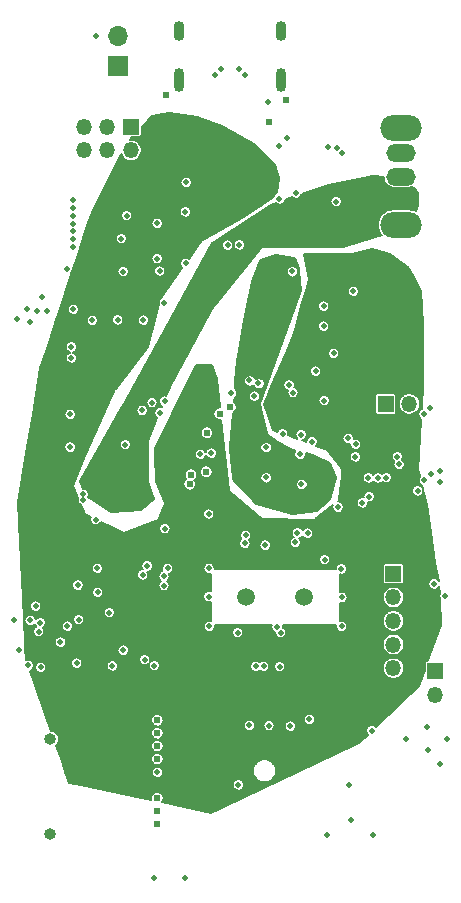
<source format=gbr>
G04 #@! TF.GenerationSoftware,KiCad,Pcbnew,(5.1.5)-3*
G04 #@! TF.CreationDate,2020-09-05T19:48:14+08:00*
G04 #@! TF.ProjectId,VS1053 Dev Brd,56533130-3533-4204-9465-76204272642e,rev?*
G04 #@! TF.SameCoordinates,Original*
G04 #@! TF.FileFunction,Copper,L3,Inr*
G04 #@! TF.FilePolarity,Positive*
%FSLAX46Y46*%
G04 Gerber Fmt 4.6, Leading zero omitted, Abs format (unit mm)*
G04 Created by KiCad (PCBNEW (5.1.5)-3) date 2020-09-05 19:48:14*
%MOMM*%
%LPD*%
G04 APERTURE LIST*
%ADD10C,1.500000*%
%ADD11O,1.350000X1.350000*%
%ADD12R,1.350000X1.350000*%
%ADD13O,0.900000X2.000000*%
%ADD14O,0.900000X1.700000*%
%ADD15R,1.700000X1.700000*%
%ADD16O,1.700000X1.700000*%
%ADD17O,1.000000X1.000000*%
%ADD18R,2.500000X1.500000*%
%ADD19O,2.500000X1.500000*%
%ADD20O,3.500000X2.200000*%
%ADD21C,0.508000*%
%ADD22C,0.609600*%
%ADD23C,0.711200*%
%ADD24C,0.152400*%
%ADD25C,0.254000*%
G04 APERTURE END LIST*
D10*
X95710400Y-110617000D03*
X90830400Y-110617000D03*
D11*
X103276400Y-116610400D03*
X103276400Y-114610400D03*
X103276400Y-112610400D03*
X103276400Y-110610400D03*
D12*
X103276400Y-108610400D03*
D11*
X77051400Y-72764400D03*
X77051400Y-70764400D03*
X79051400Y-72764400D03*
X79051400Y-70764400D03*
X81051400Y-72764400D03*
D12*
X81051400Y-70764400D03*
D11*
X104616000Y-94234000D03*
D12*
X102616000Y-94234000D03*
D13*
X93753400Y-66852400D03*
X85113400Y-66852400D03*
D14*
X93753400Y-62682400D03*
X85113400Y-62682400D03*
D15*
X79933800Y-65633600D03*
D16*
X79933800Y-63093600D03*
D17*
X74234400Y-130619400D03*
X74234400Y-122619400D03*
D12*
X106832400Y-116865400D03*
D11*
X106832400Y-118865400D03*
D18*
X103911400Y-76987400D03*
D19*
X103911400Y-74987400D03*
X103911400Y-72987400D03*
D20*
X103911400Y-79087400D03*
X103911400Y-70887400D03*
D21*
X89509600Y-93319600D03*
X107188000Y-99949000D03*
X98907600Y-110617000D03*
X93421200Y-113131600D03*
X87630000Y-110566200D03*
X92405200Y-106197400D03*
X98856800Y-108204000D03*
X98882200Y-113080800D03*
X87680800Y-113080800D03*
X87655400Y-108153200D03*
D22*
X92735400Y-70383400D03*
X84023200Y-68097400D03*
X94183200Y-68503800D03*
X83286600Y-124307600D03*
X83286600Y-121031000D03*
D21*
X94970600Y-105968790D03*
X78130400Y-63119000D03*
X92633800Y-68707000D03*
X76149200Y-76987400D03*
X80695800Y-78308200D03*
X85725000Y-75488800D03*
X85648800Y-77978000D03*
X98475800Y-72542400D03*
X97764600Y-72517000D03*
X98958400Y-73025000D03*
X93624400Y-72364600D03*
X94259400Y-71729600D03*
X93624400Y-76885800D03*
X95021400Y-76377800D03*
X98425000Y-77114400D03*
X94691200Y-83007200D03*
X97358200Y-85953600D03*
X97358200Y-87655400D03*
X99872800Y-84709000D03*
X75615800Y-82778600D03*
X76174600Y-86233000D03*
X77774800Y-87172800D03*
X79933800Y-87122000D03*
X82092800Y-87147400D03*
X80391000Y-83032600D03*
X83489800Y-82981800D03*
X85699600Y-82346800D03*
X75895200Y-95123000D03*
X75895200Y-97891600D03*
X77012800Y-101904800D03*
X77012800Y-102362000D03*
X78206600Y-108153200D03*
X83921600Y-104800400D03*
X87630000Y-103555800D03*
X80568800Y-97688400D03*
X83896200Y-94005400D03*
X83515200Y-94996000D03*
X94437200Y-92633800D03*
X91846400Y-92481400D03*
X98221800Y-89966775D03*
X102675889Y-100491489D03*
X76555600Y-109575600D03*
X99669600Y-129489200D03*
X97688400Y-130708400D03*
X101574600Y-130708400D03*
X107188000Y-124714000D03*
X106146600Y-121564400D03*
X104317800Y-122605800D03*
X107848400Y-122605800D03*
X106172000Y-123571000D03*
X85598000Y-134416800D03*
X82981800Y-134391400D03*
X91084400Y-121462800D03*
X92735400Y-121488200D03*
X94538800Y-121513600D03*
X96164400Y-120954800D03*
X90093800Y-113614200D03*
X93726000Y-113614200D03*
X71602600Y-115112800D03*
X75082400Y-114401600D03*
X82219800Y-115900200D03*
X80391000Y-115087400D03*
X86918800Y-98501200D03*
X87858600Y-98399600D03*
X92456000Y-97891600D03*
X92456000Y-100457000D03*
X95326200Y-98475800D03*
X95478600Y-101015800D03*
X95148400Y-105156000D03*
X97459800Y-107416600D03*
X96393000Y-97434400D03*
X97409000Y-93954600D03*
X91084400Y-92252800D03*
X106705400Y-109474000D03*
X107645200Y-110490000D03*
X93903800Y-96748600D03*
X95453200Y-96850200D03*
X105329279Y-101599990D03*
D22*
X80899000Y-88493600D03*
D23*
X83286600Y-126517400D03*
X88392000Y-99212400D03*
D21*
X94208600Y-104775000D03*
X96316800Y-94157800D03*
D23*
X76835000Y-115087400D03*
D21*
X91767877Y-104881067D03*
D23*
X80416400Y-106451400D03*
X80340200Y-107518200D03*
X83972400Y-116103400D03*
X75869800Y-94132400D03*
X83845400Y-70916800D03*
X92405200Y-74726800D03*
X92405200Y-75488800D03*
X92405200Y-76403200D03*
X85979000Y-76479400D03*
X90957400Y-77139800D03*
X100533200Y-81686400D03*
X83693000Y-98882200D03*
X105689398Y-112547400D03*
X81788000Y-88646000D03*
X77190600Y-97637600D03*
D22*
X75107800Y-115900200D03*
X82169000Y-114655600D03*
D23*
X82194400Y-89458800D03*
D21*
X92583000Y-93980000D03*
X93802200Y-93980000D03*
D23*
X103759000Y-95123000D03*
D21*
X96951800Y-99212400D03*
D23*
X93675200Y-82245200D03*
X93040200Y-82219800D03*
D21*
X95504000Y-101981000D03*
D23*
X91033600Y-100533200D03*
X91033600Y-97942380D03*
X87604600Y-82727800D03*
X81407000Y-102438200D03*
X82448400Y-102133400D03*
X88341200Y-83769200D03*
X100456900Y-80060900D03*
X101117400Y-78663800D03*
X101015800Y-75768200D03*
X101650800Y-76987400D03*
X77165200Y-100863400D03*
X78105000Y-101142800D03*
D21*
X83261200Y-81943400D03*
X83261200Y-78943200D03*
X83870800Y-85674200D03*
X75996800Y-89408000D03*
X90693650Y-66352935D03*
X88658854Y-65887164D03*
X88192912Y-66355179D03*
X90226676Y-65885961D03*
X94767400Y-93294200D03*
X93649800Y-116484400D03*
X90144600Y-126492000D03*
X99517200Y-126542800D03*
X101447600Y-121906200D03*
X84150200Y-108153200D03*
X78054200Y-104038400D03*
X99441000Y-97155000D03*
D22*
X87426800Y-99974400D03*
D21*
X76454000Y-116179600D03*
X82829400Y-94132400D03*
X82042000Y-108712000D03*
X79466400Y-116423400D03*
D22*
X86029800Y-101041200D03*
D21*
X82423000Y-107953096D03*
X83845400Y-108839000D03*
X98577400Y-102971600D03*
D22*
X83286600Y-129819400D03*
D21*
X73482208Y-85191600D03*
X73406000Y-116535200D03*
X76149200Y-80949812D03*
D22*
X83286600Y-128701800D03*
X83286600Y-127609600D03*
D21*
X83292400Y-125419400D03*
D22*
X83286600Y-123215400D03*
X83286600Y-122123200D03*
D21*
X71145400Y-112496600D03*
X76149200Y-77647800D03*
X71424800Y-87071200D03*
X100037200Y-98724400D03*
X75666600Y-113055400D03*
X76631800Y-112496600D03*
X79222600Y-111912400D03*
X83845400Y-109626400D03*
X101955600Y-100507800D03*
X78231994Y-110185200D03*
X96012000Y-105181400D03*
X90770518Y-105375518D03*
X80228800Y-80248400D03*
X91465400Y-93548200D03*
X91617800Y-116459000D03*
X96697800Y-91465400D03*
X92278203Y-116459000D03*
X106426000Y-100203010D03*
D22*
X89408000Y-94488000D03*
X88569800Y-95072200D03*
D21*
X105891602Y-100696205D03*
D22*
X87477600Y-96672400D03*
D21*
X107188000Y-100838000D03*
X72339200Y-116382800D03*
X75996800Y-90347800D03*
X100076000Y-97663000D03*
X83032600Y-116408200D03*
X81991200Y-94792800D03*
D22*
X86131400Y-100228400D03*
D21*
X101140701Y-100497781D03*
X72542400Y-87274402D03*
X72974200Y-111353600D03*
X76149200Y-78308200D03*
X72237600Y-86207600D03*
X72517000Y-112572800D03*
X76149200Y-78968603D03*
X73075794Y-86334600D03*
X73380600Y-112750606D03*
X76149200Y-79629006D03*
X73939400Y-86334600D03*
X73228200Y-113512602D03*
X76149200Y-80289409D03*
X89230200Y-80797400D03*
X100634800Y-102616000D03*
X103746581Y-99349860D03*
X106375190Y-94615000D03*
X90220800Y-80772000D03*
X101219000Y-102082600D03*
X103606600Y-98704454D03*
X105867180Y-95097600D03*
X90693004Y-106031365D03*
D24*
G36*
X102430263Y-75009719D02*
G01*
X102446960Y-75179239D01*
X102502917Y-75363706D01*
X102593787Y-75533712D01*
X102716077Y-75682723D01*
X102865088Y-75805013D01*
X103035094Y-75895883D01*
X103219561Y-75951840D01*
X103363326Y-75966000D01*
X104459474Y-75966000D01*
X104603239Y-75951840D01*
X104787706Y-75895883D01*
X104848650Y-75863308D01*
X105102197Y-76076518D01*
X105384600Y-76405988D01*
X105384600Y-77502326D01*
X105175123Y-77908959D01*
X105072293Y-77853995D01*
X104821851Y-77778024D01*
X104626665Y-77758800D01*
X103196135Y-77758800D01*
X103000949Y-77778024D01*
X102750507Y-77853995D01*
X102519698Y-77977365D01*
X102317393Y-78143393D01*
X102151365Y-78345698D01*
X102027995Y-78576507D01*
X101952024Y-78826949D01*
X101926372Y-79087400D01*
X101952024Y-79347851D01*
X102027995Y-79598293D01*
X102151365Y-79829102D01*
X102263370Y-79965580D01*
X98985246Y-80987791D01*
X92228115Y-80924403D01*
X92213236Y-80925728D01*
X92198901Y-80929930D01*
X92185662Y-80936848D01*
X92174026Y-80946215D01*
X92167982Y-80952893D01*
X87951582Y-86204343D01*
X87944262Y-86215274D01*
X84413662Y-92622424D01*
X84409624Y-92630965D01*
X84045097Y-93544713D01*
X84036969Y-93541346D01*
X83943732Y-93522800D01*
X83848668Y-93522800D01*
X83755431Y-93541346D01*
X83667603Y-93577726D01*
X83588560Y-93630540D01*
X83521340Y-93697760D01*
X83468526Y-93776803D01*
X83432146Y-93864631D01*
X83413600Y-93957868D01*
X83413600Y-94052932D01*
X83432146Y-94146169D01*
X83468526Y-94233997D01*
X83521340Y-94313040D01*
X83588560Y-94380260D01*
X83667603Y-94433074D01*
X83687422Y-94441284D01*
X83651601Y-94531077D01*
X83562732Y-94513400D01*
X83467668Y-94513400D01*
X83374431Y-94531946D01*
X83286603Y-94568326D01*
X83207560Y-94621140D01*
X83140340Y-94688360D01*
X83087526Y-94767403D01*
X83051146Y-94855231D01*
X83032600Y-94948468D01*
X83032600Y-95043532D01*
X83051146Y-95136769D01*
X83087526Y-95224597D01*
X83140340Y-95303640D01*
X83207560Y-95370860D01*
X83286603Y-95423674D01*
X83294248Y-95426841D01*
X82504624Y-97406165D01*
X82500476Y-97420515D01*
X82499202Y-97434977D01*
X82524602Y-100787777D01*
X82526179Y-100802632D01*
X82528451Y-100811119D01*
X83025682Y-102315089D01*
X81887064Y-103176583D01*
X79372495Y-103354192D01*
X77443643Y-102125746D01*
X77476854Y-102045569D01*
X77495400Y-101952332D01*
X77495400Y-101857268D01*
X77476854Y-101764031D01*
X77440474Y-101676203D01*
X77387660Y-101597160D01*
X77320440Y-101529940D01*
X77241397Y-101477126D01*
X77153569Y-101440746D01*
X77060332Y-101422200D01*
X76988334Y-101422200D01*
X76765970Y-100794349D01*
X78535988Y-97640868D01*
X80086200Y-97640868D01*
X80086200Y-97735932D01*
X80104746Y-97829169D01*
X80141126Y-97916997D01*
X80193940Y-97996040D01*
X80261160Y-98063260D01*
X80340203Y-98116074D01*
X80428031Y-98152454D01*
X80521268Y-98171000D01*
X80616332Y-98171000D01*
X80709569Y-98152454D01*
X80797397Y-98116074D01*
X80876440Y-98063260D01*
X80943660Y-97996040D01*
X80996474Y-97916997D01*
X81032854Y-97829169D01*
X81051400Y-97735932D01*
X81051400Y-97640868D01*
X81032854Y-97547631D01*
X80996474Y-97459803D01*
X80943660Y-97380760D01*
X80876440Y-97313540D01*
X80797397Y-97260726D01*
X80709569Y-97224346D01*
X80616332Y-97205800D01*
X80521268Y-97205800D01*
X80428031Y-97224346D01*
X80340203Y-97260726D01*
X80261160Y-97313540D01*
X80193940Y-97380760D01*
X80141126Y-97459803D01*
X80104746Y-97547631D01*
X80086200Y-97640868D01*
X78535988Y-97640868D01*
X80161260Y-94745268D01*
X81508600Y-94745268D01*
X81508600Y-94840332D01*
X81527146Y-94933569D01*
X81563526Y-95021397D01*
X81616340Y-95100440D01*
X81683560Y-95167660D01*
X81762603Y-95220474D01*
X81850431Y-95256854D01*
X81943668Y-95275400D01*
X82038732Y-95275400D01*
X82131969Y-95256854D01*
X82219797Y-95220474D01*
X82298840Y-95167660D01*
X82366060Y-95100440D01*
X82418874Y-95021397D01*
X82455254Y-94933569D01*
X82473800Y-94840332D01*
X82473800Y-94745268D01*
X82455254Y-94652031D01*
X82418874Y-94564203D01*
X82366060Y-94485160D01*
X82298840Y-94417940D01*
X82219797Y-94365126D01*
X82131969Y-94328746D01*
X82038732Y-94310200D01*
X81943668Y-94310200D01*
X81850431Y-94328746D01*
X81762603Y-94365126D01*
X81683560Y-94417940D01*
X81616340Y-94485160D01*
X81563526Y-94564203D01*
X81527146Y-94652031D01*
X81508600Y-94745268D01*
X80161260Y-94745268D01*
X80531936Y-94084868D01*
X82346800Y-94084868D01*
X82346800Y-94179932D01*
X82365346Y-94273169D01*
X82401726Y-94360997D01*
X82454540Y-94440040D01*
X82521760Y-94507260D01*
X82600803Y-94560074D01*
X82688631Y-94596454D01*
X82781868Y-94615000D01*
X82876932Y-94615000D01*
X82970169Y-94596454D01*
X83057997Y-94560074D01*
X83137040Y-94507260D01*
X83204260Y-94440040D01*
X83257074Y-94360997D01*
X83293454Y-94273169D01*
X83312000Y-94179932D01*
X83312000Y-94084868D01*
X83293454Y-93991631D01*
X83257074Y-93903803D01*
X83204260Y-93824760D01*
X83137040Y-93757540D01*
X83057997Y-93704726D01*
X82970169Y-93668346D01*
X82876932Y-93649800D01*
X82781868Y-93649800D01*
X82688631Y-93668346D01*
X82600803Y-93704726D01*
X82521760Y-93757540D01*
X82454540Y-93824760D01*
X82401726Y-93903803D01*
X82365346Y-93991631D01*
X82346800Y-94084868D01*
X80531936Y-94084868D01*
X83378448Y-89013497D01*
X83379190Y-89012144D01*
X87799131Y-80749868D01*
X88747600Y-80749868D01*
X88747600Y-80844932D01*
X88766146Y-80938169D01*
X88802526Y-81025997D01*
X88855340Y-81105040D01*
X88922560Y-81172260D01*
X89001603Y-81225074D01*
X89089431Y-81261454D01*
X89182668Y-81280000D01*
X89277732Y-81280000D01*
X89370969Y-81261454D01*
X89458797Y-81225074D01*
X89537840Y-81172260D01*
X89605060Y-81105040D01*
X89657874Y-81025997D01*
X89694254Y-80938169D01*
X89712800Y-80844932D01*
X89712800Y-80749868D01*
X89707748Y-80724468D01*
X89738200Y-80724468D01*
X89738200Y-80819532D01*
X89756746Y-80912769D01*
X89793126Y-81000597D01*
X89845940Y-81079640D01*
X89913160Y-81146860D01*
X89992203Y-81199674D01*
X90080031Y-81236054D01*
X90173268Y-81254600D01*
X90268332Y-81254600D01*
X90361569Y-81236054D01*
X90449397Y-81199674D01*
X90528440Y-81146860D01*
X90595660Y-81079640D01*
X90648474Y-81000597D01*
X90684854Y-80912769D01*
X90703400Y-80819532D01*
X90703400Y-80724468D01*
X90684854Y-80631231D01*
X90648474Y-80543403D01*
X90595660Y-80464360D01*
X90528440Y-80397140D01*
X90449397Y-80344326D01*
X90361569Y-80307946D01*
X90268332Y-80289400D01*
X90173268Y-80289400D01*
X90080031Y-80307946D01*
X89992203Y-80344326D01*
X89913160Y-80397140D01*
X89845940Y-80464360D01*
X89793126Y-80543403D01*
X89756746Y-80631231D01*
X89738200Y-80724468D01*
X89707748Y-80724468D01*
X89694254Y-80656631D01*
X89657874Y-80568803D01*
X89605060Y-80489760D01*
X89537840Y-80422540D01*
X89458797Y-80369726D01*
X89370969Y-80333346D01*
X89277732Y-80314800D01*
X89182668Y-80314800D01*
X89089431Y-80333346D01*
X89001603Y-80369726D01*
X88922560Y-80422540D01*
X88855340Y-80489760D01*
X88802526Y-80568803D01*
X88766146Y-80656631D01*
X88747600Y-80749868D01*
X87799131Y-80749868D01*
X87840307Y-80672897D01*
X92921619Y-77386476D01*
X93306848Y-77250748D01*
X93316760Y-77260660D01*
X93395803Y-77313474D01*
X93483631Y-77349854D01*
X93576868Y-77368400D01*
X93671932Y-77368400D01*
X93765169Y-77349854D01*
X93852997Y-77313474D01*
X93932040Y-77260660D01*
X93999260Y-77193440D01*
X94052074Y-77114397D01*
X94071761Y-77066868D01*
X97942400Y-77066868D01*
X97942400Y-77161932D01*
X97960946Y-77255169D01*
X97997326Y-77342997D01*
X98050140Y-77422040D01*
X98117360Y-77489260D01*
X98196403Y-77542074D01*
X98284231Y-77578454D01*
X98377468Y-77597000D01*
X98472532Y-77597000D01*
X98565769Y-77578454D01*
X98653597Y-77542074D01*
X98732640Y-77489260D01*
X98799860Y-77422040D01*
X98852674Y-77342997D01*
X98889054Y-77255169D01*
X98907600Y-77161932D01*
X98907600Y-77066868D01*
X98889054Y-76973631D01*
X98852674Y-76885803D01*
X98799860Y-76806760D01*
X98732640Y-76739540D01*
X98653597Y-76686726D01*
X98565769Y-76650346D01*
X98472532Y-76631800D01*
X98377468Y-76631800D01*
X98284231Y-76650346D01*
X98196403Y-76686726D01*
X98117360Y-76739540D01*
X98050140Y-76806760D01*
X97997326Y-76885803D01*
X97960946Y-76973631D01*
X97942400Y-77066868D01*
X94071761Y-77066868D01*
X94088454Y-77026569D01*
X94099407Y-76971504D01*
X94716100Y-76754224D01*
X94792803Y-76805474D01*
X94880631Y-76841854D01*
X94973868Y-76860400D01*
X95068932Y-76860400D01*
X95162169Y-76841854D01*
X95249997Y-76805474D01*
X95329040Y-76752660D01*
X95396260Y-76685440D01*
X95449074Y-76606397D01*
X95485454Y-76518569D01*
X95493029Y-76480487D01*
X97810053Y-75664127D01*
X101578435Y-74930683D01*
X102430263Y-75009719D01*
G37*
X102430263Y-75009719D02*
X102446960Y-75179239D01*
X102502917Y-75363706D01*
X102593787Y-75533712D01*
X102716077Y-75682723D01*
X102865088Y-75805013D01*
X103035094Y-75895883D01*
X103219561Y-75951840D01*
X103363326Y-75966000D01*
X104459474Y-75966000D01*
X104603239Y-75951840D01*
X104787706Y-75895883D01*
X104848650Y-75863308D01*
X105102197Y-76076518D01*
X105384600Y-76405988D01*
X105384600Y-77502326D01*
X105175123Y-77908959D01*
X105072293Y-77853995D01*
X104821851Y-77778024D01*
X104626665Y-77758800D01*
X103196135Y-77758800D01*
X103000949Y-77778024D01*
X102750507Y-77853995D01*
X102519698Y-77977365D01*
X102317393Y-78143393D01*
X102151365Y-78345698D01*
X102027995Y-78576507D01*
X101952024Y-78826949D01*
X101926372Y-79087400D01*
X101952024Y-79347851D01*
X102027995Y-79598293D01*
X102151365Y-79829102D01*
X102263370Y-79965580D01*
X98985246Y-80987791D01*
X92228115Y-80924403D01*
X92213236Y-80925728D01*
X92198901Y-80929930D01*
X92185662Y-80936848D01*
X92174026Y-80946215D01*
X92167982Y-80952893D01*
X87951582Y-86204343D01*
X87944262Y-86215274D01*
X84413662Y-92622424D01*
X84409624Y-92630965D01*
X84045097Y-93544713D01*
X84036969Y-93541346D01*
X83943732Y-93522800D01*
X83848668Y-93522800D01*
X83755431Y-93541346D01*
X83667603Y-93577726D01*
X83588560Y-93630540D01*
X83521340Y-93697760D01*
X83468526Y-93776803D01*
X83432146Y-93864631D01*
X83413600Y-93957868D01*
X83413600Y-94052932D01*
X83432146Y-94146169D01*
X83468526Y-94233997D01*
X83521340Y-94313040D01*
X83588560Y-94380260D01*
X83667603Y-94433074D01*
X83687422Y-94441284D01*
X83651601Y-94531077D01*
X83562732Y-94513400D01*
X83467668Y-94513400D01*
X83374431Y-94531946D01*
X83286603Y-94568326D01*
X83207560Y-94621140D01*
X83140340Y-94688360D01*
X83087526Y-94767403D01*
X83051146Y-94855231D01*
X83032600Y-94948468D01*
X83032600Y-95043532D01*
X83051146Y-95136769D01*
X83087526Y-95224597D01*
X83140340Y-95303640D01*
X83207560Y-95370860D01*
X83286603Y-95423674D01*
X83294248Y-95426841D01*
X82504624Y-97406165D01*
X82500476Y-97420515D01*
X82499202Y-97434977D01*
X82524602Y-100787777D01*
X82526179Y-100802632D01*
X82528451Y-100811119D01*
X83025682Y-102315089D01*
X81887064Y-103176583D01*
X79372495Y-103354192D01*
X77443643Y-102125746D01*
X77476854Y-102045569D01*
X77495400Y-101952332D01*
X77495400Y-101857268D01*
X77476854Y-101764031D01*
X77440474Y-101676203D01*
X77387660Y-101597160D01*
X77320440Y-101529940D01*
X77241397Y-101477126D01*
X77153569Y-101440746D01*
X77060332Y-101422200D01*
X76988334Y-101422200D01*
X76765970Y-100794349D01*
X78535988Y-97640868D01*
X80086200Y-97640868D01*
X80086200Y-97735932D01*
X80104746Y-97829169D01*
X80141126Y-97916997D01*
X80193940Y-97996040D01*
X80261160Y-98063260D01*
X80340203Y-98116074D01*
X80428031Y-98152454D01*
X80521268Y-98171000D01*
X80616332Y-98171000D01*
X80709569Y-98152454D01*
X80797397Y-98116074D01*
X80876440Y-98063260D01*
X80943660Y-97996040D01*
X80996474Y-97916997D01*
X81032854Y-97829169D01*
X81051400Y-97735932D01*
X81051400Y-97640868D01*
X81032854Y-97547631D01*
X80996474Y-97459803D01*
X80943660Y-97380760D01*
X80876440Y-97313540D01*
X80797397Y-97260726D01*
X80709569Y-97224346D01*
X80616332Y-97205800D01*
X80521268Y-97205800D01*
X80428031Y-97224346D01*
X80340203Y-97260726D01*
X80261160Y-97313540D01*
X80193940Y-97380760D01*
X80141126Y-97459803D01*
X80104746Y-97547631D01*
X80086200Y-97640868D01*
X78535988Y-97640868D01*
X80161260Y-94745268D01*
X81508600Y-94745268D01*
X81508600Y-94840332D01*
X81527146Y-94933569D01*
X81563526Y-95021397D01*
X81616340Y-95100440D01*
X81683560Y-95167660D01*
X81762603Y-95220474D01*
X81850431Y-95256854D01*
X81943668Y-95275400D01*
X82038732Y-95275400D01*
X82131969Y-95256854D01*
X82219797Y-95220474D01*
X82298840Y-95167660D01*
X82366060Y-95100440D01*
X82418874Y-95021397D01*
X82455254Y-94933569D01*
X82473800Y-94840332D01*
X82473800Y-94745268D01*
X82455254Y-94652031D01*
X82418874Y-94564203D01*
X82366060Y-94485160D01*
X82298840Y-94417940D01*
X82219797Y-94365126D01*
X82131969Y-94328746D01*
X82038732Y-94310200D01*
X81943668Y-94310200D01*
X81850431Y-94328746D01*
X81762603Y-94365126D01*
X81683560Y-94417940D01*
X81616340Y-94485160D01*
X81563526Y-94564203D01*
X81527146Y-94652031D01*
X81508600Y-94745268D01*
X80161260Y-94745268D01*
X80531936Y-94084868D01*
X82346800Y-94084868D01*
X82346800Y-94179932D01*
X82365346Y-94273169D01*
X82401726Y-94360997D01*
X82454540Y-94440040D01*
X82521760Y-94507260D01*
X82600803Y-94560074D01*
X82688631Y-94596454D01*
X82781868Y-94615000D01*
X82876932Y-94615000D01*
X82970169Y-94596454D01*
X83057997Y-94560074D01*
X83137040Y-94507260D01*
X83204260Y-94440040D01*
X83257074Y-94360997D01*
X83293454Y-94273169D01*
X83312000Y-94179932D01*
X83312000Y-94084868D01*
X83293454Y-93991631D01*
X83257074Y-93903803D01*
X83204260Y-93824760D01*
X83137040Y-93757540D01*
X83057997Y-93704726D01*
X82970169Y-93668346D01*
X82876932Y-93649800D01*
X82781868Y-93649800D01*
X82688631Y-93668346D01*
X82600803Y-93704726D01*
X82521760Y-93757540D01*
X82454540Y-93824760D01*
X82401726Y-93903803D01*
X82365346Y-93991631D01*
X82346800Y-94084868D01*
X80531936Y-94084868D01*
X83378448Y-89013497D01*
X83379190Y-89012144D01*
X87799131Y-80749868D01*
X88747600Y-80749868D01*
X88747600Y-80844932D01*
X88766146Y-80938169D01*
X88802526Y-81025997D01*
X88855340Y-81105040D01*
X88922560Y-81172260D01*
X89001603Y-81225074D01*
X89089431Y-81261454D01*
X89182668Y-81280000D01*
X89277732Y-81280000D01*
X89370969Y-81261454D01*
X89458797Y-81225074D01*
X89537840Y-81172260D01*
X89605060Y-81105040D01*
X89657874Y-81025997D01*
X89694254Y-80938169D01*
X89712800Y-80844932D01*
X89712800Y-80749868D01*
X89707748Y-80724468D01*
X89738200Y-80724468D01*
X89738200Y-80819532D01*
X89756746Y-80912769D01*
X89793126Y-81000597D01*
X89845940Y-81079640D01*
X89913160Y-81146860D01*
X89992203Y-81199674D01*
X90080031Y-81236054D01*
X90173268Y-81254600D01*
X90268332Y-81254600D01*
X90361569Y-81236054D01*
X90449397Y-81199674D01*
X90528440Y-81146860D01*
X90595660Y-81079640D01*
X90648474Y-81000597D01*
X90684854Y-80912769D01*
X90703400Y-80819532D01*
X90703400Y-80724468D01*
X90684854Y-80631231D01*
X90648474Y-80543403D01*
X90595660Y-80464360D01*
X90528440Y-80397140D01*
X90449397Y-80344326D01*
X90361569Y-80307946D01*
X90268332Y-80289400D01*
X90173268Y-80289400D01*
X90080031Y-80307946D01*
X89992203Y-80344326D01*
X89913160Y-80397140D01*
X89845940Y-80464360D01*
X89793126Y-80543403D01*
X89756746Y-80631231D01*
X89738200Y-80724468D01*
X89707748Y-80724468D01*
X89694254Y-80656631D01*
X89657874Y-80568803D01*
X89605060Y-80489760D01*
X89537840Y-80422540D01*
X89458797Y-80369726D01*
X89370969Y-80333346D01*
X89277732Y-80314800D01*
X89182668Y-80314800D01*
X89089431Y-80333346D01*
X89001603Y-80369726D01*
X88922560Y-80422540D01*
X88855340Y-80489760D01*
X88802526Y-80568803D01*
X88766146Y-80656631D01*
X88747600Y-80749868D01*
X87799131Y-80749868D01*
X87840307Y-80672897D01*
X92921619Y-77386476D01*
X93306848Y-77250748D01*
X93316760Y-77260660D01*
X93395803Y-77313474D01*
X93483631Y-77349854D01*
X93576868Y-77368400D01*
X93671932Y-77368400D01*
X93765169Y-77349854D01*
X93852997Y-77313474D01*
X93932040Y-77260660D01*
X93999260Y-77193440D01*
X94052074Y-77114397D01*
X94071761Y-77066868D01*
X97942400Y-77066868D01*
X97942400Y-77161932D01*
X97960946Y-77255169D01*
X97997326Y-77342997D01*
X98050140Y-77422040D01*
X98117360Y-77489260D01*
X98196403Y-77542074D01*
X98284231Y-77578454D01*
X98377468Y-77597000D01*
X98472532Y-77597000D01*
X98565769Y-77578454D01*
X98653597Y-77542074D01*
X98732640Y-77489260D01*
X98799860Y-77422040D01*
X98852674Y-77342997D01*
X98889054Y-77255169D01*
X98907600Y-77161932D01*
X98907600Y-77066868D01*
X98889054Y-76973631D01*
X98852674Y-76885803D01*
X98799860Y-76806760D01*
X98732640Y-76739540D01*
X98653597Y-76686726D01*
X98565769Y-76650346D01*
X98472532Y-76631800D01*
X98377468Y-76631800D01*
X98284231Y-76650346D01*
X98196403Y-76686726D01*
X98117360Y-76739540D01*
X98050140Y-76806760D01*
X97997326Y-76885803D01*
X97960946Y-76973631D01*
X97942400Y-77066868D01*
X94071761Y-77066868D01*
X94088454Y-77026569D01*
X94099407Y-76971504D01*
X94716100Y-76754224D01*
X94792803Y-76805474D01*
X94880631Y-76841854D01*
X94973868Y-76860400D01*
X95068932Y-76860400D01*
X95162169Y-76841854D01*
X95249997Y-76805474D01*
X95329040Y-76752660D01*
X95396260Y-76685440D01*
X95449074Y-76606397D01*
X95485454Y-76518569D01*
X95493029Y-76480487D01*
X97810053Y-75664127D01*
X101578435Y-74930683D01*
X102430263Y-75009719D01*
G36*
X86646377Y-69924565D02*
G01*
X88741285Y-70732240D01*
X91495522Y-72197797D01*
X93275829Y-74003179D01*
X93547241Y-75138176D01*
X93424115Y-76295561D01*
X93014122Y-76777906D01*
X92134258Y-77381241D01*
X90460911Y-78471452D01*
X87110523Y-80324318D01*
X87098222Y-80332794D01*
X87085121Y-80347093D01*
X85961262Y-81941219D01*
X85928197Y-81919126D01*
X85840369Y-81882746D01*
X85747132Y-81864200D01*
X85652068Y-81864200D01*
X85558831Y-81882746D01*
X85471003Y-81919126D01*
X85391960Y-81971940D01*
X85324740Y-82039160D01*
X85271926Y-82118203D01*
X85235546Y-82206031D01*
X85217000Y-82299268D01*
X85217000Y-82394332D01*
X85235546Y-82487569D01*
X85271926Y-82575397D01*
X85324740Y-82654440D01*
X85391960Y-82721660D01*
X85404938Y-82730331D01*
X83621062Y-85260652D01*
X83563160Y-85299340D01*
X83495940Y-85366560D01*
X83443126Y-85445603D01*
X83406746Y-85533431D01*
X83388200Y-85626668D01*
X83388200Y-85721732D01*
X83404900Y-85805688D01*
X82505341Y-89450055D01*
X79746838Y-92967779D01*
X79737677Y-92982730D01*
X77121477Y-98621530D01*
X77119369Y-98626532D01*
X76154169Y-101166532D01*
X76150258Y-101180949D01*
X76149233Y-101195852D01*
X76151136Y-101210668D01*
X76155084Y-101222963D01*
X76560298Y-102193343D01*
X76548746Y-102221231D01*
X76530200Y-102314468D01*
X76530200Y-102409532D01*
X76548746Y-102502769D01*
X76585126Y-102590597D01*
X76637940Y-102669640D01*
X76705160Y-102736860D01*
X76784203Y-102789674D01*
X76814567Y-102802251D01*
X77120284Y-103534363D01*
X77127364Y-103547516D01*
X77136873Y-103559036D01*
X77148448Y-103568479D01*
X77157161Y-103573471D01*
X77630106Y-103804444D01*
X77626526Y-103809803D01*
X77590146Y-103897631D01*
X77571600Y-103990868D01*
X77571600Y-104085932D01*
X77590146Y-104179169D01*
X77626526Y-104266997D01*
X77679340Y-104346040D01*
X77746560Y-104413260D01*
X77825603Y-104466074D01*
X77913431Y-104502454D01*
X78006668Y-104521000D01*
X78101732Y-104521000D01*
X78194969Y-104502454D01*
X78282797Y-104466074D01*
X78361840Y-104413260D01*
X78429060Y-104346040D01*
X78481874Y-104266997D01*
X78497920Y-104228260D01*
X80433761Y-105173671D01*
X80447761Y-105178879D01*
X80462509Y-105181255D01*
X80477437Y-105180709D01*
X80494849Y-105176207D01*
X81582060Y-104752868D01*
X83439000Y-104752868D01*
X83439000Y-104847932D01*
X83457546Y-104941169D01*
X83493926Y-105028997D01*
X83546740Y-105108040D01*
X83613960Y-105175260D01*
X83693003Y-105228074D01*
X83780831Y-105264454D01*
X83874068Y-105283000D01*
X83969132Y-105283000D01*
X84062369Y-105264454D01*
X84150197Y-105228074D01*
X84229240Y-105175260D01*
X84296460Y-105108040D01*
X84349274Y-105028997D01*
X84385654Y-104941169D01*
X84404200Y-104847932D01*
X84404200Y-104752868D01*
X84385654Y-104659631D01*
X84349274Y-104571803D01*
X84296460Y-104492760D01*
X84229240Y-104425540D01*
X84150197Y-104372726D01*
X84062369Y-104336346D01*
X83969132Y-104317800D01*
X83874068Y-104317800D01*
X83780831Y-104336346D01*
X83693003Y-104372726D01*
X83613960Y-104425540D01*
X83546740Y-104492760D01*
X83493926Y-104571803D01*
X83457546Y-104659631D01*
X83439000Y-104752868D01*
X81582060Y-104752868D01*
X83365049Y-104058607D01*
X83378370Y-104051849D01*
X83390117Y-104042621D01*
X83399838Y-104031279D01*
X83408242Y-104015669D01*
X83609287Y-103508268D01*
X87147400Y-103508268D01*
X87147400Y-103603332D01*
X87165946Y-103696569D01*
X87202326Y-103784397D01*
X87255140Y-103863440D01*
X87322360Y-103930660D01*
X87401403Y-103983474D01*
X87489231Y-104019854D01*
X87582468Y-104038400D01*
X87677532Y-104038400D01*
X87770769Y-104019854D01*
X87858597Y-103983474D01*
X87937640Y-103930660D01*
X88004860Y-103863440D01*
X88057674Y-103784397D01*
X88094054Y-103696569D01*
X88112600Y-103603332D01*
X88112600Y-103508268D01*
X88094054Y-103415031D01*
X88057674Y-103327203D01*
X88004860Y-103248160D01*
X87937640Y-103180940D01*
X87858597Y-103128126D01*
X87770769Y-103091746D01*
X87677532Y-103073200D01*
X87582468Y-103073200D01*
X87489231Y-103091746D01*
X87401403Y-103128126D01*
X87322360Y-103180940D01*
X87255140Y-103248160D01*
X87202326Y-103327203D01*
X87165946Y-103415031D01*
X87147400Y-103508268D01*
X83609287Y-103508268D01*
X83941642Y-102669469D01*
X83945757Y-102655109D01*
X83946991Y-102640223D01*
X83945297Y-102625381D01*
X83940681Y-102611017D01*
X83235312Y-100988665D01*
X85496400Y-100988665D01*
X85496400Y-101093735D01*
X85516898Y-101196787D01*
X85557107Y-101293860D01*
X85615481Y-101381223D01*
X85689777Y-101455519D01*
X85777140Y-101513893D01*
X85874213Y-101554102D01*
X85977265Y-101574600D01*
X86082335Y-101574600D01*
X86185387Y-101554102D01*
X86282460Y-101513893D01*
X86369823Y-101455519D01*
X86444119Y-101381223D01*
X86502493Y-101293860D01*
X86542702Y-101196787D01*
X86563200Y-101093735D01*
X86563200Y-100988665D01*
X86542702Y-100885613D01*
X86502493Y-100788540D01*
X86444119Y-100701177D01*
X86420012Y-100677070D01*
X86471423Y-100642719D01*
X86545719Y-100568423D01*
X86604093Y-100481060D01*
X86644302Y-100383987D01*
X86664800Y-100280935D01*
X86664800Y-100175865D01*
X86644302Y-100072813D01*
X86604093Y-99975740D01*
X86568095Y-99921865D01*
X86893400Y-99921865D01*
X86893400Y-100026935D01*
X86913898Y-100129987D01*
X86954107Y-100227060D01*
X87012481Y-100314423D01*
X87086777Y-100388719D01*
X87174140Y-100447093D01*
X87271213Y-100487302D01*
X87374265Y-100507800D01*
X87479335Y-100507800D01*
X87582387Y-100487302D01*
X87679460Y-100447093D01*
X87766823Y-100388719D01*
X87841119Y-100314423D01*
X87899493Y-100227060D01*
X87939702Y-100129987D01*
X87960200Y-100026935D01*
X87960200Y-99921865D01*
X87939702Y-99818813D01*
X87899493Y-99721740D01*
X87841119Y-99634377D01*
X87766823Y-99560081D01*
X87679460Y-99501707D01*
X87582387Y-99461498D01*
X87479335Y-99441000D01*
X87374265Y-99441000D01*
X87271213Y-99461498D01*
X87174140Y-99501707D01*
X87086777Y-99560081D01*
X87012481Y-99634377D01*
X86954107Y-99721740D01*
X86913898Y-99818813D01*
X86893400Y-99921865D01*
X86568095Y-99921865D01*
X86545719Y-99888377D01*
X86471423Y-99814081D01*
X86384060Y-99755707D01*
X86286987Y-99715498D01*
X86183935Y-99695000D01*
X86078865Y-99695000D01*
X85975813Y-99715498D01*
X85878740Y-99755707D01*
X85791377Y-99814081D01*
X85717081Y-99888377D01*
X85658707Y-99975740D01*
X85618498Y-100072813D01*
X85598000Y-100175865D01*
X85598000Y-100280935D01*
X85618498Y-100383987D01*
X85658707Y-100481060D01*
X85717081Y-100568423D01*
X85741188Y-100592530D01*
X85689777Y-100626881D01*
X85615481Y-100701177D01*
X85557107Y-100788540D01*
X85516898Y-100885613D01*
X85496400Y-100988665D01*
X83235312Y-100988665D01*
X83184309Y-100871360D01*
X83078270Y-98453668D01*
X86436200Y-98453668D01*
X86436200Y-98548732D01*
X86454746Y-98641969D01*
X86491126Y-98729797D01*
X86543940Y-98808840D01*
X86611160Y-98876060D01*
X86690203Y-98928874D01*
X86778031Y-98965254D01*
X86871268Y-98983800D01*
X86966332Y-98983800D01*
X87059569Y-98965254D01*
X87147397Y-98928874D01*
X87226440Y-98876060D01*
X87293660Y-98808840D01*
X87346474Y-98729797D01*
X87382854Y-98641969D01*
X87400300Y-98554261D01*
X87430926Y-98628197D01*
X87483740Y-98707240D01*
X87550960Y-98774460D01*
X87630003Y-98827274D01*
X87717831Y-98863654D01*
X87811068Y-98882200D01*
X87906132Y-98882200D01*
X87999369Y-98863654D01*
X88087197Y-98827274D01*
X88166240Y-98774460D01*
X88233460Y-98707240D01*
X88286274Y-98628197D01*
X88322654Y-98540369D01*
X88341200Y-98447132D01*
X88341200Y-98352068D01*
X88322654Y-98258831D01*
X88286274Y-98171003D01*
X88233460Y-98091960D01*
X88166240Y-98024740D01*
X88087197Y-97971926D01*
X87999369Y-97935546D01*
X87906132Y-97917000D01*
X87811068Y-97917000D01*
X87717831Y-97935546D01*
X87630003Y-97971926D01*
X87550960Y-98024740D01*
X87483740Y-98091960D01*
X87430926Y-98171003D01*
X87394546Y-98258831D01*
X87377100Y-98346539D01*
X87346474Y-98272603D01*
X87293660Y-98193560D01*
X87226440Y-98126340D01*
X87147397Y-98073526D01*
X87059569Y-98037146D01*
X86966332Y-98018600D01*
X86871268Y-98018600D01*
X86778031Y-98037146D01*
X86690203Y-98073526D01*
X86611160Y-98126340D01*
X86543940Y-98193560D01*
X86491126Y-98272603D01*
X86454746Y-98360431D01*
X86436200Y-98453668D01*
X83078270Y-98453668D01*
X83058795Y-98009660D01*
X83756183Y-96619865D01*
X86944200Y-96619865D01*
X86944200Y-96724935D01*
X86964698Y-96827987D01*
X87004907Y-96925060D01*
X87063281Y-97012423D01*
X87137577Y-97086719D01*
X87224940Y-97145093D01*
X87322013Y-97185302D01*
X87425065Y-97205800D01*
X87530135Y-97205800D01*
X87633187Y-97185302D01*
X87730260Y-97145093D01*
X87817623Y-97086719D01*
X87891919Y-97012423D01*
X87950293Y-96925060D01*
X87990502Y-96827987D01*
X88011000Y-96724935D01*
X88011000Y-96619865D01*
X87990502Y-96516813D01*
X87950293Y-96419740D01*
X87891919Y-96332377D01*
X87817623Y-96258081D01*
X87730260Y-96199707D01*
X87633187Y-96159498D01*
X87530135Y-96139000D01*
X87425065Y-96139000D01*
X87322013Y-96159498D01*
X87224940Y-96199707D01*
X87137577Y-96258081D01*
X87063281Y-96332377D01*
X87004907Y-96419740D01*
X86964698Y-96516813D01*
X86944200Y-96619865D01*
X83756183Y-96619865D01*
X86584818Y-90982800D01*
X87881330Y-90982800D01*
X88291819Y-92117682D01*
X88552154Y-94538800D01*
X88517265Y-94538800D01*
X88414213Y-94559298D01*
X88317140Y-94599507D01*
X88229777Y-94657881D01*
X88155481Y-94732177D01*
X88097107Y-94819540D01*
X88056898Y-94916613D01*
X88036400Y-95019665D01*
X88036400Y-95124735D01*
X88056898Y-95227787D01*
X88097107Y-95324860D01*
X88155481Y-95412223D01*
X88229777Y-95486519D01*
X88317140Y-95544893D01*
X88414213Y-95585102D01*
X88517265Y-95605600D01*
X88622335Y-95605600D01*
X88665932Y-95596928D01*
X89306837Y-101557347D01*
X89309882Y-101571971D01*
X89315721Y-101585720D01*
X89324131Y-101598065D01*
X89333356Y-101607350D01*
X92152756Y-103994950D01*
X92165046Y-104003440D01*
X92178757Y-104009369D01*
X92193361Y-104012509D01*
X92201554Y-104012999D01*
X96544954Y-104038399D01*
X96559829Y-104037021D01*
X96574148Y-104032769D01*
X96592544Y-104022065D01*
X98117279Y-102821336D01*
X98113346Y-102830831D01*
X98094800Y-102924068D01*
X98094800Y-103019132D01*
X98113346Y-103112369D01*
X98149726Y-103200197D01*
X98202540Y-103279240D01*
X98269760Y-103346460D01*
X98348803Y-103399274D01*
X98436631Y-103435654D01*
X98529868Y-103454200D01*
X98624932Y-103454200D01*
X98718169Y-103435654D01*
X98805997Y-103399274D01*
X98885040Y-103346460D01*
X98952260Y-103279240D01*
X99005074Y-103200197D01*
X99041454Y-103112369D01*
X99060000Y-103019132D01*
X99060000Y-102924068D01*
X99041454Y-102830831D01*
X99005074Y-102743003D01*
X98952260Y-102663960D01*
X98885040Y-102596740D01*
X98842728Y-102568468D01*
X100152200Y-102568468D01*
X100152200Y-102663532D01*
X100170746Y-102756769D01*
X100207126Y-102844597D01*
X100259940Y-102923640D01*
X100327160Y-102990860D01*
X100406203Y-103043674D01*
X100494031Y-103080054D01*
X100587268Y-103098600D01*
X100682332Y-103098600D01*
X100775569Y-103080054D01*
X100863397Y-103043674D01*
X100942440Y-102990860D01*
X101009660Y-102923640D01*
X101062474Y-102844597D01*
X101098854Y-102756769D01*
X101117400Y-102663532D01*
X101117400Y-102568468D01*
X101114496Y-102553868D01*
X101171468Y-102565200D01*
X101266532Y-102565200D01*
X101359769Y-102546654D01*
X101447597Y-102510274D01*
X101526640Y-102457460D01*
X101593860Y-102390240D01*
X101646674Y-102311197D01*
X101683054Y-102223369D01*
X101701600Y-102130132D01*
X101701600Y-102035068D01*
X101683054Y-101941831D01*
X101646674Y-101854003D01*
X101593860Y-101774960D01*
X101526640Y-101707740D01*
X101447597Y-101654926D01*
X101359769Y-101618546D01*
X101266532Y-101600000D01*
X101171468Y-101600000D01*
X101078231Y-101618546D01*
X100990403Y-101654926D01*
X100911360Y-101707740D01*
X100844140Y-101774960D01*
X100791326Y-101854003D01*
X100754946Y-101941831D01*
X100736400Y-102035068D01*
X100736400Y-102130132D01*
X100739304Y-102144732D01*
X100682332Y-102133400D01*
X100587268Y-102133400D01*
X100494031Y-102151946D01*
X100406203Y-102188326D01*
X100327160Y-102241140D01*
X100259940Y-102308360D01*
X100207126Y-102387403D01*
X100170746Y-102475231D01*
X100152200Y-102568468D01*
X98842728Y-102568468D01*
X98805997Y-102543926D01*
X98718169Y-102507546D01*
X98624932Y-102489000D01*
X98539293Y-102489000D01*
X98624544Y-102421865D01*
X98635317Y-102411518D01*
X98643865Y-102399267D01*
X98649858Y-102385584D01*
X98653078Y-102370903D01*
X98749365Y-101552458D01*
X104846679Y-101552458D01*
X104846679Y-101647522D01*
X104865225Y-101740759D01*
X104901605Y-101828587D01*
X104954419Y-101907630D01*
X105021639Y-101974850D01*
X105100682Y-102027664D01*
X105188510Y-102064044D01*
X105281747Y-102082590D01*
X105376811Y-102082590D01*
X105470048Y-102064044D01*
X105557876Y-102027664D01*
X105636919Y-101974850D01*
X105704139Y-101907630D01*
X105756953Y-101828587D01*
X105793333Y-101740759D01*
X105811879Y-101647522D01*
X105811879Y-101552458D01*
X105793333Y-101459221D01*
X105756953Y-101371393D01*
X105704139Y-101292350D01*
X105636919Y-101225130D01*
X105557876Y-101172316D01*
X105470048Y-101135936D01*
X105376811Y-101117390D01*
X105281747Y-101117390D01*
X105188510Y-101135936D01*
X105100682Y-101172316D01*
X105021639Y-101225130D01*
X104954419Y-101292350D01*
X104901605Y-101371393D01*
X104865225Y-101459221D01*
X104846679Y-101552458D01*
X98749365Y-101552458D01*
X98879037Y-100450249D01*
X100658101Y-100450249D01*
X100658101Y-100545313D01*
X100676647Y-100638550D01*
X100713027Y-100726378D01*
X100765841Y-100805421D01*
X100833061Y-100872641D01*
X100912104Y-100925455D01*
X100999932Y-100961835D01*
X101093169Y-100980381D01*
X101188233Y-100980381D01*
X101281470Y-100961835D01*
X101369298Y-100925455D01*
X101448341Y-100872641D01*
X101515561Y-100805421D01*
X101544803Y-100761656D01*
X101580740Y-100815440D01*
X101647960Y-100882660D01*
X101727003Y-100935474D01*
X101814831Y-100971854D01*
X101908068Y-100990400D01*
X102003132Y-100990400D01*
X102096369Y-100971854D01*
X102184197Y-100935474D01*
X102263240Y-100882660D01*
X102323900Y-100822000D01*
X102368249Y-100866349D01*
X102447292Y-100919163D01*
X102535120Y-100955543D01*
X102628357Y-100974089D01*
X102723421Y-100974089D01*
X102816658Y-100955543D01*
X102904486Y-100919163D01*
X102983529Y-100866349D01*
X103050749Y-100799129D01*
X103103563Y-100720086D01*
X103139943Y-100632258D01*
X103158489Y-100539021D01*
X103158489Y-100443957D01*
X103139943Y-100350720D01*
X103103563Y-100262892D01*
X103050749Y-100183849D01*
X102983529Y-100116629D01*
X102904486Y-100063815D01*
X102816658Y-100027435D01*
X102723421Y-100008889D01*
X102628357Y-100008889D01*
X102535120Y-100027435D01*
X102447292Y-100063815D01*
X102368249Y-100116629D01*
X102307589Y-100177289D01*
X102263240Y-100132940D01*
X102184197Y-100080126D01*
X102096369Y-100043746D01*
X102003132Y-100025200D01*
X101908068Y-100025200D01*
X101814831Y-100043746D01*
X101727003Y-100080126D01*
X101647960Y-100132940D01*
X101580740Y-100200160D01*
X101551498Y-100243925D01*
X101515561Y-100190141D01*
X101448341Y-100122921D01*
X101369298Y-100070107D01*
X101281470Y-100033727D01*
X101188233Y-100015181D01*
X101093169Y-100015181D01*
X100999932Y-100033727D01*
X100912104Y-100070107D01*
X100833061Y-100122921D01*
X100765841Y-100190141D01*
X100713027Y-100269184D01*
X100676647Y-100357012D01*
X100658101Y-100450249D01*
X98879037Y-100450249D01*
X98957878Y-99780103D01*
X98958161Y-99765168D01*
X98955525Y-99750465D01*
X98950070Y-99736558D01*
X98940370Y-99721979D01*
X98056046Y-98676868D01*
X99554600Y-98676868D01*
X99554600Y-98771932D01*
X99573146Y-98865169D01*
X99609526Y-98952997D01*
X99662340Y-99032040D01*
X99729560Y-99099260D01*
X99808603Y-99152074D01*
X99896431Y-99188454D01*
X99989668Y-99207000D01*
X100084732Y-99207000D01*
X100177969Y-99188454D01*
X100265797Y-99152074D01*
X100344840Y-99099260D01*
X100412060Y-99032040D01*
X100464874Y-98952997D01*
X100501254Y-98865169D01*
X100519800Y-98771932D01*
X100519800Y-98676868D01*
X100515833Y-98656922D01*
X103124000Y-98656922D01*
X103124000Y-98751986D01*
X103142546Y-98845223D01*
X103178926Y-98933051D01*
X103231740Y-99012094D01*
X103298960Y-99079314D01*
X103332128Y-99101476D01*
X103318907Y-99121263D01*
X103282527Y-99209091D01*
X103263981Y-99302328D01*
X103263981Y-99397392D01*
X103282527Y-99490629D01*
X103318907Y-99578457D01*
X103371721Y-99657500D01*
X103438941Y-99724720D01*
X103517984Y-99777534D01*
X103605812Y-99813914D01*
X103699049Y-99832460D01*
X103794113Y-99832460D01*
X103887350Y-99813914D01*
X103975178Y-99777534D01*
X104054221Y-99724720D01*
X104121441Y-99657500D01*
X104174255Y-99578457D01*
X104210635Y-99490629D01*
X104229181Y-99397392D01*
X104229181Y-99302328D01*
X104210635Y-99209091D01*
X104174255Y-99121263D01*
X104121441Y-99042220D01*
X104054221Y-98975000D01*
X104021053Y-98952838D01*
X104034274Y-98933051D01*
X104070654Y-98845223D01*
X104089200Y-98751986D01*
X104089200Y-98656922D01*
X104070654Y-98563685D01*
X104034274Y-98475857D01*
X103981460Y-98396814D01*
X103914240Y-98329594D01*
X103835197Y-98276780D01*
X103747369Y-98240400D01*
X103654132Y-98221854D01*
X103559068Y-98221854D01*
X103465831Y-98240400D01*
X103378003Y-98276780D01*
X103298960Y-98329594D01*
X103231740Y-98396814D01*
X103178926Y-98475857D01*
X103142546Y-98563685D01*
X103124000Y-98656922D01*
X100515833Y-98656922D01*
X100501254Y-98583631D01*
X100464874Y-98495803D01*
X100412060Y-98416760D01*
X100344840Y-98349540D01*
X100265797Y-98296726D01*
X100177969Y-98260346D01*
X100084732Y-98241800D01*
X99989668Y-98241800D01*
X99896431Y-98260346D01*
X99808603Y-98296726D01*
X99729560Y-98349540D01*
X99662340Y-98416760D01*
X99609526Y-98495803D01*
X99573146Y-98583631D01*
X99554600Y-98676868D01*
X98056046Y-98676868D01*
X97543370Y-98070979D01*
X97532650Y-98060577D01*
X97520106Y-98052465D01*
X97511241Y-98048588D01*
X96741293Y-97768607D01*
X96767860Y-97742040D01*
X96820674Y-97662997D01*
X96857054Y-97575169D01*
X96875600Y-97481932D01*
X96875600Y-97386868D01*
X96857054Y-97293631D01*
X96820674Y-97205803D01*
X96767860Y-97126760D01*
X96748568Y-97107468D01*
X98958400Y-97107468D01*
X98958400Y-97202532D01*
X98976946Y-97295769D01*
X99013326Y-97383597D01*
X99066140Y-97462640D01*
X99133360Y-97529860D01*
X99212403Y-97582674D01*
X99300231Y-97619054D01*
X99393468Y-97637600D01*
X99488532Y-97637600D01*
X99581769Y-97619054D01*
X99593667Y-97614126D01*
X99593400Y-97615468D01*
X99593400Y-97710532D01*
X99611946Y-97803769D01*
X99648326Y-97891597D01*
X99701140Y-97970640D01*
X99768360Y-98037860D01*
X99847403Y-98090674D01*
X99935231Y-98127054D01*
X100028468Y-98145600D01*
X100123532Y-98145600D01*
X100216769Y-98127054D01*
X100304597Y-98090674D01*
X100383640Y-98037860D01*
X100450860Y-97970640D01*
X100503674Y-97891597D01*
X100540054Y-97803769D01*
X100558600Y-97710532D01*
X100558600Y-97615468D01*
X100540054Y-97522231D01*
X100503674Y-97434403D01*
X100450860Y-97355360D01*
X100383640Y-97288140D01*
X100304597Y-97235326D01*
X100216769Y-97198946D01*
X100123532Y-97180400D01*
X100028468Y-97180400D01*
X99935231Y-97198946D01*
X99923333Y-97203874D01*
X99923600Y-97202532D01*
X99923600Y-97107468D01*
X99905054Y-97014231D01*
X99868674Y-96926403D01*
X99815860Y-96847360D01*
X99748640Y-96780140D01*
X99669597Y-96727326D01*
X99581769Y-96690946D01*
X99488532Y-96672400D01*
X99393468Y-96672400D01*
X99300231Y-96690946D01*
X99212403Y-96727326D01*
X99133360Y-96780140D01*
X99066140Y-96847360D01*
X99013326Y-96926403D01*
X98976946Y-97014231D01*
X98958400Y-97107468D01*
X96748568Y-97107468D01*
X96700640Y-97059540D01*
X96621597Y-97006726D01*
X96533769Y-96970346D01*
X96440532Y-96951800D01*
X96345468Y-96951800D01*
X96252231Y-96970346D01*
X96164403Y-97006726D01*
X96085360Y-97059540D01*
X96018140Y-97126760D01*
X95965326Y-97205803D01*
X95928946Y-97293631D01*
X95910400Y-97386868D01*
X95910400Y-97466464D01*
X95527941Y-97327388D01*
X95593969Y-97314254D01*
X95681797Y-97277874D01*
X95760840Y-97225060D01*
X95828060Y-97157840D01*
X95880874Y-97078797D01*
X95917254Y-96990969D01*
X95935800Y-96897732D01*
X95935800Y-96802668D01*
X95917254Y-96709431D01*
X95880874Y-96621603D01*
X95828060Y-96542560D01*
X95760840Y-96475340D01*
X95681797Y-96422526D01*
X95593969Y-96386146D01*
X95500732Y-96367600D01*
X95405668Y-96367600D01*
X95312431Y-96386146D01*
X95224603Y-96422526D01*
X95145560Y-96475340D01*
X95078340Y-96542560D01*
X95025526Y-96621603D01*
X94989146Y-96709431D01*
X94970600Y-96802668D01*
X94970600Y-96897732D01*
X94989146Y-96990969D01*
X95025526Y-97078797D01*
X95078340Y-97157840D01*
X95087857Y-97167357D01*
X94362033Y-96903421D01*
X94367854Y-96889369D01*
X94386400Y-96796132D01*
X94386400Y-96701068D01*
X94367854Y-96607831D01*
X94331474Y-96520003D01*
X94278660Y-96440960D01*
X94211440Y-96373740D01*
X94132397Y-96320926D01*
X94044569Y-96284546D01*
X93951332Y-96266000D01*
X93856268Y-96266000D01*
X93763031Y-96284546D01*
X93675203Y-96320926D01*
X93596160Y-96373740D01*
X93528940Y-96440960D01*
X93476126Y-96520003D01*
X93454069Y-96573252D01*
X93075297Y-96435517D01*
X92334168Y-94236835D01*
X92471570Y-93907068D01*
X96926400Y-93907068D01*
X96926400Y-94002132D01*
X96944946Y-94095369D01*
X96981326Y-94183197D01*
X97034140Y-94262240D01*
X97101360Y-94329460D01*
X97180403Y-94382274D01*
X97268231Y-94418654D01*
X97361468Y-94437200D01*
X97456532Y-94437200D01*
X97549769Y-94418654D01*
X97637597Y-94382274D01*
X97716640Y-94329460D01*
X97783860Y-94262240D01*
X97836674Y-94183197D01*
X97873054Y-94095369D01*
X97891600Y-94002132D01*
X97891600Y-93907068D01*
X97873054Y-93813831D01*
X97836674Y-93726003D01*
X97783860Y-93646960D01*
X97716640Y-93579740D01*
X97685600Y-93559000D01*
X101711294Y-93559000D01*
X101711294Y-94909000D01*
X101715708Y-94953813D01*
X101728779Y-94996905D01*
X101750006Y-95036618D01*
X101778573Y-95071427D01*
X101813382Y-95099994D01*
X101853095Y-95121221D01*
X101896187Y-95134292D01*
X101941000Y-95138706D01*
X103291000Y-95138706D01*
X103335813Y-95134292D01*
X103378905Y-95121221D01*
X103418618Y-95099994D01*
X103453427Y-95071427D01*
X103481994Y-95036618D01*
X103503221Y-94996905D01*
X103516292Y-94953813D01*
X103520706Y-94909000D01*
X103520706Y-94145003D01*
X103712400Y-94145003D01*
X103712400Y-94322997D01*
X103747125Y-94497570D01*
X103815240Y-94662015D01*
X103914128Y-94810011D01*
X104039989Y-94935872D01*
X104187985Y-95034760D01*
X104352430Y-95102875D01*
X104527003Y-95137600D01*
X104704997Y-95137600D01*
X104879570Y-95102875D01*
X105044015Y-95034760D01*
X105192011Y-94935872D01*
X105317872Y-94810011D01*
X105416760Y-94662015D01*
X105484875Y-94497570D01*
X105519600Y-94322997D01*
X105519600Y-94145003D01*
X105484875Y-93970430D01*
X105416760Y-93805985D01*
X105317872Y-93657989D01*
X105192011Y-93532128D01*
X105044015Y-93433240D01*
X104879570Y-93365125D01*
X104704997Y-93330400D01*
X104527003Y-93330400D01*
X104352430Y-93365125D01*
X104187985Y-93433240D01*
X104039989Y-93532128D01*
X103914128Y-93657989D01*
X103815240Y-93805985D01*
X103747125Y-93970430D01*
X103712400Y-94145003D01*
X103520706Y-94145003D01*
X103520706Y-93559000D01*
X103516292Y-93514187D01*
X103503221Y-93471095D01*
X103481994Y-93431382D01*
X103453427Y-93396573D01*
X103418618Y-93368006D01*
X103378905Y-93346779D01*
X103335813Y-93333708D01*
X103291000Y-93329294D01*
X101941000Y-93329294D01*
X101896187Y-93333708D01*
X101853095Y-93346779D01*
X101813382Y-93368006D01*
X101778573Y-93396573D01*
X101750006Y-93431382D01*
X101728779Y-93471095D01*
X101715708Y-93514187D01*
X101711294Y-93559000D01*
X97685600Y-93559000D01*
X97637597Y-93526926D01*
X97549769Y-93490546D01*
X97456532Y-93472000D01*
X97361468Y-93472000D01*
X97268231Y-93490546D01*
X97180403Y-93526926D01*
X97101360Y-93579740D01*
X97034140Y-93646960D01*
X96981326Y-93726003D01*
X96944946Y-93813831D01*
X96926400Y-93907068D01*
X92471570Y-93907068D01*
X93021904Y-92586268D01*
X93954600Y-92586268D01*
X93954600Y-92681332D01*
X93973146Y-92774569D01*
X94009526Y-92862397D01*
X94062340Y-92941440D01*
X94129560Y-93008660D01*
X94208603Y-93061474D01*
X94296431Y-93097854D01*
X94324088Y-93103355D01*
X94303346Y-93153431D01*
X94284800Y-93246668D01*
X94284800Y-93341732D01*
X94303346Y-93434969D01*
X94339726Y-93522797D01*
X94392540Y-93601840D01*
X94459760Y-93669060D01*
X94538803Y-93721874D01*
X94626631Y-93758254D01*
X94719868Y-93776800D01*
X94814932Y-93776800D01*
X94908169Y-93758254D01*
X94995997Y-93721874D01*
X95075040Y-93669060D01*
X95142260Y-93601840D01*
X95195074Y-93522797D01*
X95231454Y-93434969D01*
X95250000Y-93341732D01*
X95250000Y-93246668D01*
X95231454Y-93153431D01*
X95195074Y-93065603D01*
X95142260Y-92986560D01*
X95075040Y-92919340D01*
X94995997Y-92866526D01*
X94908169Y-92830146D01*
X94880512Y-92824645D01*
X94901254Y-92774569D01*
X94919800Y-92681332D01*
X94919800Y-92586268D01*
X94901254Y-92493031D01*
X94864874Y-92405203D01*
X94812060Y-92326160D01*
X94744840Y-92258940D01*
X94665797Y-92206126D01*
X94577969Y-92169746D01*
X94484732Y-92151200D01*
X94389668Y-92151200D01*
X94296431Y-92169746D01*
X94208603Y-92206126D01*
X94129560Y-92258940D01*
X94062340Y-92326160D01*
X94009526Y-92405203D01*
X93973146Y-92493031D01*
X93954600Y-92586268D01*
X93021904Y-92586268D01*
X93508737Y-91417868D01*
X96215200Y-91417868D01*
X96215200Y-91512932D01*
X96233746Y-91606169D01*
X96270126Y-91693997D01*
X96322940Y-91773040D01*
X96390160Y-91840260D01*
X96469203Y-91893074D01*
X96557031Y-91929454D01*
X96650268Y-91948000D01*
X96745332Y-91948000D01*
X96838569Y-91929454D01*
X96926397Y-91893074D01*
X97005440Y-91840260D01*
X97072660Y-91773040D01*
X97125474Y-91693997D01*
X97161854Y-91606169D01*
X97180400Y-91512932D01*
X97180400Y-91417868D01*
X97161854Y-91324631D01*
X97125474Y-91236803D01*
X97072660Y-91157760D01*
X97005440Y-91090540D01*
X96926397Y-91037726D01*
X96838569Y-91001346D01*
X96745332Y-90982800D01*
X96650268Y-90982800D01*
X96557031Y-91001346D01*
X96469203Y-91037726D01*
X96390160Y-91090540D01*
X96322940Y-91157760D01*
X96270126Y-91236803D01*
X96233746Y-91324631D01*
X96215200Y-91417868D01*
X93508737Y-91417868D01*
X94133164Y-89919243D01*
X97739200Y-89919243D01*
X97739200Y-90014307D01*
X97757746Y-90107544D01*
X97794126Y-90195372D01*
X97846940Y-90274415D01*
X97914160Y-90341635D01*
X97993203Y-90394449D01*
X98081031Y-90430829D01*
X98174268Y-90449375D01*
X98269332Y-90449375D01*
X98362569Y-90430829D01*
X98450397Y-90394449D01*
X98529440Y-90341635D01*
X98596660Y-90274415D01*
X98649474Y-90195372D01*
X98685854Y-90107544D01*
X98704400Y-90014307D01*
X98704400Y-89919243D01*
X98685854Y-89826006D01*
X98649474Y-89738178D01*
X98596660Y-89659135D01*
X98529440Y-89591915D01*
X98450397Y-89539101D01*
X98362569Y-89502721D01*
X98269332Y-89484175D01*
X98174268Y-89484175D01*
X98081031Y-89502721D01*
X97993203Y-89539101D01*
X97914160Y-89591915D01*
X97846940Y-89659135D01*
X97794126Y-89738178D01*
X97757746Y-89826006D01*
X97739200Y-89919243D01*
X94133164Y-89919243D01*
X94736138Y-88472108D01*
X94739039Y-88463837D01*
X94984902Y-87607868D01*
X96875600Y-87607868D01*
X96875600Y-87702932D01*
X96894146Y-87796169D01*
X96930526Y-87883997D01*
X96983340Y-87963040D01*
X97050560Y-88030260D01*
X97129603Y-88083074D01*
X97217431Y-88119454D01*
X97310668Y-88138000D01*
X97405732Y-88138000D01*
X97498969Y-88119454D01*
X97586797Y-88083074D01*
X97665840Y-88030260D01*
X97733060Y-87963040D01*
X97785874Y-87883997D01*
X97822254Y-87796169D01*
X97840800Y-87702932D01*
X97840800Y-87607868D01*
X97822254Y-87514631D01*
X97785874Y-87426803D01*
X97733060Y-87347760D01*
X97665840Y-87280540D01*
X97586797Y-87227726D01*
X97498969Y-87191346D01*
X97405732Y-87172800D01*
X97310668Y-87172800D01*
X97217431Y-87191346D01*
X97129603Y-87227726D01*
X97050560Y-87280540D01*
X96983340Y-87347760D01*
X96930526Y-87426803D01*
X96894146Y-87514631D01*
X96875600Y-87607868D01*
X94984902Y-87607868D01*
X95473717Y-85906068D01*
X96875600Y-85906068D01*
X96875600Y-86001132D01*
X96894146Y-86094369D01*
X96930526Y-86182197D01*
X96983340Y-86261240D01*
X97050560Y-86328460D01*
X97129603Y-86381274D01*
X97217431Y-86417654D01*
X97310668Y-86436200D01*
X97405732Y-86436200D01*
X97498969Y-86417654D01*
X97586797Y-86381274D01*
X97665840Y-86328460D01*
X97733060Y-86261240D01*
X97785874Y-86182197D01*
X97822254Y-86094369D01*
X97840800Y-86001132D01*
X97840800Y-85906068D01*
X97822254Y-85812831D01*
X97785874Y-85725003D01*
X97733060Y-85645960D01*
X97665840Y-85578740D01*
X97586797Y-85525926D01*
X97498969Y-85489546D01*
X97405732Y-85471000D01*
X97310668Y-85471000D01*
X97217431Y-85489546D01*
X97129603Y-85525926D01*
X97050560Y-85578740D01*
X96983340Y-85645960D01*
X96930526Y-85725003D01*
X96894146Y-85812831D01*
X96875600Y-85906068D01*
X95473717Y-85906068D01*
X95831208Y-84661468D01*
X99390200Y-84661468D01*
X99390200Y-84756532D01*
X99408746Y-84849769D01*
X99445126Y-84937597D01*
X99497940Y-85016640D01*
X99565160Y-85083860D01*
X99644203Y-85136674D01*
X99732031Y-85173054D01*
X99825268Y-85191600D01*
X99920332Y-85191600D01*
X100013569Y-85173054D01*
X100101397Y-85136674D01*
X100180440Y-85083860D01*
X100247660Y-85016640D01*
X100300474Y-84937597D01*
X100336854Y-84849769D01*
X100355400Y-84756532D01*
X100355400Y-84661468D01*
X100336854Y-84568231D01*
X100300474Y-84480403D01*
X100247660Y-84401360D01*
X100180440Y-84334140D01*
X100101397Y-84281326D01*
X100013569Y-84244946D01*
X99920332Y-84226400D01*
X99825268Y-84226400D01*
X99732031Y-84244946D01*
X99644203Y-84281326D01*
X99565160Y-84334140D01*
X99497940Y-84401360D01*
X99445126Y-84480403D01*
X99408746Y-84568231D01*
X99390200Y-84661468D01*
X95831208Y-84661468D01*
X96110639Y-83688637D01*
X96113335Y-83673944D01*
X96112343Y-83653817D01*
X95722701Y-81535138D01*
X99744859Y-81584794D01*
X99759742Y-81583514D01*
X99767301Y-81581704D01*
X101473730Y-81079813D01*
X103013005Y-81501873D01*
X104587735Y-82726662D01*
X105589098Y-84704354D01*
X105791000Y-87505745D01*
X105791000Y-92555670D01*
X105685073Y-94650669D01*
X105638583Y-94669926D01*
X105559540Y-94722740D01*
X105492320Y-94789960D01*
X105439506Y-94869003D01*
X105403126Y-94956831D01*
X105384580Y-95050068D01*
X105384580Y-95145132D01*
X105403126Y-95238369D01*
X105439506Y-95326197D01*
X105492320Y-95405240D01*
X105559540Y-95472460D01*
X105638583Y-95525274D01*
X105640805Y-95526194D01*
X105562523Y-97074436D01*
X105384763Y-99791626D01*
X105385253Y-99806555D01*
X105386949Y-99815376D01*
X105529445Y-100375862D01*
X105516742Y-100388565D01*
X105463928Y-100467608D01*
X105427548Y-100555436D01*
X105409002Y-100648673D01*
X105409002Y-100743737D01*
X105427548Y-100836974D01*
X105463928Y-100924802D01*
X105516742Y-101003845D01*
X105583962Y-101071065D01*
X105663005Y-101123879D01*
X105726283Y-101150090D01*
X106147899Y-102808446D01*
X106553604Y-105749806D01*
X106782115Y-107704846D01*
X106783551Y-107713134D01*
X107142280Y-109267628D01*
X107133074Y-109245403D01*
X107080260Y-109166360D01*
X107013040Y-109099140D01*
X106933997Y-109046326D01*
X106846169Y-109009946D01*
X106752932Y-108991400D01*
X106657868Y-108991400D01*
X106564631Y-109009946D01*
X106476803Y-109046326D01*
X106397760Y-109099140D01*
X106330540Y-109166360D01*
X106277726Y-109245403D01*
X106241346Y-109333231D01*
X106222800Y-109426468D01*
X106222800Y-109521532D01*
X106241346Y-109614769D01*
X106277726Y-109702597D01*
X106330540Y-109781640D01*
X106397760Y-109848860D01*
X106476803Y-109901674D01*
X106564631Y-109938054D01*
X106657868Y-109956600D01*
X106752932Y-109956600D01*
X106846169Y-109938054D01*
X106933997Y-109901674D01*
X107013040Y-109848860D01*
X107080260Y-109781640D01*
X107133074Y-109702597D01*
X107169454Y-109614769D01*
X107169940Y-109612325D01*
X107189828Y-110328272D01*
X107181146Y-110349231D01*
X107162600Y-110442468D01*
X107162600Y-110537532D01*
X107181146Y-110630769D01*
X107199459Y-110674979D01*
X107263835Y-112992516D01*
X106211082Y-115960694D01*
X106157400Y-115960694D01*
X106112587Y-115965108D01*
X106069495Y-115978179D01*
X106029782Y-115999406D01*
X105994973Y-116027973D01*
X105966406Y-116062782D01*
X105945179Y-116102495D01*
X105932108Y-116145587D01*
X105927694Y-116190400D01*
X105927694Y-116759691D01*
X105445814Y-118118325D01*
X101821534Y-121597634D01*
X101755240Y-121531340D01*
X101676197Y-121478526D01*
X101588369Y-121442146D01*
X101495132Y-121423600D01*
X101400068Y-121423600D01*
X101306831Y-121442146D01*
X101219003Y-121478526D01*
X101139960Y-121531340D01*
X101072740Y-121598560D01*
X101019926Y-121677603D01*
X100983546Y-121765431D01*
X100965000Y-121858668D01*
X100965000Y-121953732D01*
X100983546Y-122046969D01*
X101019926Y-122134797D01*
X101072740Y-122213840D01*
X101125105Y-122266205D01*
X100387955Y-122973869D01*
X87798608Y-128837921D01*
X83676165Y-127974377D01*
X83700919Y-127949623D01*
X83759293Y-127862260D01*
X83799502Y-127765187D01*
X83820000Y-127662135D01*
X83820000Y-127557065D01*
X83799502Y-127454013D01*
X83759293Y-127356940D01*
X83700919Y-127269577D01*
X83626623Y-127195281D01*
X83539260Y-127136907D01*
X83442187Y-127096698D01*
X83339135Y-127076200D01*
X83234065Y-127076200D01*
X83131013Y-127096698D01*
X83033940Y-127136907D01*
X82946577Y-127195281D01*
X82872281Y-127269577D01*
X82813907Y-127356940D01*
X82773698Y-127454013D01*
X82753200Y-127557065D01*
X82753200Y-127662135D01*
X82773698Y-127765187D01*
X82782836Y-127787249D01*
X76372578Y-126444468D01*
X89662000Y-126444468D01*
X89662000Y-126539532D01*
X89680546Y-126632769D01*
X89716926Y-126720597D01*
X89769740Y-126799640D01*
X89836960Y-126866860D01*
X89916003Y-126919674D01*
X90003831Y-126956054D01*
X90097068Y-126974600D01*
X90192132Y-126974600D01*
X90285369Y-126956054D01*
X90373197Y-126919674D01*
X90452240Y-126866860D01*
X90519460Y-126799640D01*
X90572274Y-126720597D01*
X90608654Y-126632769D01*
X90627200Y-126539532D01*
X90627200Y-126444468D01*
X90608654Y-126351231D01*
X90572274Y-126263403D01*
X90519460Y-126184360D01*
X90452240Y-126117140D01*
X90373197Y-126064326D01*
X90285369Y-126027946D01*
X90192132Y-126009400D01*
X90097068Y-126009400D01*
X90003831Y-126027946D01*
X89916003Y-126064326D01*
X89836960Y-126117140D01*
X89769740Y-126184360D01*
X89716926Y-126263403D01*
X89680546Y-126351231D01*
X89662000Y-126444468D01*
X76372578Y-126444468D01*
X75800668Y-126324668D01*
X75470502Y-125371868D01*
X82809800Y-125371868D01*
X82809800Y-125466932D01*
X82828346Y-125560169D01*
X82864726Y-125647997D01*
X82917540Y-125727040D01*
X82984760Y-125794260D01*
X83063803Y-125847074D01*
X83151631Y-125883454D01*
X83244868Y-125902000D01*
X83339932Y-125902000D01*
X83433169Y-125883454D01*
X83520997Y-125847074D01*
X83600040Y-125794260D01*
X83667260Y-125727040D01*
X83720074Y-125647997D01*
X83756454Y-125560169D01*
X83775000Y-125466932D01*
X83775000Y-125371868D01*
X83756454Y-125278631D01*
X83728861Y-125212016D01*
X91375800Y-125212016D01*
X91375800Y-125404784D01*
X91413407Y-125593847D01*
X91487176Y-125771941D01*
X91594272Y-125932221D01*
X91730579Y-126068528D01*
X91890859Y-126175624D01*
X92068953Y-126249393D01*
X92258016Y-126287000D01*
X92450784Y-126287000D01*
X92639847Y-126249393D01*
X92817941Y-126175624D01*
X92978221Y-126068528D01*
X93114528Y-125932221D01*
X93221624Y-125771941D01*
X93295393Y-125593847D01*
X93333000Y-125404784D01*
X93333000Y-125212016D01*
X93295393Y-125022953D01*
X93221624Y-124844859D01*
X93114528Y-124684579D01*
X92978221Y-124548272D01*
X92817941Y-124441176D01*
X92639847Y-124367407D01*
X92450784Y-124329800D01*
X92258016Y-124329800D01*
X92068953Y-124367407D01*
X91890859Y-124441176D01*
X91730579Y-124548272D01*
X91594272Y-124684579D01*
X91487176Y-124844859D01*
X91413407Y-125022953D01*
X91375800Y-125212016D01*
X83728861Y-125212016D01*
X83720074Y-125190803D01*
X83667260Y-125111760D01*
X83600040Y-125044540D01*
X83520997Y-124991726D01*
X83433169Y-124955346D01*
X83339932Y-124936800D01*
X83244868Y-124936800D01*
X83151631Y-124955346D01*
X83063803Y-124991726D01*
X82984760Y-125044540D01*
X82917540Y-125111760D01*
X82864726Y-125190803D01*
X82828346Y-125278631D01*
X82809800Y-125371868D01*
X75470502Y-125371868D01*
X75083504Y-124255065D01*
X82753200Y-124255065D01*
X82753200Y-124360135D01*
X82773698Y-124463187D01*
X82813907Y-124560260D01*
X82872281Y-124647623D01*
X82946577Y-124721919D01*
X83033940Y-124780293D01*
X83131013Y-124820502D01*
X83234065Y-124841000D01*
X83339135Y-124841000D01*
X83442187Y-124820502D01*
X83539260Y-124780293D01*
X83626623Y-124721919D01*
X83700919Y-124647623D01*
X83759293Y-124560260D01*
X83799502Y-124463187D01*
X83820000Y-124360135D01*
X83820000Y-124255065D01*
X83799502Y-124152013D01*
X83759293Y-124054940D01*
X83700919Y-123967577D01*
X83626623Y-123893281D01*
X83539260Y-123834907D01*
X83442187Y-123794698D01*
X83339135Y-123774200D01*
X83234065Y-123774200D01*
X83131013Y-123794698D01*
X83033940Y-123834907D01*
X82946577Y-123893281D01*
X82872281Y-123967577D01*
X82813907Y-124054940D01*
X82773698Y-124152013D01*
X82753200Y-124255065D01*
X75083504Y-124255065D01*
X74709226Y-123174969D01*
X74721330Y-123162865D01*
X82753200Y-123162865D01*
X82753200Y-123267935D01*
X82773698Y-123370987D01*
X82813907Y-123468060D01*
X82872281Y-123555423D01*
X82946577Y-123629719D01*
X83033940Y-123688093D01*
X83131013Y-123728302D01*
X83234065Y-123748800D01*
X83339135Y-123748800D01*
X83442187Y-123728302D01*
X83539260Y-123688093D01*
X83626623Y-123629719D01*
X83700919Y-123555423D01*
X83759293Y-123468060D01*
X83799502Y-123370987D01*
X83820000Y-123267935D01*
X83820000Y-123162865D01*
X83799502Y-123059813D01*
X83759293Y-122962740D01*
X83700919Y-122875377D01*
X83626623Y-122801081D01*
X83539260Y-122742707D01*
X83442187Y-122702498D01*
X83339135Y-122682000D01*
X83234065Y-122682000D01*
X83131013Y-122702498D01*
X83033940Y-122742707D01*
X82946577Y-122801081D01*
X82872281Y-122875377D01*
X82813907Y-122962740D01*
X82773698Y-123059813D01*
X82753200Y-123162865D01*
X74721330Y-123162865D01*
X74800340Y-123083855D01*
X74880077Y-122964521D01*
X74935000Y-122831925D01*
X74963000Y-122691161D01*
X74963000Y-122547639D01*
X74935000Y-122406875D01*
X74880077Y-122274279D01*
X74800340Y-122154945D01*
X74716060Y-122070665D01*
X82753200Y-122070665D01*
X82753200Y-122175735D01*
X82773698Y-122278787D01*
X82813907Y-122375860D01*
X82872281Y-122463223D01*
X82946577Y-122537519D01*
X83033940Y-122595893D01*
X83131013Y-122636102D01*
X83234065Y-122656600D01*
X83339135Y-122656600D01*
X83442187Y-122636102D01*
X83539260Y-122595893D01*
X83626623Y-122537519D01*
X83700919Y-122463223D01*
X83759293Y-122375860D01*
X83799502Y-122278787D01*
X83820000Y-122175735D01*
X83820000Y-122070665D01*
X83799502Y-121967613D01*
X83759293Y-121870540D01*
X83700919Y-121783177D01*
X83626623Y-121708881D01*
X83539260Y-121650507D01*
X83442187Y-121610298D01*
X83339135Y-121589800D01*
X83234065Y-121589800D01*
X83131013Y-121610298D01*
X83033940Y-121650507D01*
X82946577Y-121708881D01*
X82872281Y-121783177D01*
X82813907Y-121870540D01*
X82773698Y-121967613D01*
X82753200Y-122070665D01*
X74716060Y-122070665D01*
X74698855Y-122053460D01*
X74579521Y-121973723D01*
X74446925Y-121918800D01*
X74306161Y-121890800D01*
X74264232Y-121890800D01*
X73948088Y-120978465D01*
X82753200Y-120978465D01*
X82753200Y-121083535D01*
X82773698Y-121186587D01*
X82813907Y-121283660D01*
X82872281Y-121371023D01*
X82946577Y-121445319D01*
X83033940Y-121503693D01*
X83131013Y-121543902D01*
X83234065Y-121564400D01*
X83339135Y-121564400D01*
X83442187Y-121543902D01*
X83539260Y-121503693D01*
X83626623Y-121445319D01*
X83656674Y-121415268D01*
X90601800Y-121415268D01*
X90601800Y-121510332D01*
X90620346Y-121603569D01*
X90656726Y-121691397D01*
X90709540Y-121770440D01*
X90776760Y-121837660D01*
X90855803Y-121890474D01*
X90943631Y-121926854D01*
X91036868Y-121945400D01*
X91131932Y-121945400D01*
X91225169Y-121926854D01*
X91312997Y-121890474D01*
X91392040Y-121837660D01*
X91459260Y-121770440D01*
X91512074Y-121691397D01*
X91548454Y-121603569D01*
X91567000Y-121510332D01*
X91567000Y-121440668D01*
X92252800Y-121440668D01*
X92252800Y-121535732D01*
X92271346Y-121628969D01*
X92307726Y-121716797D01*
X92360540Y-121795840D01*
X92427760Y-121863060D01*
X92506803Y-121915874D01*
X92594631Y-121952254D01*
X92687868Y-121970800D01*
X92782932Y-121970800D01*
X92876169Y-121952254D01*
X92963997Y-121915874D01*
X93043040Y-121863060D01*
X93110260Y-121795840D01*
X93163074Y-121716797D01*
X93199454Y-121628969D01*
X93218000Y-121535732D01*
X93218000Y-121466068D01*
X94056200Y-121466068D01*
X94056200Y-121561132D01*
X94074746Y-121654369D01*
X94111126Y-121742197D01*
X94163940Y-121821240D01*
X94231160Y-121888460D01*
X94310203Y-121941274D01*
X94398031Y-121977654D01*
X94491268Y-121996200D01*
X94586332Y-121996200D01*
X94679569Y-121977654D01*
X94767397Y-121941274D01*
X94846440Y-121888460D01*
X94913660Y-121821240D01*
X94966474Y-121742197D01*
X95002854Y-121654369D01*
X95021400Y-121561132D01*
X95021400Y-121466068D01*
X95002854Y-121372831D01*
X94966474Y-121285003D01*
X94913660Y-121205960D01*
X94846440Y-121138740D01*
X94767397Y-121085926D01*
X94679569Y-121049546D01*
X94586332Y-121031000D01*
X94491268Y-121031000D01*
X94398031Y-121049546D01*
X94310203Y-121085926D01*
X94231160Y-121138740D01*
X94163940Y-121205960D01*
X94111126Y-121285003D01*
X94074746Y-121372831D01*
X94056200Y-121466068D01*
X93218000Y-121466068D01*
X93218000Y-121440668D01*
X93199454Y-121347431D01*
X93163074Y-121259603D01*
X93110260Y-121180560D01*
X93043040Y-121113340D01*
X92963997Y-121060526D01*
X92876169Y-121024146D01*
X92782932Y-121005600D01*
X92687868Y-121005600D01*
X92594631Y-121024146D01*
X92506803Y-121060526D01*
X92427760Y-121113340D01*
X92360540Y-121180560D01*
X92307726Y-121259603D01*
X92271346Y-121347431D01*
X92252800Y-121440668D01*
X91567000Y-121440668D01*
X91567000Y-121415268D01*
X91548454Y-121322031D01*
X91512074Y-121234203D01*
X91459260Y-121155160D01*
X91392040Y-121087940D01*
X91312997Y-121035126D01*
X91225169Y-120998746D01*
X91131932Y-120980200D01*
X91036868Y-120980200D01*
X90943631Y-120998746D01*
X90855803Y-121035126D01*
X90776760Y-121087940D01*
X90709540Y-121155160D01*
X90656726Y-121234203D01*
X90620346Y-121322031D01*
X90601800Y-121415268D01*
X83656674Y-121415268D01*
X83700919Y-121371023D01*
X83759293Y-121283660D01*
X83799502Y-121186587D01*
X83820000Y-121083535D01*
X83820000Y-120978465D01*
X83805839Y-120907268D01*
X95681800Y-120907268D01*
X95681800Y-121002332D01*
X95700346Y-121095569D01*
X95736726Y-121183397D01*
X95789540Y-121262440D01*
X95856760Y-121329660D01*
X95935803Y-121382474D01*
X96023631Y-121418854D01*
X96116868Y-121437400D01*
X96211932Y-121437400D01*
X96305169Y-121418854D01*
X96392997Y-121382474D01*
X96472040Y-121329660D01*
X96539260Y-121262440D01*
X96592074Y-121183397D01*
X96628454Y-121095569D01*
X96647000Y-121002332D01*
X96647000Y-120907268D01*
X96628454Y-120814031D01*
X96592074Y-120726203D01*
X96539260Y-120647160D01*
X96472040Y-120579940D01*
X96392997Y-120527126D01*
X96305169Y-120490746D01*
X96211932Y-120472200D01*
X96116868Y-120472200D01*
X96023631Y-120490746D01*
X95935803Y-120527126D01*
X95856760Y-120579940D01*
X95789540Y-120647160D01*
X95736726Y-120726203D01*
X95700346Y-120814031D01*
X95681800Y-120907268D01*
X83805839Y-120907268D01*
X83799502Y-120875413D01*
X83759293Y-120778340D01*
X83700919Y-120690977D01*
X83626623Y-120616681D01*
X83539260Y-120558307D01*
X83442187Y-120518098D01*
X83339135Y-120497600D01*
X83234065Y-120497600D01*
X83131013Y-120518098D01*
X83033940Y-120558307D01*
X82946577Y-120616681D01*
X82872281Y-120690977D01*
X82813907Y-120778340D01*
X82773698Y-120875413D01*
X82753200Y-120978465D01*
X73948088Y-120978465D01*
X72511818Y-116833661D01*
X72567797Y-116810474D01*
X72646840Y-116757660D01*
X72714060Y-116690440D01*
X72766874Y-116611397D01*
X72803254Y-116523569D01*
X72810395Y-116487668D01*
X72923400Y-116487668D01*
X72923400Y-116582732D01*
X72941946Y-116675969D01*
X72978326Y-116763797D01*
X73031140Y-116842840D01*
X73098360Y-116910060D01*
X73177403Y-116962874D01*
X73265231Y-116999254D01*
X73358468Y-117017800D01*
X73453532Y-117017800D01*
X73546769Y-116999254D01*
X73634597Y-116962874D01*
X73713640Y-116910060D01*
X73780860Y-116842840D01*
X73833674Y-116763797D01*
X73870054Y-116675969D01*
X73888600Y-116582732D01*
X73888600Y-116487668D01*
X73870054Y-116394431D01*
X73833674Y-116306603D01*
X73780860Y-116227560D01*
X73713640Y-116160340D01*
X73671328Y-116132068D01*
X75971400Y-116132068D01*
X75971400Y-116227132D01*
X75989946Y-116320369D01*
X76026326Y-116408197D01*
X76079140Y-116487240D01*
X76146360Y-116554460D01*
X76225403Y-116607274D01*
X76313231Y-116643654D01*
X76406468Y-116662200D01*
X76501532Y-116662200D01*
X76594769Y-116643654D01*
X76682597Y-116607274D01*
X76761640Y-116554460D01*
X76828860Y-116487240D01*
X76881674Y-116408197D01*
X76895065Y-116375868D01*
X78983800Y-116375868D01*
X78983800Y-116470932D01*
X79002346Y-116564169D01*
X79038726Y-116651997D01*
X79091540Y-116731040D01*
X79158760Y-116798260D01*
X79237803Y-116851074D01*
X79325631Y-116887454D01*
X79418868Y-116906000D01*
X79513932Y-116906000D01*
X79607169Y-116887454D01*
X79694997Y-116851074D01*
X79774040Y-116798260D01*
X79841260Y-116731040D01*
X79894074Y-116651997D01*
X79930454Y-116564169D01*
X79949000Y-116470932D01*
X79949000Y-116375868D01*
X79930454Y-116282631D01*
X79894074Y-116194803D01*
X79841260Y-116115760D01*
X79774040Y-116048540D01*
X79694997Y-115995726D01*
X79607169Y-115959346D01*
X79513932Y-115940800D01*
X79418868Y-115940800D01*
X79325631Y-115959346D01*
X79237803Y-115995726D01*
X79158760Y-116048540D01*
X79091540Y-116115760D01*
X79038726Y-116194803D01*
X79002346Y-116282631D01*
X78983800Y-116375868D01*
X76895065Y-116375868D01*
X76918054Y-116320369D01*
X76936600Y-116227132D01*
X76936600Y-116132068D01*
X76918054Y-116038831D01*
X76881674Y-115951003D01*
X76828860Y-115871960D01*
X76809568Y-115852668D01*
X81737200Y-115852668D01*
X81737200Y-115947732D01*
X81755746Y-116040969D01*
X81792126Y-116128797D01*
X81844940Y-116207840D01*
X81912160Y-116275060D01*
X81991203Y-116327874D01*
X82079031Y-116364254D01*
X82172268Y-116382800D01*
X82267332Y-116382800D01*
X82360569Y-116364254D01*
X82448397Y-116327874D01*
X82527440Y-116275060D01*
X82592218Y-116210282D01*
X82568546Y-116267431D01*
X82550000Y-116360668D01*
X82550000Y-116455732D01*
X82568546Y-116548969D01*
X82604926Y-116636797D01*
X82657740Y-116715840D01*
X82724960Y-116783060D01*
X82804003Y-116835874D01*
X82891831Y-116872254D01*
X82985068Y-116890800D01*
X83080132Y-116890800D01*
X83173369Y-116872254D01*
X83261197Y-116835874D01*
X83340240Y-116783060D01*
X83407460Y-116715840D01*
X83460274Y-116636797D01*
X83496654Y-116548969D01*
X83515200Y-116455732D01*
X83515200Y-116411468D01*
X91135200Y-116411468D01*
X91135200Y-116506532D01*
X91153746Y-116599769D01*
X91190126Y-116687597D01*
X91242940Y-116766640D01*
X91310160Y-116833860D01*
X91389203Y-116886674D01*
X91477031Y-116923054D01*
X91570268Y-116941600D01*
X91665332Y-116941600D01*
X91758569Y-116923054D01*
X91846397Y-116886674D01*
X91925440Y-116833860D01*
X91948002Y-116811299D01*
X91970563Y-116833860D01*
X92049606Y-116886674D01*
X92137434Y-116923054D01*
X92230671Y-116941600D01*
X92325735Y-116941600D01*
X92418972Y-116923054D01*
X92506800Y-116886674D01*
X92585843Y-116833860D01*
X92653063Y-116766640D01*
X92705877Y-116687597D01*
X92742257Y-116599769D01*
X92760803Y-116506532D01*
X92760803Y-116436868D01*
X93167200Y-116436868D01*
X93167200Y-116531932D01*
X93185746Y-116625169D01*
X93222126Y-116712997D01*
X93274940Y-116792040D01*
X93342160Y-116859260D01*
X93421203Y-116912074D01*
X93509031Y-116948454D01*
X93602268Y-116967000D01*
X93697332Y-116967000D01*
X93790569Y-116948454D01*
X93878397Y-116912074D01*
X93957440Y-116859260D01*
X94024660Y-116792040D01*
X94077474Y-116712997D01*
X94113854Y-116625169D01*
X94132400Y-116531932D01*
X94132400Y-116521403D01*
X102372800Y-116521403D01*
X102372800Y-116699397D01*
X102407525Y-116873970D01*
X102475640Y-117038415D01*
X102574528Y-117186411D01*
X102700389Y-117312272D01*
X102848385Y-117411160D01*
X103012830Y-117479275D01*
X103187403Y-117514000D01*
X103365397Y-117514000D01*
X103539970Y-117479275D01*
X103704415Y-117411160D01*
X103852411Y-117312272D01*
X103978272Y-117186411D01*
X104077160Y-117038415D01*
X104145275Y-116873970D01*
X104180000Y-116699397D01*
X104180000Y-116521403D01*
X104145275Y-116346830D01*
X104077160Y-116182385D01*
X103978272Y-116034389D01*
X103852411Y-115908528D01*
X103704415Y-115809640D01*
X103539970Y-115741525D01*
X103365397Y-115706800D01*
X103187403Y-115706800D01*
X103012830Y-115741525D01*
X102848385Y-115809640D01*
X102700389Y-115908528D01*
X102574528Y-116034389D01*
X102475640Y-116182385D01*
X102407525Y-116346830D01*
X102372800Y-116521403D01*
X94132400Y-116521403D01*
X94132400Y-116436868D01*
X94113854Y-116343631D01*
X94077474Y-116255803D01*
X94024660Y-116176760D01*
X93957440Y-116109540D01*
X93878397Y-116056726D01*
X93790569Y-116020346D01*
X93697332Y-116001800D01*
X93602268Y-116001800D01*
X93509031Y-116020346D01*
X93421203Y-116056726D01*
X93342160Y-116109540D01*
X93274940Y-116176760D01*
X93222126Y-116255803D01*
X93185746Y-116343631D01*
X93167200Y-116436868D01*
X92760803Y-116436868D01*
X92760803Y-116411468D01*
X92742257Y-116318231D01*
X92705877Y-116230403D01*
X92653063Y-116151360D01*
X92585843Y-116084140D01*
X92506800Y-116031326D01*
X92418972Y-115994946D01*
X92325735Y-115976400D01*
X92230671Y-115976400D01*
X92137434Y-115994946D01*
X92049606Y-116031326D01*
X91970563Y-116084140D01*
X91948002Y-116106702D01*
X91925440Y-116084140D01*
X91846397Y-116031326D01*
X91758569Y-115994946D01*
X91665332Y-115976400D01*
X91570268Y-115976400D01*
X91477031Y-115994946D01*
X91389203Y-116031326D01*
X91310160Y-116084140D01*
X91242940Y-116151360D01*
X91190126Y-116230403D01*
X91153746Y-116318231D01*
X91135200Y-116411468D01*
X83515200Y-116411468D01*
X83515200Y-116360668D01*
X83496654Y-116267431D01*
X83460274Y-116179603D01*
X83407460Y-116100560D01*
X83340240Y-116033340D01*
X83261197Y-115980526D01*
X83173369Y-115944146D01*
X83080132Y-115925600D01*
X82985068Y-115925600D01*
X82891831Y-115944146D01*
X82804003Y-115980526D01*
X82724960Y-116033340D01*
X82660182Y-116098118D01*
X82683854Y-116040969D01*
X82702400Y-115947732D01*
X82702400Y-115852668D01*
X82683854Y-115759431D01*
X82647474Y-115671603D01*
X82594660Y-115592560D01*
X82527440Y-115525340D01*
X82448397Y-115472526D01*
X82360569Y-115436146D01*
X82267332Y-115417600D01*
X82172268Y-115417600D01*
X82079031Y-115436146D01*
X81991203Y-115472526D01*
X81912160Y-115525340D01*
X81844940Y-115592560D01*
X81792126Y-115671603D01*
X81755746Y-115759431D01*
X81737200Y-115852668D01*
X76809568Y-115852668D01*
X76761640Y-115804740D01*
X76682597Y-115751926D01*
X76594769Y-115715546D01*
X76501532Y-115697000D01*
X76406468Y-115697000D01*
X76313231Y-115715546D01*
X76225403Y-115751926D01*
X76146360Y-115804740D01*
X76079140Y-115871960D01*
X76026326Y-115951003D01*
X75989946Y-116038831D01*
X75971400Y-116132068D01*
X73671328Y-116132068D01*
X73634597Y-116107526D01*
X73546769Y-116071146D01*
X73453532Y-116052600D01*
X73358468Y-116052600D01*
X73265231Y-116071146D01*
X73177403Y-116107526D01*
X73098360Y-116160340D01*
X73031140Y-116227560D01*
X72978326Y-116306603D01*
X72941946Y-116394431D01*
X72923400Y-116487668D01*
X72810395Y-116487668D01*
X72821800Y-116430332D01*
X72821800Y-116335268D01*
X72803254Y-116242031D01*
X72766874Y-116154203D01*
X72714060Y-116075160D01*
X72646840Y-116007940D01*
X72567797Y-115955126D01*
X72479969Y-115918746D01*
X72386732Y-115900200D01*
X72291668Y-115900200D01*
X72198431Y-115918746D01*
X72195238Y-115920069D01*
X72148075Y-115783966D01*
X72111621Y-115039868D01*
X79908400Y-115039868D01*
X79908400Y-115134932D01*
X79926946Y-115228169D01*
X79963326Y-115315997D01*
X80016140Y-115395040D01*
X80083360Y-115462260D01*
X80162403Y-115515074D01*
X80250231Y-115551454D01*
X80343468Y-115570000D01*
X80438532Y-115570000D01*
X80531769Y-115551454D01*
X80619597Y-115515074D01*
X80698640Y-115462260D01*
X80765860Y-115395040D01*
X80818674Y-115315997D01*
X80855054Y-115228169D01*
X80873600Y-115134932D01*
X80873600Y-115039868D01*
X80855054Y-114946631D01*
X80818674Y-114858803D01*
X80765860Y-114779760D01*
X80698640Y-114712540D01*
X80619597Y-114659726D01*
X80531769Y-114623346D01*
X80438532Y-114604800D01*
X80343468Y-114604800D01*
X80250231Y-114623346D01*
X80162403Y-114659726D01*
X80083360Y-114712540D01*
X80016140Y-114779760D01*
X79963326Y-114858803D01*
X79926946Y-114946631D01*
X79908400Y-115039868D01*
X72111621Y-115039868D01*
X72078023Y-114354068D01*
X74599800Y-114354068D01*
X74599800Y-114449132D01*
X74618346Y-114542369D01*
X74654726Y-114630197D01*
X74707540Y-114709240D01*
X74774760Y-114776460D01*
X74853803Y-114829274D01*
X74941631Y-114865654D01*
X75034868Y-114884200D01*
X75129932Y-114884200D01*
X75223169Y-114865654D01*
X75310997Y-114829274D01*
X75390040Y-114776460D01*
X75457260Y-114709240D01*
X75510074Y-114630197D01*
X75546454Y-114542369D01*
X75550624Y-114521403D01*
X102372800Y-114521403D01*
X102372800Y-114699397D01*
X102407525Y-114873970D01*
X102475640Y-115038415D01*
X102574528Y-115186411D01*
X102700389Y-115312272D01*
X102848385Y-115411160D01*
X103012830Y-115479275D01*
X103187403Y-115514000D01*
X103365397Y-115514000D01*
X103539970Y-115479275D01*
X103704415Y-115411160D01*
X103852411Y-115312272D01*
X103978272Y-115186411D01*
X104077160Y-115038415D01*
X104145275Y-114873970D01*
X104180000Y-114699397D01*
X104180000Y-114521403D01*
X104145275Y-114346830D01*
X104077160Y-114182385D01*
X103978272Y-114034389D01*
X103852411Y-113908528D01*
X103704415Y-113809640D01*
X103539970Y-113741525D01*
X103365397Y-113706800D01*
X103187403Y-113706800D01*
X103012830Y-113741525D01*
X102848385Y-113809640D01*
X102700389Y-113908528D01*
X102574528Y-114034389D01*
X102475640Y-114182385D01*
X102407525Y-114346830D01*
X102372800Y-114521403D01*
X75550624Y-114521403D01*
X75565000Y-114449132D01*
X75565000Y-114354068D01*
X75546454Y-114260831D01*
X75510074Y-114173003D01*
X75457260Y-114093960D01*
X75390040Y-114026740D01*
X75310997Y-113973926D01*
X75223169Y-113937546D01*
X75129932Y-113919000D01*
X75034868Y-113919000D01*
X74941631Y-113937546D01*
X74853803Y-113973926D01*
X74774760Y-114026740D01*
X74707540Y-114093960D01*
X74654726Y-114173003D01*
X74618346Y-114260831D01*
X74599800Y-114354068D01*
X72078023Y-114354068D01*
X71988427Y-112525268D01*
X72034400Y-112525268D01*
X72034400Y-112620332D01*
X72052946Y-112713569D01*
X72089326Y-112801397D01*
X72142140Y-112880440D01*
X72209360Y-112947660D01*
X72288403Y-113000474D01*
X72376231Y-113036854D01*
X72469468Y-113055400D01*
X72564532Y-113055400D01*
X72657769Y-113036854D01*
X72745597Y-113000474D01*
X72824640Y-112947660D01*
X72891860Y-112880440D01*
X72909207Y-112854478D01*
X72916546Y-112891375D01*
X72952926Y-112979203D01*
X73005740Y-113058246D01*
X73022809Y-113075315D01*
X72999603Y-113084928D01*
X72920560Y-113137742D01*
X72853340Y-113204962D01*
X72800526Y-113284005D01*
X72764146Y-113371833D01*
X72745600Y-113465070D01*
X72745600Y-113560134D01*
X72764146Y-113653371D01*
X72800526Y-113741199D01*
X72853340Y-113820242D01*
X72920560Y-113887462D01*
X72999603Y-113940276D01*
X73087431Y-113976656D01*
X73180668Y-113995202D01*
X73275732Y-113995202D01*
X73368969Y-113976656D01*
X73456797Y-113940276D01*
X73535840Y-113887462D01*
X73603060Y-113820242D01*
X73655874Y-113741199D01*
X73692254Y-113653371D01*
X73709500Y-113566668D01*
X89611200Y-113566668D01*
X89611200Y-113661732D01*
X89629746Y-113754969D01*
X89666126Y-113842797D01*
X89718940Y-113921840D01*
X89786160Y-113989060D01*
X89865203Y-114041874D01*
X89953031Y-114078254D01*
X90046268Y-114096800D01*
X90141332Y-114096800D01*
X90234569Y-114078254D01*
X90322397Y-114041874D01*
X90401440Y-113989060D01*
X90468660Y-113921840D01*
X90521474Y-113842797D01*
X90557854Y-113754969D01*
X90576400Y-113661732D01*
X90576400Y-113566668D01*
X90557854Y-113473431D01*
X90521474Y-113385603D01*
X90468660Y-113306560D01*
X90401440Y-113239340D01*
X90322397Y-113186526D01*
X90234569Y-113150146D01*
X90141332Y-113131600D01*
X90046268Y-113131600D01*
X89953031Y-113150146D01*
X89865203Y-113186526D01*
X89786160Y-113239340D01*
X89718940Y-113306560D01*
X89666126Y-113385603D01*
X89629746Y-113473431D01*
X89611200Y-113566668D01*
X73709500Y-113566668D01*
X73710800Y-113560134D01*
X73710800Y-113465070D01*
X73692254Y-113371833D01*
X73655874Y-113284005D01*
X73603060Y-113204962D01*
X73585991Y-113187893D01*
X73609197Y-113178280D01*
X73688240Y-113125466D01*
X73755460Y-113058246D01*
X73789120Y-113007868D01*
X75184000Y-113007868D01*
X75184000Y-113102932D01*
X75202546Y-113196169D01*
X75238926Y-113283997D01*
X75291740Y-113363040D01*
X75358960Y-113430260D01*
X75438003Y-113483074D01*
X75525831Y-113519454D01*
X75619068Y-113538000D01*
X75714132Y-113538000D01*
X75807369Y-113519454D01*
X75895197Y-113483074D01*
X75974240Y-113430260D01*
X76041460Y-113363040D01*
X76094274Y-113283997D01*
X76130654Y-113196169D01*
X76149200Y-113102932D01*
X76149200Y-113007868D01*
X76130654Y-112914631D01*
X76094274Y-112826803D01*
X76041460Y-112747760D01*
X75974240Y-112680540D01*
X75895197Y-112627726D01*
X75807369Y-112591346D01*
X75714132Y-112572800D01*
X75619068Y-112572800D01*
X75525831Y-112591346D01*
X75438003Y-112627726D01*
X75358960Y-112680540D01*
X75291740Y-112747760D01*
X75238926Y-112826803D01*
X75202546Y-112914631D01*
X75184000Y-113007868D01*
X73789120Y-113007868D01*
X73808274Y-112979203D01*
X73844654Y-112891375D01*
X73863200Y-112798138D01*
X73863200Y-112703074D01*
X73844654Y-112609837D01*
X73808274Y-112522009D01*
X73759538Y-112449068D01*
X76149200Y-112449068D01*
X76149200Y-112544132D01*
X76167746Y-112637369D01*
X76204126Y-112725197D01*
X76256940Y-112804240D01*
X76324160Y-112871460D01*
X76403203Y-112924274D01*
X76491031Y-112960654D01*
X76584268Y-112979200D01*
X76679332Y-112979200D01*
X76772569Y-112960654D01*
X76860397Y-112924274D01*
X76939440Y-112871460D01*
X77006660Y-112804240D01*
X77059474Y-112725197D01*
X77095854Y-112637369D01*
X77114400Y-112544132D01*
X77114400Y-112449068D01*
X77095854Y-112355831D01*
X77059474Y-112268003D01*
X77006660Y-112188960D01*
X76939440Y-112121740D01*
X76860397Y-112068926D01*
X76772569Y-112032546D01*
X76679332Y-112014000D01*
X76584268Y-112014000D01*
X76491031Y-112032546D01*
X76403203Y-112068926D01*
X76324160Y-112121740D01*
X76256940Y-112188960D01*
X76204126Y-112268003D01*
X76167746Y-112355831D01*
X76149200Y-112449068D01*
X73759538Y-112449068D01*
X73755460Y-112442966D01*
X73688240Y-112375746D01*
X73609197Y-112322932D01*
X73521369Y-112286552D01*
X73428132Y-112268006D01*
X73333068Y-112268006D01*
X73239831Y-112286552D01*
X73152003Y-112322932D01*
X73072960Y-112375746D01*
X73005740Y-112442966D01*
X72988393Y-112468928D01*
X72981054Y-112432031D01*
X72944674Y-112344203D01*
X72891860Y-112265160D01*
X72824640Y-112197940D01*
X72745597Y-112145126D01*
X72657769Y-112108746D01*
X72564532Y-112090200D01*
X72469468Y-112090200D01*
X72376231Y-112108746D01*
X72288403Y-112145126D01*
X72209360Y-112197940D01*
X72142140Y-112265160D01*
X72089326Y-112344203D01*
X72052946Y-112432031D01*
X72034400Y-112525268D01*
X71988427Y-112525268D01*
X71956074Y-111864868D01*
X78740000Y-111864868D01*
X78740000Y-111959932D01*
X78758546Y-112053169D01*
X78794926Y-112140997D01*
X78847740Y-112220040D01*
X78914960Y-112287260D01*
X78994003Y-112340074D01*
X79081831Y-112376454D01*
X79175068Y-112395000D01*
X79270132Y-112395000D01*
X79363369Y-112376454D01*
X79451197Y-112340074D01*
X79530240Y-112287260D01*
X79597460Y-112220040D01*
X79650274Y-112140997D01*
X79686654Y-112053169D01*
X79705200Y-111959932D01*
X79705200Y-111864868D01*
X79686654Y-111771631D01*
X79650274Y-111683803D01*
X79597460Y-111604760D01*
X79530240Y-111537540D01*
X79451197Y-111484726D01*
X79363369Y-111448346D01*
X79270132Y-111429800D01*
X79175068Y-111429800D01*
X79081831Y-111448346D01*
X78994003Y-111484726D01*
X78914960Y-111537540D01*
X78847740Y-111604760D01*
X78794926Y-111683803D01*
X78758546Y-111771631D01*
X78740000Y-111864868D01*
X71956074Y-111864868D01*
X71928697Y-111306068D01*
X72491600Y-111306068D01*
X72491600Y-111401132D01*
X72510146Y-111494369D01*
X72546526Y-111582197D01*
X72599340Y-111661240D01*
X72666560Y-111728460D01*
X72745603Y-111781274D01*
X72833431Y-111817654D01*
X72926668Y-111836200D01*
X73021732Y-111836200D01*
X73114969Y-111817654D01*
X73202797Y-111781274D01*
X73281840Y-111728460D01*
X73349060Y-111661240D01*
X73401874Y-111582197D01*
X73438254Y-111494369D01*
X73456800Y-111401132D01*
X73456800Y-111306068D01*
X73438254Y-111212831D01*
X73401874Y-111125003D01*
X73349060Y-111045960D01*
X73281840Y-110978740D01*
X73202797Y-110925926D01*
X73114969Y-110889546D01*
X73021732Y-110871000D01*
X72926668Y-110871000D01*
X72833431Y-110889546D01*
X72745603Y-110925926D01*
X72666560Y-110978740D01*
X72599340Y-111045960D01*
X72546526Y-111125003D01*
X72510146Y-111212831D01*
X72491600Y-111306068D01*
X71928697Y-111306068D01*
X71871456Y-110137668D01*
X77749394Y-110137668D01*
X77749394Y-110232732D01*
X77767940Y-110325969D01*
X77804320Y-110413797D01*
X77857134Y-110492840D01*
X77924354Y-110560060D01*
X78003397Y-110612874D01*
X78091225Y-110649254D01*
X78184462Y-110667800D01*
X78279526Y-110667800D01*
X78372763Y-110649254D01*
X78460591Y-110612874D01*
X78539634Y-110560060D01*
X78581026Y-110518668D01*
X87147400Y-110518668D01*
X87147400Y-110613732D01*
X87165946Y-110706969D01*
X87202326Y-110794797D01*
X87255140Y-110873840D01*
X87322360Y-110941060D01*
X87401403Y-110993874D01*
X87489231Y-111030254D01*
X87582468Y-111048800D01*
X87677532Y-111048800D01*
X87770769Y-111030254D01*
X87807800Y-111014915D01*
X87807800Y-112614007D01*
X87728332Y-112598200D01*
X87633268Y-112598200D01*
X87540031Y-112616746D01*
X87452203Y-112653126D01*
X87373160Y-112705940D01*
X87305940Y-112773160D01*
X87253126Y-112852203D01*
X87216746Y-112940031D01*
X87198200Y-113033268D01*
X87198200Y-113128332D01*
X87216746Y-113221569D01*
X87253126Y-113309397D01*
X87305940Y-113388440D01*
X87373160Y-113455660D01*
X87452203Y-113508474D01*
X87540031Y-113544854D01*
X87633268Y-113563400D01*
X87728332Y-113563400D01*
X87821569Y-113544854D01*
X87909397Y-113508474D01*
X87988440Y-113455660D01*
X88055660Y-113388440D01*
X88108474Y-113309397D01*
X88144854Y-113221569D01*
X88163400Y-113128332D01*
X88163400Y-113033268D01*
X88152645Y-112979200D01*
X92961964Y-112979200D01*
X92957146Y-112990831D01*
X92938600Y-113084068D01*
X92938600Y-113179132D01*
X92957146Y-113272369D01*
X92993526Y-113360197D01*
X93046340Y-113439240D01*
X93113560Y-113506460D01*
X93192603Y-113559274D01*
X93243400Y-113580315D01*
X93243400Y-113661732D01*
X93261946Y-113754969D01*
X93298326Y-113842797D01*
X93351140Y-113921840D01*
X93418360Y-113989060D01*
X93497403Y-114041874D01*
X93585231Y-114078254D01*
X93678468Y-114096800D01*
X93773532Y-114096800D01*
X93866769Y-114078254D01*
X93954597Y-114041874D01*
X94033640Y-113989060D01*
X94100860Y-113921840D01*
X94153674Y-113842797D01*
X94190054Y-113754969D01*
X94208600Y-113661732D01*
X94208600Y-113566668D01*
X94190054Y-113473431D01*
X94153674Y-113385603D01*
X94100860Y-113306560D01*
X94033640Y-113239340D01*
X93954597Y-113186526D01*
X93903800Y-113165485D01*
X93903800Y-113084068D01*
X93885254Y-112990831D01*
X93880436Y-112979200D01*
X98410355Y-112979200D01*
X98399600Y-113033268D01*
X98399600Y-113128332D01*
X98418146Y-113221569D01*
X98454526Y-113309397D01*
X98507340Y-113388440D01*
X98574560Y-113455660D01*
X98653603Y-113508474D01*
X98741431Y-113544854D01*
X98834668Y-113563400D01*
X98929732Y-113563400D01*
X99022969Y-113544854D01*
X99110797Y-113508474D01*
X99189840Y-113455660D01*
X99257060Y-113388440D01*
X99309874Y-113309397D01*
X99346254Y-113221569D01*
X99364800Y-113128332D01*
X99364800Y-113033268D01*
X99346254Y-112940031D01*
X99309874Y-112852203D01*
X99257060Y-112773160D01*
X99189840Y-112705940D01*
X99110797Y-112653126D01*
X99022969Y-112616746D01*
X98929732Y-112598200D01*
X98834668Y-112598200D01*
X98755200Y-112614007D01*
X98755200Y-112521403D01*
X102372800Y-112521403D01*
X102372800Y-112699397D01*
X102407525Y-112873970D01*
X102475640Y-113038415D01*
X102574528Y-113186411D01*
X102700389Y-113312272D01*
X102848385Y-113411160D01*
X103012830Y-113479275D01*
X103187403Y-113514000D01*
X103365397Y-113514000D01*
X103539970Y-113479275D01*
X103704415Y-113411160D01*
X103852411Y-113312272D01*
X103978272Y-113186411D01*
X104077160Y-113038415D01*
X104145275Y-112873970D01*
X104180000Y-112699397D01*
X104180000Y-112521403D01*
X104145275Y-112346830D01*
X104077160Y-112182385D01*
X103978272Y-112034389D01*
X103852411Y-111908528D01*
X103704415Y-111809640D01*
X103539970Y-111741525D01*
X103365397Y-111706800D01*
X103187403Y-111706800D01*
X103012830Y-111741525D01*
X102848385Y-111809640D01*
X102700389Y-111908528D01*
X102574528Y-112034389D01*
X102475640Y-112182385D01*
X102407525Y-112346830D01*
X102372800Y-112521403D01*
X98755200Y-112521403D01*
X98755200Y-111076236D01*
X98766831Y-111081054D01*
X98860068Y-111099600D01*
X98955132Y-111099600D01*
X99048369Y-111081054D01*
X99136197Y-111044674D01*
X99215240Y-110991860D01*
X99282460Y-110924640D01*
X99335274Y-110845597D01*
X99371654Y-110757769D01*
X99390200Y-110664532D01*
X99390200Y-110569468D01*
X99380640Y-110521403D01*
X102372800Y-110521403D01*
X102372800Y-110699397D01*
X102407525Y-110873970D01*
X102475640Y-111038415D01*
X102574528Y-111186411D01*
X102700389Y-111312272D01*
X102848385Y-111411160D01*
X103012830Y-111479275D01*
X103187403Y-111514000D01*
X103365397Y-111514000D01*
X103539970Y-111479275D01*
X103704415Y-111411160D01*
X103852411Y-111312272D01*
X103978272Y-111186411D01*
X104077160Y-111038415D01*
X104145275Y-110873970D01*
X104180000Y-110699397D01*
X104180000Y-110521403D01*
X104145275Y-110346830D01*
X104077160Y-110182385D01*
X103978272Y-110034389D01*
X103852411Y-109908528D01*
X103704415Y-109809640D01*
X103539970Y-109741525D01*
X103365397Y-109706800D01*
X103187403Y-109706800D01*
X103012830Y-109741525D01*
X102848385Y-109809640D01*
X102700389Y-109908528D01*
X102574528Y-110034389D01*
X102475640Y-110182385D01*
X102407525Y-110346830D01*
X102372800Y-110521403D01*
X99380640Y-110521403D01*
X99371654Y-110476231D01*
X99335274Y-110388403D01*
X99282460Y-110309360D01*
X99215240Y-110242140D01*
X99136197Y-110189326D01*
X99048369Y-110152946D01*
X98955132Y-110134400D01*
X98860068Y-110134400D01*
X98766831Y-110152946D01*
X98755200Y-110157764D01*
X98755200Y-108675845D01*
X98809268Y-108686600D01*
X98904332Y-108686600D01*
X98997569Y-108668054D01*
X99085397Y-108631674D01*
X99164440Y-108578860D01*
X99231660Y-108511640D01*
X99284474Y-108432597D01*
X99320854Y-108344769D01*
X99339400Y-108251532D01*
X99339400Y-108156468D01*
X99320854Y-108063231D01*
X99284474Y-107975403D01*
X99257746Y-107935400D01*
X102371694Y-107935400D01*
X102371694Y-109285400D01*
X102376108Y-109330213D01*
X102389179Y-109373305D01*
X102410406Y-109413018D01*
X102438973Y-109447827D01*
X102473782Y-109476394D01*
X102513495Y-109497621D01*
X102556587Y-109510692D01*
X102601400Y-109515106D01*
X103951400Y-109515106D01*
X103996213Y-109510692D01*
X104039305Y-109497621D01*
X104079018Y-109476394D01*
X104113827Y-109447827D01*
X104142394Y-109413018D01*
X104163621Y-109373305D01*
X104176692Y-109330213D01*
X104181106Y-109285400D01*
X104181106Y-107935400D01*
X104176692Y-107890587D01*
X104163621Y-107847495D01*
X104142394Y-107807782D01*
X104113827Y-107772973D01*
X104079018Y-107744406D01*
X104039305Y-107723179D01*
X103996213Y-107710108D01*
X103951400Y-107705694D01*
X102601400Y-107705694D01*
X102556587Y-107710108D01*
X102513495Y-107723179D01*
X102473782Y-107744406D01*
X102438973Y-107772973D01*
X102410406Y-107807782D01*
X102389179Y-107847495D01*
X102376108Y-107890587D01*
X102371694Y-107935400D01*
X99257746Y-107935400D01*
X99231660Y-107896360D01*
X99164440Y-107829140D01*
X99085397Y-107776326D01*
X98997569Y-107739946D01*
X98904332Y-107721400D01*
X98809268Y-107721400D01*
X98716031Y-107739946D01*
X98628203Y-107776326D01*
X98549160Y-107829140D01*
X98481940Y-107896360D01*
X98429126Y-107975403D01*
X98392746Y-108063231D01*
X98374200Y-108156468D01*
X98374200Y-108251532D01*
X98374850Y-108254800D01*
X88127245Y-108254800D01*
X88138000Y-108200732D01*
X88138000Y-108105668D01*
X88119454Y-108012431D01*
X88083074Y-107924603D01*
X88030260Y-107845560D01*
X87963040Y-107778340D01*
X87883997Y-107725526D01*
X87796169Y-107689146D01*
X87702932Y-107670600D01*
X87607868Y-107670600D01*
X87514631Y-107689146D01*
X87426803Y-107725526D01*
X87347760Y-107778340D01*
X87280540Y-107845560D01*
X87227726Y-107924603D01*
X87191346Y-108012431D01*
X87172800Y-108105668D01*
X87172800Y-108200732D01*
X87191346Y-108293969D01*
X87227726Y-108381797D01*
X87280540Y-108460840D01*
X87347760Y-108528060D01*
X87426803Y-108580874D01*
X87514631Y-108617254D01*
X87607868Y-108635800D01*
X87702932Y-108635800D01*
X87796169Y-108617254D01*
X87807800Y-108612436D01*
X87807800Y-110117485D01*
X87770769Y-110102146D01*
X87677532Y-110083600D01*
X87582468Y-110083600D01*
X87489231Y-110102146D01*
X87401403Y-110138526D01*
X87322360Y-110191340D01*
X87255140Y-110258560D01*
X87202326Y-110337603D01*
X87165946Y-110425431D01*
X87147400Y-110518668D01*
X78581026Y-110518668D01*
X78606854Y-110492840D01*
X78659668Y-110413797D01*
X78696048Y-110325969D01*
X78714594Y-110232732D01*
X78714594Y-110137668D01*
X78696048Y-110044431D01*
X78659668Y-109956603D01*
X78606854Y-109877560D01*
X78539634Y-109810340D01*
X78460591Y-109757526D01*
X78372763Y-109721146D01*
X78279526Y-109702600D01*
X78184462Y-109702600D01*
X78091225Y-109721146D01*
X78003397Y-109757526D01*
X77924354Y-109810340D01*
X77857134Y-109877560D01*
X77804320Y-109956603D01*
X77767940Y-110044431D01*
X77749394Y-110137668D01*
X71871456Y-110137668D01*
X71841591Y-109528068D01*
X76073000Y-109528068D01*
X76073000Y-109623132D01*
X76091546Y-109716369D01*
X76127926Y-109804197D01*
X76180740Y-109883240D01*
X76247960Y-109950460D01*
X76327003Y-110003274D01*
X76414831Y-110039654D01*
X76508068Y-110058200D01*
X76603132Y-110058200D01*
X76696369Y-110039654D01*
X76784197Y-110003274D01*
X76863240Y-109950460D01*
X76930460Y-109883240D01*
X76983274Y-109804197D01*
X77019654Y-109716369D01*
X77038200Y-109623132D01*
X77038200Y-109528068D01*
X77019654Y-109434831D01*
X76983274Y-109347003D01*
X76930460Y-109267960D01*
X76863240Y-109200740D01*
X76784197Y-109147926D01*
X76696369Y-109111546D01*
X76603132Y-109093000D01*
X76508068Y-109093000D01*
X76414831Y-109111546D01*
X76327003Y-109147926D01*
X76247960Y-109200740D01*
X76180740Y-109267960D01*
X76127926Y-109347003D01*
X76091546Y-109434831D01*
X76073000Y-109528068D01*
X71841591Y-109528068D01*
X71799283Y-108664468D01*
X81559400Y-108664468D01*
X81559400Y-108759532D01*
X81577946Y-108852769D01*
X81614326Y-108940597D01*
X81667140Y-109019640D01*
X81734360Y-109086860D01*
X81813403Y-109139674D01*
X81901231Y-109176054D01*
X81994468Y-109194600D01*
X82089532Y-109194600D01*
X82182769Y-109176054D01*
X82270597Y-109139674D01*
X82349640Y-109086860D01*
X82416860Y-109019640D01*
X82469674Y-108940597D01*
X82506054Y-108852769D01*
X82518247Y-108791468D01*
X83362800Y-108791468D01*
X83362800Y-108886532D01*
X83381346Y-108979769D01*
X83417726Y-109067597D01*
X83470540Y-109146640D01*
X83537760Y-109213860D01*
X83565957Y-109232700D01*
X83537760Y-109251540D01*
X83470540Y-109318760D01*
X83417726Y-109397803D01*
X83381346Y-109485631D01*
X83362800Y-109578868D01*
X83362800Y-109673932D01*
X83381346Y-109767169D01*
X83417726Y-109854997D01*
X83470540Y-109934040D01*
X83537760Y-110001260D01*
X83616803Y-110054074D01*
X83704631Y-110090454D01*
X83797868Y-110109000D01*
X83892932Y-110109000D01*
X83986169Y-110090454D01*
X84073997Y-110054074D01*
X84153040Y-110001260D01*
X84220260Y-109934040D01*
X84273074Y-109854997D01*
X84309454Y-109767169D01*
X84328000Y-109673932D01*
X84328000Y-109578868D01*
X84309454Y-109485631D01*
X84273074Y-109397803D01*
X84220260Y-109318760D01*
X84153040Y-109251540D01*
X84124843Y-109232700D01*
X84153040Y-109213860D01*
X84220260Y-109146640D01*
X84273074Y-109067597D01*
X84309454Y-108979769D01*
X84328000Y-108886532D01*
X84328000Y-108791468D01*
X84309454Y-108698231D01*
X84277058Y-108620021D01*
X84290969Y-108617254D01*
X84378797Y-108580874D01*
X84457840Y-108528060D01*
X84525060Y-108460840D01*
X84577874Y-108381797D01*
X84614254Y-108293969D01*
X84632800Y-108200732D01*
X84632800Y-108105668D01*
X84614254Y-108012431D01*
X84577874Y-107924603D01*
X84525060Y-107845560D01*
X84457840Y-107778340D01*
X84378797Y-107725526D01*
X84290969Y-107689146D01*
X84197732Y-107670600D01*
X84102668Y-107670600D01*
X84009431Y-107689146D01*
X83921603Y-107725526D01*
X83842560Y-107778340D01*
X83775340Y-107845560D01*
X83722526Y-107924603D01*
X83686146Y-108012431D01*
X83667600Y-108105668D01*
X83667600Y-108200732D01*
X83686146Y-108293969D01*
X83718542Y-108372179D01*
X83704631Y-108374946D01*
X83616803Y-108411326D01*
X83537760Y-108464140D01*
X83470540Y-108531360D01*
X83417726Y-108610403D01*
X83381346Y-108698231D01*
X83362800Y-108791468D01*
X82518247Y-108791468D01*
X82524600Y-108759532D01*
X82524600Y-108664468D01*
X82506054Y-108571231D01*
X82469674Y-108483403D01*
X82437798Y-108435696D01*
X82470532Y-108435696D01*
X82563769Y-108417150D01*
X82651597Y-108380770D01*
X82730640Y-108327956D01*
X82797860Y-108260736D01*
X82850674Y-108181693D01*
X82887054Y-108093865D01*
X82905600Y-108000628D01*
X82905600Y-107905564D01*
X82887054Y-107812327D01*
X82850674Y-107724499D01*
X82797860Y-107645456D01*
X82730640Y-107578236D01*
X82651597Y-107525422D01*
X82563769Y-107489042D01*
X82470532Y-107470496D01*
X82375468Y-107470496D01*
X82282231Y-107489042D01*
X82194403Y-107525422D01*
X82115360Y-107578236D01*
X82048140Y-107645456D01*
X81995326Y-107724499D01*
X81958946Y-107812327D01*
X81940400Y-107905564D01*
X81940400Y-108000628D01*
X81958946Y-108093865D01*
X81995326Y-108181693D01*
X82027202Y-108229400D01*
X81994468Y-108229400D01*
X81901231Y-108247946D01*
X81813403Y-108284326D01*
X81734360Y-108337140D01*
X81667140Y-108404360D01*
X81614326Y-108483403D01*
X81577946Y-108571231D01*
X81559400Y-108664468D01*
X71799283Y-108664468D01*
X71771906Y-108105668D01*
X77724000Y-108105668D01*
X77724000Y-108200732D01*
X77742546Y-108293969D01*
X77778926Y-108381797D01*
X77831740Y-108460840D01*
X77898960Y-108528060D01*
X77978003Y-108580874D01*
X78065831Y-108617254D01*
X78159068Y-108635800D01*
X78254132Y-108635800D01*
X78347369Y-108617254D01*
X78435197Y-108580874D01*
X78514240Y-108528060D01*
X78581460Y-108460840D01*
X78634274Y-108381797D01*
X78670654Y-108293969D01*
X78689200Y-108200732D01*
X78689200Y-108105668D01*
X78670654Y-108012431D01*
X78634274Y-107924603D01*
X78581460Y-107845560D01*
X78514240Y-107778340D01*
X78435197Y-107725526D01*
X78347369Y-107689146D01*
X78254132Y-107670600D01*
X78159068Y-107670600D01*
X78065831Y-107689146D01*
X77978003Y-107725526D01*
X77898960Y-107778340D01*
X77831740Y-107845560D01*
X77778926Y-107924603D01*
X77742546Y-108012431D01*
X77724000Y-108105668D01*
X71771906Y-108105668D01*
X71735819Y-107369068D01*
X96977200Y-107369068D01*
X96977200Y-107464132D01*
X96995746Y-107557369D01*
X97032126Y-107645197D01*
X97084940Y-107724240D01*
X97152160Y-107791460D01*
X97231203Y-107844274D01*
X97319031Y-107880654D01*
X97412268Y-107899200D01*
X97507332Y-107899200D01*
X97600569Y-107880654D01*
X97688397Y-107844274D01*
X97767440Y-107791460D01*
X97834660Y-107724240D01*
X97887474Y-107645197D01*
X97923854Y-107557369D01*
X97942400Y-107464132D01*
X97942400Y-107369068D01*
X97923854Y-107275831D01*
X97887474Y-107188003D01*
X97834660Y-107108960D01*
X97767440Y-107041740D01*
X97688397Y-106988926D01*
X97600569Y-106952546D01*
X97507332Y-106934000D01*
X97412268Y-106934000D01*
X97319031Y-106952546D01*
X97231203Y-106988926D01*
X97152160Y-107041740D01*
X97084940Y-107108960D01*
X97032126Y-107188003D01*
X96995746Y-107275831D01*
X96977200Y-107369068D01*
X71735819Y-107369068D01*
X71667954Y-105983833D01*
X90210404Y-105983833D01*
X90210404Y-106078897D01*
X90228950Y-106172134D01*
X90265330Y-106259962D01*
X90318144Y-106339005D01*
X90385364Y-106406225D01*
X90464407Y-106459039D01*
X90552235Y-106495419D01*
X90645472Y-106513965D01*
X90740536Y-106513965D01*
X90833773Y-106495419D01*
X90921601Y-106459039D01*
X91000644Y-106406225D01*
X91067864Y-106339005D01*
X91120678Y-106259962D01*
X91157058Y-106172134D01*
X91161486Y-106149868D01*
X91922600Y-106149868D01*
X91922600Y-106244932D01*
X91941146Y-106338169D01*
X91977526Y-106425997D01*
X92030340Y-106505040D01*
X92097560Y-106572260D01*
X92176603Y-106625074D01*
X92264431Y-106661454D01*
X92357668Y-106680000D01*
X92452732Y-106680000D01*
X92545969Y-106661454D01*
X92633797Y-106625074D01*
X92712840Y-106572260D01*
X92780060Y-106505040D01*
X92832874Y-106425997D01*
X92869254Y-106338169D01*
X92887800Y-106244932D01*
X92887800Y-106149868D01*
X92869254Y-106056631D01*
X92832874Y-105968803D01*
X92801106Y-105921258D01*
X94488000Y-105921258D01*
X94488000Y-106016322D01*
X94506546Y-106109559D01*
X94542926Y-106197387D01*
X94595740Y-106276430D01*
X94662960Y-106343650D01*
X94742003Y-106396464D01*
X94829831Y-106432844D01*
X94923068Y-106451390D01*
X95018132Y-106451390D01*
X95111369Y-106432844D01*
X95199197Y-106396464D01*
X95278240Y-106343650D01*
X95345460Y-106276430D01*
X95398274Y-106197387D01*
X95434654Y-106109559D01*
X95453200Y-106016322D01*
X95453200Y-105921258D01*
X95434654Y-105828021D01*
X95398274Y-105740193D01*
X95345460Y-105661150D01*
X95299913Y-105615603D01*
X95376997Y-105583674D01*
X95456040Y-105530860D01*
X95523260Y-105463640D01*
X95574673Y-105386693D01*
X95584326Y-105409997D01*
X95637140Y-105489040D01*
X95704360Y-105556260D01*
X95783403Y-105609074D01*
X95871231Y-105645454D01*
X95964468Y-105664000D01*
X96059532Y-105664000D01*
X96152769Y-105645454D01*
X96240597Y-105609074D01*
X96319640Y-105556260D01*
X96386860Y-105489040D01*
X96439674Y-105409997D01*
X96476054Y-105322169D01*
X96494600Y-105228932D01*
X96494600Y-105133868D01*
X96476054Y-105040631D01*
X96439674Y-104952803D01*
X96386860Y-104873760D01*
X96319640Y-104806540D01*
X96240597Y-104753726D01*
X96152769Y-104717346D01*
X96059532Y-104698800D01*
X95964468Y-104698800D01*
X95871231Y-104717346D01*
X95783403Y-104753726D01*
X95704360Y-104806540D01*
X95637140Y-104873760D01*
X95585727Y-104950707D01*
X95576074Y-104927403D01*
X95523260Y-104848360D01*
X95456040Y-104781140D01*
X95376997Y-104728326D01*
X95289169Y-104691946D01*
X95195932Y-104673400D01*
X95100868Y-104673400D01*
X95007631Y-104691946D01*
X94919803Y-104728326D01*
X94840760Y-104781140D01*
X94773540Y-104848360D01*
X94720726Y-104927403D01*
X94684346Y-105015231D01*
X94665800Y-105108468D01*
X94665800Y-105203532D01*
X94684346Y-105296769D01*
X94720726Y-105384597D01*
X94773540Y-105463640D01*
X94819087Y-105509187D01*
X94742003Y-105541116D01*
X94662960Y-105593930D01*
X94595740Y-105661150D01*
X94542926Y-105740193D01*
X94506546Y-105828021D01*
X94488000Y-105921258D01*
X92801106Y-105921258D01*
X92780060Y-105889760D01*
X92712840Y-105822540D01*
X92633797Y-105769726D01*
X92545969Y-105733346D01*
X92452732Y-105714800D01*
X92357668Y-105714800D01*
X92264431Y-105733346D01*
X92176603Y-105769726D01*
X92097560Y-105822540D01*
X92030340Y-105889760D01*
X91977526Y-105968803D01*
X91941146Y-106056631D01*
X91922600Y-106149868D01*
X91161486Y-106149868D01*
X91175604Y-106078897D01*
X91175604Y-105983833D01*
X91157058Y-105890596D01*
X91120678Y-105802768D01*
X91082663Y-105745873D01*
X91145378Y-105683158D01*
X91198192Y-105604115D01*
X91234572Y-105516287D01*
X91253118Y-105423050D01*
X91253118Y-105327986D01*
X91234572Y-105234749D01*
X91198192Y-105146921D01*
X91145378Y-105067878D01*
X91078158Y-105000658D01*
X90999115Y-104947844D01*
X90911287Y-104911464D01*
X90818050Y-104892918D01*
X90722986Y-104892918D01*
X90629749Y-104911464D01*
X90541921Y-104947844D01*
X90462878Y-105000658D01*
X90395658Y-105067878D01*
X90342844Y-105146921D01*
X90306464Y-105234749D01*
X90287918Y-105327986D01*
X90287918Y-105423050D01*
X90306464Y-105516287D01*
X90342844Y-105604115D01*
X90380859Y-105661010D01*
X90318144Y-105723725D01*
X90265330Y-105802768D01*
X90228950Y-105890596D01*
X90210404Y-105983833D01*
X71667954Y-105983833D01*
X71501306Y-102582280D01*
X72282214Y-97844068D01*
X75412600Y-97844068D01*
X75412600Y-97939132D01*
X75431146Y-98032369D01*
X75467526Y-98120197D01*
X75520340Y-98199240D01*
X75587560Y-98266460D01*
X75666603Y-98319274D01*
X75754431Y-98355654D01*
X75847668Y-98374200D01*
X75942732Y-98374200D01*
X76035969Y-98355654D01*
X76123797Y-98319274D01*
X76202840Y-98266460D01*
X76270060Y-98199240D01*
X76322874Y-98120197D01*
X76359254Y-98032369D01*
X76377800Y-97939132D01*
X76377800Y-97844068D01*
X76359254Y-97750831D01*
X76322874Y-97663003D01*
X76270060Y-97583960D01*
X76202840Y-97516740D01*
X76123797Y-97463926D01*
X76035969Y-97427546D01*
X75942732Y-97409000D01*
X75847668Y-97409000D01*
X75754431Y-97427546D01*
X75666603Y-97463926D01*
X75587560Y-97516740D01*
X75520340Y-97583960D01*
X75467526Y-97663003D01*
X75431146Y-97750831D01*
X75412600Y-97844068D01*
X72282214Y-97844068D01*
X72738509Y-95075468D01*
X75412600Y-95075468D01*
X75412600Y-95170532D01*
X75431146Y-95263769D01*
X75467526Y-95351597D01*
X75520340Y-95430640D01*
X75587560Y-95497860D01*
X75666603Y-95550674D01*
X75754431Y-95587054D01*
X75847668Y-95605600D01*
X75942732Y-95605600D01*
X76035969Y-95587054D01*
X76123797Y-95550674D01*
X76202840Y-95497860D01*
X76270060Y-95430640D01*
X76322874Y-95351597D01*
X76359254Y-95263769D01*
X76377800Y-95170532D01*
X76377800Y-95075468D01*
X76359254Y-94982231D01*
X76322874Y-94894403D01*
X76270060Y-94815360D01*
X76202840Y-94748140D01*
X76123797Y-94695326D01*
X76035969Y-94658946D01*
X75942732Y-94640400D01*
X75847668Y-94640400D01*
X75754431Y-94658946D01*
X75666603Y-94695326D01*
X75587560Y-94748140D01*
X75520340Y-94815360D01*
X75467526Y-94894403D01*
X75431146Y-94982231D01*
X75412600Y-95075468D01*
X72738509Y-95075468D01*
X73378615Y-91191584D01*
X73984921Y-89360468D01*
X75514200Y-89360468D01*
X75514200Y-89455532D01*
X75532746Y-89548769D01*
X75569126Y-89636597D01*
X75621940Y-89715640D01*
X75689160Y-89782860D01*
X75768203Y-89835674D01*
X75856031Y-89872054D01*
X75885421Y-89877900D01*
X75856031Y-89883746D01*
X75768203Y-89920126D01*
X75689160Y-89972940D01*
X75621940Y-90040160D01*
X75569126Y-90119203D01*
X75532746Y-90207031D01*
X75514200Y-90300268D01*
X75514200Y-90395332D01*
X75532746Y-90488569D01*
X75569126Y-90576397D01*
X75621940Y-90655440D01*
X75689160Y-90722660D01*
X75768203Y-90775474D01*
X75856031Y-90811854D01*
X75949268Y-90830400D01*
X76044332Y-90830400D01*
X76137569Y-90811854D01*
X76225397Y-90775474D01*
X76304440Y-90722660D01*
X76371660Y-90655440D01*
X76424474Y-90576397D01*
X76460854Y-90488569D01*
X76479400Y-90395332D01*
X76479400Y-90300268D01*
X76460854Y-90207031D01*
X76424474Y-90119203D01*
X76371660Y-90040160D01*
X76304440Y-89972940D01*
X76225397Y-89920126D01*
X76137569Y-89883746D01*
X76108179Y-89877900D01*
X76137569Y-89872054D01*
X76225397Y-89835674D01*
X76304440Y-89782860D01*
X76371660Y-89715640D01*
X76424474Y-89636597D01*
X76460854Y-89548769D01*
X76479400Y-89455532D01*
X76479400Y-89360468D01*
X76460854Y-89267231D01*
X76424474Y-89179403D01*
X76371660Y-89100360D01*
X76304440Y-89033140D01*
X76225397Y-88980326D01*
X76137569Y-88943946D01*
X76044332Y-88925400D01*
X75949268Y-88925400D01*
X75856031Y-88943946D01*
X75768203Y-88980326D01*
X75689160Y-89033140D01*
X75621940Y-89100360D01*
X75569126Y-89179403D01*
X75532746Y-89267231D01*
X75514200Y-89360468D01*
X73984921Y-89360468D01*
X74725024Y-87125268D01*
X77292200Y-87125268D01*
X77292200Y-87220332D01*
X77310746Y-87313569D01*
X77347126Y-87401397D01*
X77399940Y-87480440D01*
X77467160Y-87547660D01*
X77546203Y-87600474D01*
X77634031Y-87636854D01*
X77727268Y-87655400D01*
X77822332Y-87655400D01*
X77915569Y-87636854D01*
X78003397Y-87600474D01*
X78082440Y-87547660D01*
X78149660Y-87480440D01*
X78202474Y-87401397D01*
X78238854Y-87313569D01*
X78257400Y-87220332D01*
X78257400Y-87125268D01*
X78247296Y-87074468D01*
X79451200Y-87074468D01*
X79451200Y-87169532D01*
X79469746Y-87262769D01*
X79506126Y-87350597D01*
X79558940Y-87429640D01*
X79626160Y-87496860D01*
X79705203Y-87549674D01*
X79793031Y-87586054D01*
X79886268Y-87604600D01*
X79981332Y-87604600D01*
X80074569Y-87586054D01*
X80162397Y-87549674D01*
X80241440Y-87496860D01*
X80308660Y-87429640D01*
X80361474Y-87350597D01*
X80397854Y-87262769D01*
X80416400Y-87169532D01*
X80416400Y-87099868D01*
X81610200Y-87099868D01*
X81610200Y-87194932D01*
X81628746Y-87288169D01*
X81665126Y-87375997D01*
X81717940Y-87455040D01*
X81785160Y-87522260D01*
X81864203Y-87575074D01*
X81952031Y-87611454D01*
X82045268Y-87630000D01*
X82140332Y-87630000D01*
X82233569Y-87611454D01*
X82321397Y-87575074D01*
X82400440Y-87522260D01*
X82467660Y-87455040D01*
X82520474Y-87375997D01*
X82556854Y-87288169D01*
X82575400Y-87194932D01*
X82575400Y-87099868D01*
X82556854Y-87006631D01*
X82520474Y-86918803D01*
X82467660Y-86839760D01*
X82400440Y-86772540D01*
X82321397Y-86719726D01*
X82233569Y-86683346D01*
X82140332Y-86664800D01*
X82045268Y-86664800D01*
X81952031Y-86683346D01*
X81864203Y-86719726D01*
X81785160Y-86772540D01*
X81717940Y-86839760D01*
X81665126Y-86918803D01*
X81628746Y-87006631D01*
X81610200Y-87099868D01*
X80416400Y-87099868D01*
X80416400Y-87074468D01*
X80397854Y-86981231D01*
X80361474Y-86893403D01*
X80308660Y-86814360D01*
X80241440Y-86747140D01*
X80162397Y-86694326D01*
X80074569Y-86657946D01*
X79981332Y-86639400D01*
X79886268Y-86639400D01*
X79793031Y-86657946D01*
X79705203Y-86694326D01*
X79626160Y-86747140D01*
X79558940Y-86814360D01*
X79506126Y-86893403D01*
X79469746Y-86981231D01*
X79451200Y-87074468D01*
X78247296Y-87074468D01*
X78238854Y-87032031D01*
X78202474Y-86944203D01*
X78149660Y-86865160D01*
X78082440Y-86797940D01*
X78003397Y-86745126D01*
X77915569Y-86708746D01*
X77822332Y-86690200D01*
X77727268Y-86690200D01*
X77634031Y-86708746D01*
X77546203Y-86745126D01*
X77467160Y-86797940D01*
X77399940Y-86865160D01*
X77347126Y-86944203D01*
X77310746Y-87032031D01*
X77292200Y-87125268D01*
X74725024Y-87125268D01*
X75036205Y-86185468D01*
X75692000Y-86185468D01*
X75692000Y-86280532D01*
X75710546Y-86373769D01*
X75746926Y-86461597D01*
X75799740Y-86540640D01*
X75866960Y-86607860D01*
X75946003Y-86660674D01*
X76033831Y-86697054D01*
X76127068Y-86715600D01*
X76222132Y-86715600D01*
X76315369Y-86697054D01*
X76403197Y-86660674D01*
X76482240Y-86607860D01*
X76549460Y-86540640D01*
X76602274Y-86461597D01*
X76638654Y-86373769D01*
X76657200Y-86280532D01*
X76657200Y-86185468D01*
X76638654Y-86092231D01*
X76602274Y-86004403D01*
X76549460Y-85925360D01*
X76482240Y-85858140D01*
X76403197Y-85805326D01*
X76315369Y-85768946D01*
X76222132Y-85750400D01*
X76127068Y-85750400D01*
X76033831Y-85768946D01*
X75946003Y-85805326D01*
X75866960Y-85858140D01*
X75799740Y-85925360D01*
X75746926Y-86004403D01*
X75710546Y-86092231D01*
X75692000Y-86185468D01*
X75036205Y-86185468D01*
X76095899Y-82985068D01*
X79908400Y-82985068D01*
X79908400Y-83080132D01*
X79926946Y-83173369D01*
X79963326Y-83261197D01*
X80016140Y-83340240D01*
X80083360Y-83407460D01*
X80162403Y-83460274D01*
X80250231Y-83496654D01*
X80343468Y-83515200D01*
X80438532Y-83515200D01*
X80531769Y-83496654D01*
X80619597Y-83460274D01*
X80698640Y-83407460D01*
X80765860Y-83340240D01*
X80818674Y-83261197D01*
X80855054Y-83173369D01*
X80873600Y-83080132D01*
X80873600Y-82985068D01*
X80863496Y-82934268D01*
X83007200Y-82934268D01*
X83007200Y-83029332D01*
X83025746Y-83122569D01*
X83062126Y-83210397D01*
X83114940Y-83289440D01*
X83182160Y-83356660D01*
X83261203Y-83409474D01*
X83349031Y-83445854D01*
X83442268Y-83464400D01*
X83537332Y-83464400D01*
X83630569Y-83445854D01*
X83718397Y-83409474D01*
X83797440Y-83356660D01*
X83864660Y-83289440D01*
X83917474Y-83210397D01*
X83953854Y-83122569D01*
X83972400Y-83029332D01*
X83972400Y-82934268D01*
X83953854Y-82841031D01*
X83917474Y-82753203D01*
X83864660Y-82674160D01*
X83797440Y-82606940D01*
X83718397Y-82554126D01*
X83630569Y-82517746D01*
X83537332Y-82499200D01*
X83442268Y-82499200D01*
X83349031Y-82517746D01*
X83261203Y-82554126D01*
X83182160Y-82606940D01*
X83114940Y-82674160D01*
X83062126Y-82753203D01*
X83025746Y-82841031D01*
X83007200Y-82934268D01*
X80863496Y-82934268D01*
X80855054Y-82891831D01*
X80818674Y-82804003D01*
X80765860Y-82724960D01*
X80698640Y-82657740D01*
X80619597Y-82604926D01*
X80531769Y-82568546D01*
X80438532Y-82550000D01*
X80343468Y-82550000D01*
X80250231Y-82568546D01*
X80162403Y-82604926D01*
X80083360Y-82657740D01*
X80016140Y-82724960D01*
X79963326Y-82804003D01*
X79926946Y-82891831D01*
X79908400Y-82985068D01*
X76095899Y-82985068D01*
X76456547Y-81895868D01*
X82778600Y-81895868D01*
X82778600Y-81990932D01*
X82797146Y-82084169D01*
X82833526Y-82171997D01*
X82886340Y-82251040D01*
X82953560Y-82318260D01*
X83032603Y-82371074D01*
X83120431Y-82407454D01*
X83213668Y-82426000D01*
X83308732Y-82426000D01*
X83401969Y-82407454D01*
X83489797Y-82371074D01*
X83568840Y-82318260D01*
X83636060Y-82251040D01*
X83688874Y-82171997D01*
X83725254Y-82084169D01*
X83743800Y-81990932D01*
X83743800Y-81895868D01*
X83725254Y-81802631D01*
X83688874Y-81714803D01*
X83636060Y-81635760D01*
X83568840Y-81568540D01*
X83489797Y-81515726D01*
X83401969Y-81479346D01*
X83308732Y-81460800D01*
X83213668Y-81460800D01*
X83120431Y-81479346D01*
X83032603Y-81515726D01*
X82953560Y-81568540D01*
X82886340Y-81635760D01*
X82833526Y-81714803D01*
X82797146Y-81802631D01*
X82778600Y-81895868D01*
X76456547Y-81895868D01*
X77017785Y-80200868D01*
X79746200Y-80200868D01*
X79746200Y-80295932D01*
X79764746Y-80389169D01*
X79801126Y-80476997D01*
X79853940Y-80556040D01*
X79921160Y-80623260D01*
X80000203Y-80676074D01*
X80088031Y-80712454D01*
X80181268Y-80731000D01*
X80276332Y-80731000D01*
X80369569Y-80712454D01*
X80457397Y-80676074D01*
X80536440Y-80623260D01*
X80603660Y-80556040D01*
X80656474Y-80476997D01*
X80692854Y-80389169D01*
X80711400Y-80295932D01*
X80711400Y-80200868D01*
X80692854Y-80107631D01*
X80656474Y-80019803D01*
X80603660Y-79940760D01*
X80536440Y-79873540D01*
X80457397Y-79820726D01*
X80369569Y-79784346D01*
X80276332Y-79765800D01*
X80181268Y-79765800D01*
X80088031Y-79784346D01*
X80000203Y-79820726D01*
X79921160Y-79873540D01*
X79853940Y-79940760D01*
X79801126Y-80019803D01*
X79764746Y-80107631D01*
X79746200Y-80200868D01*
X77017785Y-80200868D01*
X77449954Y-78895668D01*
X82778600Y-78895668D01*
X82778600Y-78990732D01*
X82797146Y-79083969D01*
X82833526Y-79171797D01*
X82886340Y-79250840D01*
X82953560Y-79318060D01*
X83032603Y-79370874D01*
X83120431Y-79407254D01*
X83213668Y-79425800D01*
X83308732Y-79425800D01*
X83401969Y-79407254D01*
X83489797Y-79370874D01*
X83568840Y-79318060D01*
X83636060Y-79250840D01*
X83688874Y-79171797D01*
X83725254Y-79083969D01*
X83743800Y-78990732D01*
X83743800Y-78895668D01*
X83725254Y-78802431D01*
X83688874Y-78714603D01*
X83636060Y-78635560D01*
X83568840Y-78568340D01*
X83489797Y-78515526D01*
X83401969Y-78479146D01*
X83308732Y-78460600D01*
X83213668Y-78460600D01*
X83120431Y-78479146D01*
X83032603Y-78515526D01*
X82953560Y-78568340D01*
X82886340Y-78635560D01*
X82833526Y-78714603D01*
X82797146Y-78802431D01*
X82778600Y-78895668D01*
X77449954Y-78895668D01*
X77660211Y-78260668D01*
X80213200Y-78260668D01*
X80213200Y-78355732D01*
X80231746Y-78448969D01*
X80268126Y-78536797D01*
X80320940Y-78615840D01*
X80388160Y-78683060D01*
X80467203Y-78735874D01*
X80555031Y-78772254D01*
X80648268Y-78790800D01*
X80743332Y-78790800D01*
X80836569Y-78772254D01*
X80924397Y-78735874D01*
X81003440Y-78683060D01*
X81070660Y-78615840D01*
X81123474Y-78536797D01*
X81159854Y-78448969D01*
X81178400Y-78355732D01*
X81178400Y-78260668D01*
X81159854Y-78167431D01*
X81123474Y-78079603D01*
X81070660Y-78000560D01*
X81003440Y-77933340D01*
X80999142Y-77930468D01*
X85166200Y-77930468D01*
X85166200Y-78025532D01*
X85184746Y-78118769D01*
X85221126Y-78206597D01*
X85273940Y-78285640D01*
X85341160Y-78352860D01*
X85420203Y-78405674D01*
X85508031Y-78442054D01*
X85601268Y-78460600D01*
X85696332Y-78460600D01*
X85789569Y-78442054D01*
X85877397Y-78405674D01*
X85956440Y-78352860D01*
X86023660Y-78285640D01*
X86076474Y-78206597D01*
X86112854Y-78118769D01*
X86131400Y-78025532D01*
X86131400Y-77930468D01*
X86112854Y-77837231D01*
X86076474Y-77749403D01*
X86023660Y-77670360D01*
X85956440Y-77603140D01*
X85877397Y-77550326D01*
X85789569Y-77513946D01*
X85696332Y-77495400D01*
X85601268Y-77495400D01*
X85508031Y-77513946D01*
X85420203Y-77550326D01*
X85341160Y-77603140D01*
X85273940Y-77670360D01*
X85221126Y-77749403D01*
X85184746Y-77837231D01*
X85166200Y-77930468D01*
X80999142Y-77930468D01*
X80924397Y-77880526D01*
X80836569Y-77844146D01*
X80743332Y-77825600D01*
X80648268Y-77825600D01*
X80555031Y-77844146D01*
X80467203Y-77880526D01*
X80388160Y-77933340D01*
X80320940Y-78000560D01*
X80268126Y-78079603D01*
X80231746Y-78167431D01*
X80213200Y-78260668D01*
X77660211Y-78260668D01*
X77794527Y-77855020D01*
X79022763Y-75441268D01*
X85242400Y-75441268D01*
X85242400Y-75536332D01*
X85260946Y-75629569D01*
X85297326Y-75717397D01*
X85350140Y-75796440D01*
X85417360Y-75863660D01*
X85496403Y-75916474D01*
X85584231Y-75952854D01*
X85677468Y-75971400D01*
X85772532Y-75971400D01*
X85865769Y-75952854D01*
X85953597Y-75916474D01*
X86032640Y-75863660D01*
X86099860Y-75796440D01*
X86152674Y-75717397D01*
X86189054Y-75629569D01*
X86207600Y-75536332D01*
X86207600Y-75441268D01*
X86189054Y-75348031D01*
X86152674Y-75260203D01*
X86099860Y-75181160D01*
X86032640Y-75113940D01*
X85953597Y-75061126D01*
X85865769Y-75024746D01*
X85772532Y-75006200D01*
X85677468Y-75006200D01*
X85584231Y-75024746D01*
X85496403Y-75061126D01*
X85417360Y-75113940D01*
X85350140Y-75181160D01*
X85297326Y-75260203D01*
X85260946Y-75348031D01*
X85242400Y-75441268D01*
X79022763Y-75441268D01*
X80213149Y-73101903D01*
X80250640Y-73192415D01*
X80349528Y-73340411D01*
X80475389Y-73466272D01*
X80623385Y-73565160D01*
X80787830Y-73633275D01*
X80962403Y-73668000D01*
X81140397Y-73668000D01*
X81314970Y-73633275D01*
X81479415Y-73565160D01*
X81627411Y-73466272D01*
X81753272Y-73340411D01*
X81852160Y-73192415D01*
X81920275Y-73027970D01*
X81955000Y-72853397D01*
X81955000Y-72675403D01*
X81920275Y-72500830D01*
X81852160Y-72336385D01*
X81753272Y-72188389D01*
X81627411Y-72062528D01*
X81479415Y-71963640D01*
X81314970Y-71895525D01*
X81140397Y-71860800D01*
X80964684Y-71860800D01*
X81147763Y-71669106D01*
X81726400Y-71669106D01*
X81771213Y-71664692D01*
X81814305Y-71651621D01*
X81854018Y-71630394D01*
X81888827Y-71601827D01*
X81917394Y-71567018D01*
X81938621Y-71527305D01*
X81951692Y-71484213D01*
X81956106Y-71439400D01*
X81956106Y-70822723D01*
X82841734Y-69895418D01*
X84279286Y-69647565D01*
X86646377Y-69924565D01*
G37*
X86646377Y-69924565D02*
X88741285Y-70732240D01*
X91495522Y-72197797D01*
X93275829Y-74003179D01*
X93547241Y-75138176D01*
X93424115Y-76295561D01*
X93014122Y-76777906D01*
X92134258Y-77381241D01*
X90460911Y-78471452D01*
X87110523Y-80324318D01*
X87098222Y-80332794D01*
X87085121Y-80347093D01*
X85961262Y-81941219D01*
X85928197Y-81919126D01*
X85840369Y-81882746D01*
X85747132Y-81864200D01*
X85652068Y-81864200D01*
X85558831Y-81882746D01*
X85471003Y-81919126D01*
X85391960Y-81971940D01*
X85324740Y-82039160D01*
X85271926Y-82118203D01*
X85235546Y-82206031D01*
X85217000Y-82299268D01*
X85217000Y-82394332D01*
X85235546Y-82487569D01*
X85271926Y-82575397D01*
X85324740Y-82654440D01*
X85391960Y-82721660D01*
X85404938Y-82730331D01*
X83621062Y-85260652D01*
X83563160Y-85299340D01*
X83495940Y-85366560D01*
X83443126Y-85445603D01*
X83406746Y-85533431D01*
X83388200Y-85626668D01*
X83388200Y-85721732D01*
X83404900Y-85805688D01*
X82505341Y-89450055D01*
X79746838Y-92967779D01*
X79737677Y-92982730D01*
X77121477Y-98621530D01*
X77119369Y-98626532D01*
X76154169Y-101166532D01*
X76150258Y-101180949D01*
X76149233Y-101195852D01*
X76151136Y-101210668D01*
X76155084Y-101222963D01*
X76560298Y-102193343D01*
X76548746Y-102221231D01*
X76530200Y-102314468D01*
X76530200Y-102409532D01*
X76548746Y-102502769D01*
X76585126Y-102590597D01*
X76637940Y-102669640D01*
X76705160Y-102736860D01*
X76784203Y-102789674D01*
X76814567Y-102802251D01*
X77120284Y-103534363D01*
X77127364Y-103547516D01*
X77136873Y-103559036D01*
X77148448Y-103568479D01*
X77157161Y-103573471D01*
X77630106Y-103804444D01*
X77626526Y-103809803D01*
X77590146Y-103897631D01*
X77571600Y-103990868D01*
X77571600Y-104085932D01*
X77590146Y-104179169D01*
X77626526Y-104266997D01*
X77679340Y-104346040D01*
X77746560Y-104413260D01*
X77825603Y-104466074D01*
X77913431Y-104502454D01*
X78006668Y-104521000D01*
X78101732Y-104521000D01*
X78194969Y-104502454D01*
X78282797Y-104466074D01*
X78361840Y-104413260D01*
X78429060Y-104346040D01*
X78481874Y-104266997D01*
X78497920Y-104228260D01*
X80433761Y-105173671D01*
X80447761Y-105178879D01*
X80462509Y-105181255D01*
X80477437Y-105180709D01*
X80494849Y-105176207D01*
X81582060Y-104752868D01*
X83439000Y-104752868D01*
X83439000Y-104847932D01*
X83457546Y-104941169D01*
X83493926Y-105028997D01*
X83546740Y-105108040D01*
X83613960Y-105175260D01*
X83693003Y-105228074D01*
X83780831Y-105264454D01*
X83874068Y-105283000D01*
X83969132Y-105283000D01*
X84062369Y-105264454D01*
X84150197Y-105228074D01*
X84229240Y-105175260D01*
X84296460Y-105108040D01*
X84349274Y-105028997D01*
X84385654Y-104941169D01*
X84404200Y-104847932D01*
X84404200Y-104752868D01*
X84385654Y-104659631D01*
X84349274Y-104571803D01*
X84296460Y-104492760D01*
X84229240Y-104425540D01*
X84150197Y-104372726D01*
X84062369Y-104336346D01*
X83969132Y-104317800D01*
X83874068Y-104317800D01*
X83780831Y-104336346D01*
X83693003Y-104372726D01*
X83613960Y-104425540D01*
X83546740Y-104492760D01*
X83493926Y-104571803D01*
X83457546Y-104659631D01*
X83439000Y-104752868D01*
X81582060Y-104752868D01*
X83365049Y-104058607D01*
X83378370Y-104051849D01*
X83390117Y-104042621D01*
X83399838Y-104031279D01*
X83408242Y-104015669D01*
X83609287Y-103508268D01*
X87147400Y-103508268D01*
X87147400Y-103603332D01*
X87165946Y-103696569D01*
X87202326Y-103784397D01*
X87255140Y-103863440D01*
X87322360Y-103930660D01*
X87401403Y-103983474D01*
X87489231Y-104019854D01*
X87582468Y-104038400D01*
X87677532Y-104038400D01*
X87770769Y-104019854D01*
X87858597Y-103983474D01*
X87937640Y-103930660D01*
X88004860Y-103863440D01*
X88057674Y-103784397D01*
X88094054Y-103696569D01*
X88112600Y-103603332D01*
X88112600Y-103508268D01*
X88094054Y-103415031D01*
X88057674Y-103327203D01*
X88004860Y-103248160D01*
X87937640Y-103180940D01*
X87858597Y-103128126D01*
X87770769Y-103091746D01*
X87677532Y-103073200D01*
X87582468Y-103073200D01*
X87489231Y-103091746D01*
X87401403Y-103128126D01*
X87322360Y-103180940D01*
X87255140Y-103248160D01*
X87202326Y-103327203D01*
X87165946Y-103415031D01*
X87147400Y-103508268D01*
X83609287Y-103508268D01*
X83941642Y-102669469D01*
X83945757Y-102655109D01*
X83946991Y-102640223D01*
X83945297Y-102625381D01*
X83940681Y-102611017D01*
X83235312Y-100988665D01*
X85496400Y-100988665D01*
X85496400Y-101093735D01*
X85516898Y-101196787D01*
X85557107Y-101293860D01*
X85615481Y-101381223D01*
X85689777Y-101455519D01*
X85777140Y-101513893D01*
X85874213Y-101554102D01*
X85977265Y-101574600D01*
X86082335Y-101574600D01*
X86185387Y-101554102D01*
X86282460Y-101513893D01*
X86369823Y-101455519D01*
X86444119Y-101381223D01*
X86502493Y-101293860D01*
X86542702Y-101196787D01*
X86563200Y-101093735D01*
X86563200Y-100988665D01*
X86542702Y-100885613D01*
X86502493Y-100788540D01*
X86444119Y-100701177D01*
X86420012Y-100677070D01*
X86471423Y-100642719D01*
X86545719Y-100568423D01*
X86604093Y-100481060D01*
X86644302Y-100383987D01*
X86664800Y-100280935D01*
X86664800Y-100175865D01*
X86644302Y-100072813D01*
X86604093Y-99975740D01*
X86568095Y-99921865D01*
X86893400Y-99921865D01*
X86893400Y-100026935D01*
X86913898Y-100129987D01*
X86954107Y-100227060D01*
X87012481Y-100314423D01*
X87086777Y-100388719D01*
X87174140Y-100447093D01*
X87271213Y-100487302D01*
X87374265Y-100507800D01*
X87479335Y-100507800D01*
X87582387Y-100487302D01*
X87679460Y-100447093D01*
X87766823Y-100388719D01*
X87841119Y-100314423D01*
X87899493Y-100227060D01*
X87939702Y-100129987D01*
X87960200Y-100026935D01*
X87960200Y-99921865D01*
X87939702Y-99818813D01*
X87899493Y-99721740D01*
X87841119Y-99634377D01*
X87766823Y-99560081D01*
X87679460Y-99501707D01*
X87582387Y-99461498D01*
X87479335Y-99441000D01*
X87374265Y-99441000D01*
X87271213Y-99461498D01*
X87174140Y-99501707D01*
X87086777Y-99560081D01*
X87012481Y-99634377D01*
X86954107Y-99721740D01*
X86913898Y-99818813D01*
X86893400Y-99921865D01*
X86568095Y-99921865D01*
X86545719Y-99888377D01*
X86471423Y-99814081D01*
X86384060Y-99755707D01*
X86286987Y-99715498D01*
X86183935Y-99695000D01*
X86078865Y-99695000D01*
X85975813Y-99715498D01*
X85878740Y-99755707D01*
X85791377Y-99814081D01*
X85717081Y-99888377D01*
X85658707Y-99975740D01*
X85618498Y-100072813D01*
X85598000Y-100175865D01*
X85598000Y-100280935D01*
X85618498Y-100383987D01*
X85658707Y-100481060D01*
X85717081Y-100568423D01*
X85741188Y-100592530D01*
X85689777Y-100626881D01*
X85615481Y-100701177D01*
X85557107Y-100788540D01*
X85516898Y-100885613D01*
X85496400Y-100988665D01*
X83235312Y-100988665D01*
X83184309Y-100871360D01*
X83078270Y-98453668D01*
X86436200Y-98453668D01*
X86436200Y-98548732D01*
X86454746Y-98641969D01*
X86491126Y-98729797D01*
X86543940Y-98808840D01*
X86611160Y-98876060D01*
X86690203Y-98928874D01*
X86778031Y-98965254D01*
X86871268Y-98983800D01*
X86966332Y-98983800D01*
X87059569Y-98965254D01*
X87147397Y-98928874D01*
X87226440Y-98876060D01*
X87293660Y-98808840D01*
X87346474Y-98729797D01*
X87382854Y-98641969D01*
X87400300Y-98554261D01*
X87430926Y-98628197D01*
X87483740Y-98707240D01*
X87550960Y-98774460D01*
X87630003Y-98827274D01*
X87717831Y-98863654D01*
X87811068Y-98882200D01*
X87906132Y-98882200D01*
X87999369Y-98863654D01*
X88087197Y-98827274D01*
X88166240Y-98774460D01*
X88233460Y-98707240D01*
X88286274Y-98628197D01*
X88322654Y-98540369D01*
X88341200Y-98447132D01*
X88341200Y-98352068D01*
X88322654Y-98258831D01*
X88286274Y-98171003D01*
X88233460Y-98091960D01*
X88166240Y-98024740D01*
X88087197Y-97971926D01*
X87999369Y-97935546D01*
X87906132Y-97917000D01*
X87811068Y-97917000D01*
X87717831Y-97935546D01*
X87630003Y-97971926D01*
X87550960Y-98024740D01*
X87483740Y-98091960D01*
X87430926Y-98171003D01*
X87394546Y-98258831D01*
X87377100Y-98346539D01*
X87346474Y-98272603D01*
X87293660Y-98193560D01*
X87226440Y-98126340D01*
X87147397Y-98073526D01*
X87059569Y-98037146D01*
X86966332Y-98018600D01*
X86871268Y-98018600D01*
X86778031Y-98037146D01*
X86690203Y-98073526D01*
X86611160Y-98126340D01*
X86543940Y-98193560D01*
X86491126Y-98272603D01*
X86454746Y-98360431D01*
X86436200Y-98453668D01*
X83078270Y-98453668D01*
X83058795Y-98009660D01*
X83756183Y-96619865D01*
X86944200Y-96619865D01*
X86944200Y-96724935D01*
X86964698Y-96827987D01*
X87004907Y-96925060D01*
X87063281Y-97012423D01*
X87137577Y-97086719D01*
X87224940Y-97145093D01*
X87322013Y-97185302D01*
X87425065Y-97205800D01*
X87530135Y-97205800D01*
X87633187Y-97185302D01*
X87730260Y-97145093D01*
X87817623Y-97086719D01*
X87891919Y-97012423D01*
X87950293Y-96925060D01*
X87990502Y-96827987D01*
X88011000Y-96724935D01*
X88011000Y-96619865D01*
X87990502Y-96516813D01*
X87950293Y-96419740D01*
X87891919Y-96332377D01*
X87817623Y-96258081D01*
X87730260Y-96199707D01*
X87633187Y-96159498D01*
X87530135Y-96139000D01*
X87425065Y-96139000D01*
X87322013Y-96159498D01*
X87224940Y-96199707D01*
X87137577Y-96258081D01*
X87063281Y-96332377D01*
X87004907Y-96419740D01*
X86964698Y-96516813D01*
X86944200Y-96619865D01*
X83756183Y-96619865D01*
X86584818Y-90982800D01*
X87881330Y-90982800D01*
X88291819Y-92117682D01*
X88552154Y-94538800D01*
X88517265Y-94538800D01*
X88414213Y-94559298D01*
X88317140Y-94599507D01*
X88229777Y-94657881D01*
X88155481Y-94732177D01*
X88097107Y-94819540D01*
X88056898Y-94916613D01*
X88036400Y-95019665D01*
X88036400Y-95124735D01*
X88056898Y-95227787D01*
X88097107Y-95324860D01*
X88155481Y-95412223D01*
X88229777Y-95486519D01*
X88317140Y-95544893D01*
X88414213Y-95585102D01*
X88517265Y-95605600D01*
X88622335Y-95605600D01*
X88665932Y-95596928D01*
X89306837Y-101557347D01*
X89309882Y-101571971D01*
X89315721Y-101585720D01*
X89324131Y-101598065D01*
X89333356Y-101607350D01*
X92152756Y-103994950D01*
X92165046Y-104003440D01*
X92178757Y-104009369D01*
X92193361Y-104012509D01*
X92201554Y-104012999D01*
X96544954Y-104038399D01*
X96559829Y-104037021D01*
X96574148Y-104032769D01*
X96592544Y-104022065D01*
X98117279Y-102821336D01*
X98113346Y-102830831D01*
X98094800Y-102924068D01*
X98094800Y-103019132D01*
X98113346Y-103112369D01*
X98149726Y-103200197D01*
X98202540Y-103279240D01*
X98269760Y-103346460D01*
X98348803Y-103399274D01*
X98436631Y-103435654D01*
X98529868Y-103454200D01*
X98624932Y-103454200D01*
X98718169Y-103435654D01*
X98805997Y-103399274D01*
X98885040Y-103346460D01*
X98952260Y-103279240D01*
X99005074Y-103200197D01*
X99041454Y-103112369D01*
X99060000Y-103019132D01*
X99060000Y-102924068D01*
X99041454Y-102830831D01*
X99005074Y-102743003D01*
X98952260Y-102663960D01*
X98885040Y-102596740D01*
X98842728Y-102568468D01*
X100152200Y-102568468D01*
X100152200Y-102663532D01*
X100170746Y-102756769D01*
X100207126Y-102844597D01*
X100259940Y-102923640D01*
X100327160Y-102990860D01*
X100406203Y-103043674D01*
X100494031Y-103080054D01*
X100587268Y-103098600D01*
X100682332Y-103098600D01*
X100775569Y-103080054D01*
X100863397Y-103043674D01*
X100942440Y-102990860D01*
X101009660Y-102923640D01*
X101062474Y-102844597D01*
X101098854Y-102756769D01*
X101117400Y-102663532D01*
X101117400Y-102568468D01*
X101114496Y-102553868D01*
X101171468Y-102565200D01*
X101266532Y-102565200D01*
X101359769Y-102546654D01*
X101447597Y-102510274D01*
X101526640Y-102457460D01*
X101593860Y-102390240D01*
X101646674Y-102311197D01*
X101683054Y-102223369D01*
X101701600Y-102130132D01*
X101701600Y-102035068D01*
X101683054Y-101941831D01*
X101646674Y-101854003D01*
X101593860Y-101774960D01*
X101526640Y-101707740D01*
X101447597Y-101654926D01*
X101359769Y-101618546D01*
X101266532Y-101600000D01*
X101171468Y-101600000D01*
X101078231Y-101618546D01*
X100990403Y-101654926D01*
X100911360Y-101707740D01*
X100844140Y-101774960D01*
X100791326Y-101854003D01*
X100754946Y-101941831D01*
X100736400Y-102035068D01*
X100736400Y-102130132D01*
X100739304Y-102144732D01*
X100682332Y-102133400D01*
X100587268Y-102133400D01*
X100494031Y-102151946D01*
X100406203Y-102188326D01*
X100327160Y-102241140D01*
X100259940Y-102308360D01*
X100207126Y-102387403D01*
X100170746Y-102475231D01*
X100152200Y-102568468D01*
X98842728Y-102568468D01*
X98805997Y-102543926D01*
X98718169Y-102507546D01*
X98624932Y-102489000D01*
X98539293Y-102489000D01*
X98624544Y-102421865D01*
X98635317Y-102411518D01*
X98643865Y-102399267D01*
X98649858Y-102385584D01*
X98653078Y-102370903D01*
X98749365Y-101552458D01*
X104846679Y-101552458D01*
X104846679Y-101647522D01*
X104865225Y-101740759D01*
X104901605Y-101828587D01*
X104954419Y-101907630D01*
X105021639Y-101974850D01*
X105100682Y-102027664D01*
X105188510Y-102064044D01*
X105281747Y-102082590D01*
X105376811Y-102082590D01*
X105470048Y-102064044D01*
X105557876Y-102027664D01*
X105636919Y-101974850D01*
X105704139Y-101907630D01*
X105756953Y-101828587D01*
X105793333Y-101740759D01*
X105811879Y-101647522D01*
X105811879Y-101552458D01*
X105793333Y-101459221D01*
X105756953Y-101371393D01*
X105704139Y-101292350D01*
X105636919Y-101225130D01*
X105557876Y-101172316D01*
X105470048Y-101135936D01*
X105376811Y-101117390D01*
X105281747Y-101117390D01*
X105188510Y-101135936D01*
X105100682Y-101172316D01*
X105021639Y-101225130D01*
X104954419Y-101292350D01*
X104901605Y-101371393D01*
X104865225Y-101459221D01*
X104846679Y-101552458D01*
X98749365Y-101552458D01*
X98879037Y-100450249D01*
X100658101Y-100450249D01*
X100658101Y-100545313D01*
X100676647Y-100638550D01*
X100713027Y-100726378D01*
X100765841Y-100805421D01*
X100833061Y-100872641D01*
X100912104Y-100925455D01*
X100999932Y-100961835D01*
X101093169Y-100980381D01*
X101188233Y-100980381D01*
X101281470Y-100961835D01*
X101369298Y-100925455D01*
X101448341Y-100872641D01*
X101515561Y-100805421D01*
X101544803Y-100761656D01*
X101580740Y-100815440D01*
X101647960Y-100882660D01*
X101727003Y-100935474D01*
X101814831Y-100971854D01*
X101908068Y-100990400D01*
X102003132Y-100990400D01*
X102096369Y-100971854D01*
X102184197Y-100935474D01*
X102263240Y-100882660D01*
X102323900Y-100822000D01*
X102368249Y-100866349D01*
X102447292Y-100919163D01*
X102535120Y-100955543D01*
X102628357Y-100974089D01*
X102723421Y-100974089D01*
X102816658Y-100955543D01*
X102904486Y-100919163D01*
X102983529Y-100866349D01*
X103050749Y-100799129D01*
X103103563Y-100720086D01*
X103139943Y-100632258D01*
X103158489Y-100539021D01*
X103158489Y-100443957D01*
X103139943Y-100350720D01*
X103103563Y-100262892D01*
X103050749Y-100183849D01*
X102983529Y-100116629D01*
X102904486Y-100063815D01*
X102816658Y-100027435D01*
X102723421Y-100008889D01*
X102628357Y-100008889D01*
X102535120Y-100027435D01*
X102447292Y-100063815D01*
X102368249Y-100116629D01*
X102307589Y-100177289D01*
X102263240Y-100132940D01*
X102184197Y-100080126D01*
X102096369Y-100043746D01*
X102003132Y-100025200D01*
X101908068Y-100025200D01*
X101814831Y-100043746D01*
X101727003Y-100080126D01*
X101647960Y-100132940D01*
X101580740Y-100200160D01*
X101551498Y-100243925D01*
X101515561Y-100190141D01*
X101448341Y-100122921D01*
X101369298Y-100070107D01*
X101281470Y-100033727D01*
X101188233Y-100015181D01*
X101093169Y-100015181D01*
X100999932Y-100033727D01*
X100912104Y-100070107D01*
X100833061Y-100122921D01*
X100765841Y-100190141D01*
X100713027Y-100269184D01*
X100676647Y-100357012D01*
X100658101Y-100450249D01*
X98879037Y-100450249D01*
X98957878Y-99780103D01*
X98958161Y-99765168D01*
X98955525Y-99750465D01*
X98950070Y-99736558D01*
X98940370Y-99721979D01*
X98056046Y-98676868D01*
X99554600Y-98676868D01*
X99554600Y-98771932D01*
X99573146Y-98865169D01*
X99609526Y-98952997D01*
X99662340Y-99032040D01*
X99729560Y-99099260D01*
X99808603Y-99152074D01*
X99896431Y-99188454D01*
X99989668Y-99207000D01*
X100084732Y-99207000D01*
X100177969Y-99188454D01*
X100265797Y-99152074D01*
X100344840Y-99099260D01*
X100412060Y-99032040D01*
X100464874Y-98952997D01*
X100501254Y-98865169D01*
X100519800Y-98771932D01*
X100519800Y-98676868D01*
X100515833Y-98656922D01*
X103124000Y-98656922D01*
X103124000Y-98751986D01*
X103142546Y-98845223D01*
X103178926Y-98933051D01*
X103231740Y-99012094D01*
X103298960Y-99079314D01*
X103332128Y-99101476D01*
X103318907Y-99121263D01*
X103282527Y-99209091D01*
X103263981Y-99302328D01*
X103263981Y-99397392D01*
X103282527Y-99490629D01*
X103318907Y-99578457D01*
X103371721Y-99657500D01*
X103438941Y-99724720D01*
X103517984Y-99777534D01*
X103605812Y-99813914D01*
X103699049Y-99832460D01*
X103794113Y-99832460D01*
X103887350Y-99813914D01*
X103975178Y-99777534D01*
X104054221Y-99724720D01*
X104121441Y-99657500D01*
X104174255Y-99578457D01*
X104210635Y-99490629D01*
X104229181Y-99397392D01*
X104229181Y-99302328D01*
X104210635Y-99209091D01*
X104174255Y-99121263D01*
X104121441Y-99042220D01*
X104054221Y-98975000D01*
X104021053Y-98952838D01*
X104034274Y-98933051D01*
X104070654Y-98845223D01*
X104089200Y-98751986D01*
X104089200Y-98656922D01*
X104070654Y-98563685D01*
X104034274Y-98475857D01*
X103981460Y-98396814D01*
X103914240Y-98329594D01*
X103835197Y-98276780D01*
X103747369Y-98240400D01*
X103654132Y-98221854D01*
X103559068Y-98221854D01*
X103465831Y-98240400D01*
X103378003Y-98276780D01*
X103298960Y-98329594D01*
X103231740Y-98396814D01*
X103178926Y-98475857D01*
X103142546Y-98563685D01*
X103124000Y-98656922D01*
X100515833Y-98656922D01*
X100501254Y-98583631D01*
X100464874Y-98495803D01*
X100412060Y-98416760D01*
X100344840Y-98349540D01*
X100265797Y-98296726D01*
X100177969Y-98260346D01*
X100084732Y-98241800D01*
X99989668Y-98241800D01*
X99896431Y-98260346D01*
X99808603Y-98296726D01*
X99729560Y-98349540D01*
X99662340Y-98416760D01*
X99609526Y-98495803D01*
X99573146Y-98583631D01*
X99554600Y-98676868D01*
X98056046Y-98676868D01*
X97543370Y-98070979D01*
X97532650Y-98060577D01*
X97520106Y-98052465D01*
X97511241Y-98048588D01*
X96741293Y-97768607D01*
X96767860Y-97742040D01*
X96820674Y-97662997D01*
X96857054Y-97575169D01*
X96875600Y-97481932D01*
X96875600Y-97386868D01*
X96857054Y-97293631D01*
X96820674Y-97205803D01*
X96767860Y-97126760D01*
X96748568Y-97107468D01*
X98958400Y-97107468D01*
X98958400Y-97202532D01*
X98976946Y-97295769D01*
X99013326Y-97383597D01*
X99066140Y-97462640D01*
X99133360Y-97529860D01*
X99212403Y-97582674D01*
X99300231Y-97619054D01*
X99393468Y-97637600D01*
X99488532Y-97637600D01*
X99581769Y-97619054D01*
X99593667Y-97614126D01*
X99593400Y-97615468D01*
X99593400Y-97710532D01*
X99611946Y-97803769D01*
X99648326Y-97891597D01*
X99701140Y-97970640D01*
X99768360Y-98037860D01*
X99847403Y-98090674D01*
X99935231Y-98127054D01*
X100028468Y-98145600D01*
X100123532Y-98145600D01*
X100216769Y-98127054D01*
X100304597Y-98090674D01*
X100383640Y-98037860D01*
X100450860Y-97970640D01*
X100503674Y-97891597D01*
X100540054Y-97803769D01*
X100558600Y-97710532D01*
X100558600Y-97615468D01*
X100540054Y-97522231D01*
X100503674Y-97434403D01*
X100450860Y-97355360D01*
X100383640Y-97288140D01*
X100304597Y-97235326D01*
X100216769Y-97198946D01*
X100123532Y-97180400D01*
X100028468Y-97180400D01*
X99935231Y-97198946D01*
X99923333Y-97203874D01*
X99923600Y-97202532D01*
X99923600Y-97107468D01*
X99905054Y-97014231D01*
X99868674Y-96926403D01*
X99815860Y-96847360D01*
X99748640Y-96780140D01*
X99669597Y-96727326D01*
X99581769Y-96690946D01*
X99488532Y-96672400D01*
X99393468Y-96672400D01*
X99300231Y-96690946D01*
X99212403Y-96727326D01*
X99133360Y-96780140D01*
X99066140Y-96847360D01*
X99013326Y-96926403D01*
X98976946Y-97014231D01*
X98958400Y-97107468D01*
X96748568Y-97107468D01*
X96700640Y-97059540D01*
X96621597Y-97006726D01*
X96533769Y-96970346D01*
X96440532Y-96951800D01*
X96345468Y-96951800D01*
X96252231Y-96970346D01*
X96164403Y-97006726D01*
X96085360Y-97059540D01*
X96018140Y-97126760D01*
X95965326Y-97205803D01*
X95928946Y-97293631D01*
X95910400Y-97386868D01*
X95910400Y-97466464D01*
X95527941Y-97327388D01*
X95593969Y-97314254D01*
X95681797Y-97277874D01*
X95760840Y-97225060D01*
X95828060Y-97157840D01*
X95880874Y-97078797D01*
X95917254Y-96990969D01*
X95935800Y-96897732D01*
X95935800Y-96802668D01*
X95917254Y-96709431D01*
X95880874Y-96621603D01*
X95828060Y-96542560D01*
X95760840Y-96475340D01*
X95681797Y-96422526D01*
X95593969Y-96386146D01*
X95500732Y-96367600D01*
X95405668Y-96367600D01*
X95312431Y-96386146D01*
X95224603Y-96422526D01*
X95145560Y-96475340D01*
X95078340Y-96542560D01*
X95025526Y-96621603D01*
X94989146Y-96709431D01*
X94970600Y-96802668D01*
X94970600Y-96897732D01*
X94989146Y-96990969D01*
X95025526Y-97078797D01*
X95078340Y-97157840D01*
X95087857Y-97167357D01*
X94362033Y-96903421D01*
X94367854Y-96889369D01*
X94386400Y-96796132D01*
X94386400Y-96701068D01*
X94367854Y-96607831D01*
X94331474Y-96520003D01*
X94278660Y-96440960D01*
X94211440Y-96373740D01*
X94132397Y-96320926D01*
X94044569Y-96284546D01*
X93951332Y-96266000D01*
X93856268Y-96266000D01*
X93763031Y-96284546D01*
X93675203Y-96320926D01*
X93596160Y-96373740D01*
X93528940Y-96440960D01*
X93476126Y-96520003D01*
X93454069Y-96573252D01*
X93075297Y-96435517D01*
X92334168Y-94236835D01*
X92471570Y-93907068D01*
X96926400Y-93907068D01*
X96926400Y-94002132D01*
X96944946Y-94095369D01*
X96981326Y-94183197D01*
X97034140Y-94262240D01*
X97101360Y-94329460D01*
X97180403Y-94382274D01*
X97268231Y-94418654D01*
X97361468Y-94437200D01*
X97456532Y-94437200D01*
X97549769Y-94418654D01*
X97637597Y-94382274D01*
X97716640Y-94329460D01*
X97783860Y-94262240D01*
X97836674Y-94183197D01*
X97873054Y-94095369D01*
X97891600Y-94002132D01*
X97891600Y-93907068D01*
X97873054Y-93813831D01*
X97836674Y-93726003D01*
X97783860Y-93646960D01*
X97716640Y-93579740D01*
X97685600Y-93559000D01*
X101711294Y-93559000D01*
X101711294Y-94909000D01*
X101715708Y-94953813D01*
X101728779Y-94996905D01*
X101750006Y-95036618D01*
X101778573Y-95071427D01*
X101813382Y-95099994D01*
X101853095Y-95121221D01*
X101896187Y-95134292D01*
X101941000Y-95138706D01*
X103291000Y-95138706D01*
X103335813Y-95134292D01*
X103378905Y-95121221D01*
X103418618Y-95099994D01*
X103453427Y-95071427D01*
X103481994Y-95036618D01*
X103503221Y-94996905D01*
X103516292Y-94953813D01*
X103520706Y-94909000D01*
X103520706Y-94145003D01*
X103712400Y-94145003D01*
X103712400Y-94322997D01*
X103747125Y-94497570D01*
X103815240Y-94662015D01*
X103914128Y-94810011D01*
X104039989Y-94935872D01*
X104187985Y-95034760D01*
X104352430Y-95102875D01*
X104527003Y-95137600D01*
X104704997Y-95137600D01*
X104879570Y-95102875D01*
X105044015Y-95034760D01*
X105192011Y-94935872D01*
X105317872Y-94810011D01*
X105416760Y-94662015D01*
X105484875Y-94497570D01*
X105519600Y-94322997D01*
X105519600Y-94145003D01*
X105484875Y-93970430D01*
X105416760Y-93805985D01*
X105317872Y-93657989D01*
X105192011Y-93532128D01*
X105044015Y-93433240D01*
X104879570Y-93365125D01*
X104704997Y-93330400D01*
X104527003Y-93330400D01*
X104352430Y-93365125D01*
X104187985Y-93433240D01*
X104039989Y-93532128D01*
X103914128Y-93657989D01*
X103815240Y-93805985D01*
X103747125Y-93970430D01*
X103712400Y-94145003D01*
X103520706Y-94145003D01*
X103520706Y-93559000D01*
X103516292Y-93514187D01*
X103503221Y-93471095D01*
X103481994Y-93431382D01*
X103453427Y-93396573D01*
X103418618Y-93368006D01*
X103378905Y-93346779D01*
X103335813Y-93333708D01*
X103291000Y-93329294D01*
X101941000Y-93329294D01*
X101896187Y-93333708D01*
X101853095Y-93346779D01*
X101813382Y-93368006D01*
X101778573Y-93396573D01*
X101750006Y-93431382D01*
X101728779Y-93471095D01*
X101715708Y-93514187D01*
X101711294Y-93559000D01*
X97685600Y-93559000D01*
X97637597Y-93526926D01*
X97549769Y-93490546D01*
X97456532Y-93472000D01*
X97361468Y-93472000D01*
X97268231Y-93490546D01*
X97180403Y-93526926D01*
X97101360Y-93579740D01*
X97034140Y-93646960D01*
X96981326Y-93726003D01*
X96944946Y-93813831D01*
X96926400Y-93907068D01*
X92471570Y-93907068D01*
X93021904Y-92586268D01*
X93954600Y-92586268D01*
X93954600Y-92681332D01*
X93973146Y-92774569D01*
X94009526Y-92862397D01*
X94062340Y-92941440D01*
X94129560Y-93008660D01*
X94208603Y-93061474D01*
X94296431Y-93097854D01*
X94324088Y-93103355D01*
X94303346Y-93153431D01*
X94284800Y-93246668D01*
X94284800Y-93341732D01*
X94303346Y-93434969D01*
X94339726Y-93522797D01*
X94392540Y-93601840D01*
X94459760Y-93669060D01*
X94538803Y-93721874D01*
X94626631Y-93758254D01*
X94719868Y-93776800D01*
X94814932Y-93776800D01*
X94908169Y-93758254D01*
X94995997Y-93721874D01*
X95075040Y-93669060D01*
X95142260Y-93601840D01*
X95195074Y-93522797D01*
X95231454Y-93434969D01*
X95250000Y-93341732D01*
X95250000Y-93246668D01*
X95231454Y-93153431D01*
X95195074Y-93065603D01*
X95142260Y-92986560D01*
X95075040Y-92919340D01*
X94995997Y-92866526D01*
X94908169Y-92830146D01*
X94880512Y-92824645D01*
X94901254Y-92774569D01*
X94919800Y-92681332D01*
X94919800Y-92586268D01*
X94901254Y-92493031D01*
X94864874Y-92405203D01*
X94812060Y-92326160D01*
X94744840Y-92258940D01*
X94665797Y-92206126D01*
X94577969Y-92169746D01*
X94484732Y-92151200D01*
X94389668Y-92151200D01*
X94296431Y-92169746D01*
X94208603Y-92206126D01*
X94129560Y-92258940D01*
X94062340Y-92326160D01*
X94009526Y-92405203D01*
X93973146Y-92493031D01*
X93954600Y-92586268D01*
X93021904Y-92586268D01*
X93508737Y-91417868D01*
X96215200Y-91417868D01*
X96215200Y-91512932D01*
X96233746Y-91606169D01*
X96270126Y-91693997D01*
X96322940Y-91773040D01*
X96390160Y-91840260D01*
X96469203Y-91893074D01*
X96557031Y-91929454D01*
X96650268Y-91948000D01*
X96745332Y-91948000D01*
X96838569Y-91929454D01*
X96926397Y-91893074D01*
X97005440Y-91840260D01*
X97072660Y-91773040D01*
X97125474Y-91693997D01*
X97161854Y-91606169D01*
X97180400Y-91512932D01*
X97180400Y-91417868D01*
X97161854Y-91324631D01*
X97125474Y-91236803D01*
X97072660Y-91157760D01*
X97005440Y-91090540D01*
X96926397Y-91037726D01*
X96838569Y-91001346D01*
X96745332Y-90982800D01*
X96650268Y-90982800D01*
X96557031Y-91001346D01*
X96469203Y-91037726D01*
X96390160Y-91090540D01*
X96322940Y-91157760D01*
X96270126Y-91236803D01*
X96233746Y-91324631D01*
X96215200Y-91417868D01*
X93508737Y-91417868D01*
X94133164Y-89919243D01*
X97739200Y-89919243D01*
X97739200Y-90014307D01*
X97757746Y-90107544D01*
X97794126Y-90195372D01*
X97846940Y-90274415D01*
X97914160Y-90341635D01*
X97993203Y-90394449D01*
X98081031Y-90430829D01*
X98174268Y-90449375D01*
X98269332Y-90449375D01*
X98362569Y-90430829D01*
X98450397Y-90394449D01*
X98529440Y-90341635D01*
X98596660Y-90274415D01*
X98649474Y-90195372D01*
X98685854Y-90107544D01*
X98704400Y-90014307D01*
X98704400Y-89919243D01*
X98685854Y-89826006D01*
X98649474Y-89738178D01*
X98596660Y-89659135D01*
X98529440Y-89591915D01*
X98450397Y-89539101D01*
X98362569Y-89502721D01*
X98269332Y-89484175D01*
X98174268Y-89484175D01*
X98081031Y-89502721D01*
X97993203Y-89539101D01*
X97914160Y-89591915D01*
X97846940Y-89659135D01*
X97794126Y-89738178D01*
X97757746Y-89826006D01*
X97739200Y-89919243D01*
X94133164Y-89919243D01*
X94736138Y-88472108D01*
X94739039Y-88463837D01*
X94984902Y-87607868D01*
X96875600Y-87607868D01*
X96875600Y-87702932D01*
X96894146Y-87796169D01*
X96930526Y-87883997D01*
X96983340Y-87963040D01*
X97050560Y-88030260D01*
X97129603Y-88083074D01*
X97217431Y-88119454D01*
X97310668Y-88138000D01*
X97405732Y-88138000D01*
X97498969Y-88119454D01*
X97586797Y-88083074D01*
X97665840Y-88030260D01*
X97733060Y-87963040D01*
X97785874Y-87883997D01*
X97822254Y-87796169D01*
X97840800Y-87702932D01*
X97840800Y-87607868D01*
X97822254Y-87514631D01*
X97785874Y-87426803D01*
X97733060Y-87347760D01*
X97665840Y-87280540D01*
X97586797Y-87227726D01*
X97498969Y-87191346D01*
X97405732Y-87172800D01*
X97310668Y-87172800D01*
X97217431Y-87191346D01*
X97129603Y-87227726D01*
X97050560Y-87280540D01*
X96983340Y-87347760D01*
X96930526Y-87426803D01*
X96894146Y-87514631D01*
X96875600Y-87607868D01*
X94984902Y-87607868D01*
X95473717Y-85906068D01*
X96875600Y-85906068D01*
X96875600Y-86001132D01*
X96894146Y-86094369D01*
X96930526Y-86182197D01*
X96983340Y-86261240D01*
X97050560Y-86328460D01*
X97129603Y-86381274D01*
X97217431Y-86417654D01*
X97310668Y-86436200D01*
X97405732Y-86436200D01*
X97498969Y-86417654D01*
X97586797Y-86381274D01*
X97665840Y-86328460D01*
X97733060Y-86261240D01*
X97785874Y-86182197D01*
X97822254Y-86094369D01*
X97840800Y-86001132D01*
X97840800Y-85906068D01*
X97822254Y-85812831D01*
X97785874Y-85725003D01*
X97733060Y-85645960D01*
X97665840Y-85578740D01*
X97586797Y-85525926D01*
X97498969Y-85489546D01*
X97405732Y-85471000D01*
X97310668Y-85471000D01*
X97217431Y-85489546D01*
X97129603Y-85525926D01*
X97050560Y-85578740D01*
X96983340Y-85645960D01*
X96930526Y-85725003D01*
X96894146Y-85812831D01*
X96875600Y-85906068D01*
X95473717Y-85906068D01*
X95831208Y-84661468D01*
X99390200Y-84661468D01*
X99390200Y-84756532D01*
X99408746Y-84849769D01*
X99445126Y-84937597D01*
X99497940Y-85016640D01*
X99565160Y-85083860D01*
X99644203Y-85136674D01*
X99732031Y-85173054D01*
X99825268Y-85191600D01*
X99920332Y-85191600D01*
X100013569Y-85173054D01*
X100101397Y-85136674D01*
X100180440Y-85083860D01*
X100247660Y-85016640D01*
X100300474Y-84937597D01*
X100336854Y-84849769D01*
X100355400Y-84756532D01*
X100355400Y-84661468D01*
X100336854Y-84568231D01*
X100300474Y-84480403D01*
X100247660Y-84401360D01*
X100180440Y-84334140D01*
X100101397Y-84281326D01*
X100013569Y-84244946D01*
X99920332Y-84226400D01*
X99825268Y-84226400D01*
X99732031Y-84244946D01*
X99644203Y-84281326D01*
X99565160Y-84334140D01*
X99497940Y-84401360D01*
X99445126Y-84480403D01*
X99408746Y-84568231D01*
X99390200Y-84661468D01*
X95831208Y-84661468D01*
X96110639Y-83688637D01*
X96113335Y-83673944D01*
X96112343Y-83653817D01*
X95722701Y-81535138D01*
X99744859Y-81584794D01*
X99759742Y-81583514D01*
X99767301Y-81581704D01*
X101473730Y-81079813D01*
X103013005Y-81501873D01*
X104587735Y-82726662D01*
X105589098Y-84704354D01*
X105791000Y-87505745D01*
X105791000Y-92555670D01*
X105685073Y-94650669D01*
X105638583Y-94669926D01*
X105559540Y-94722740D01*
X105492320Y-94789960D01*
X105439506Y-94869003D01*
X105403126Y-94956831D01*
X105384580Y-95050068D01*
X105384580Y-95145132D01*
X105403126Y-95238369D01*
X105439506Y-95326197D01*
X105492320Y-95405240D01*
X105559540Y-95472460D01*
X105638583Y-95525274D01*
X105640805Y-95526194D01*
X105562523Y-97074436D01*
X105384763Y-99791626D01*
X105385253Y-99806555D01*
X105386949Y-99815376D01*
X105529445Y-100375862D01*
X105516742Y-100388565D01*
X105463928Y-100467608D01*
X105427548Y-100555436D01*
X105409002Y-100648673D01*
X105409002Y-100743737D01*
X105427548Y-100836974D01*
X105463928Y-100924802D01*
X105516742Y-101003845D01*
X105583962Y-101071065D01*
X105663005Y-101123879D01*
X105726283Y-101150090D01*
X106147899Y-102808446D01*
X106553604Y-105749806D01*
X106782115Y-107704846D01*
X106783551Y-107713134D01*
X107142280Y-109267628D01*
X107133074Y-109245403D01*
X107080260Y-109166360D01*
X107013040Y-109099140D01*
X106933997Y-109046326D01*
X106846169Y-109009946D01*
X106752932Y-108991400D01*
X106657868Y-108991400D01*
X106564631Y-109009946D01*
X106476803Y-109046326D01*
X106397760Y-109099140D01*
X106330540Y-109166360D01*
X106277726Y-109245403D01*
X106241346Y-109333231D01*
X106222800Y-109426468D01*
X106222800Y-109521532D01*
X106241346Y-109614769D01*
X106277726Y-109702597D01*
X106330540Y-109781640D01*
X106397760Y-109848860D01*
X106476803Y-109901674D01*
X106564631Y-109938054D01*
X106657868Y-109956600D01*
X106752932Y-109956600D01*
X106846169Y-109938054D01*
X106933997Y-109901674D01*
X107013040Y-109848860D01*
X107080260Y-109781640D01*
X107133074Y-109702597D01*
X107169454Y-109614769D01*
X107169940Y-109612325D01*
X107189828Y-110328272D01*
X107181146Y-110349231D01*
X107162600Y-110442468D01*
X107162600Y-110537532D01*
X107181146Y-110630769D01*
X107199459Y-110674979D01*
X107263835Y-112992516D01*
X106211082Y-115960694D01*
X106157400Y-115960694D01*
X106112587Y-115965108D01*
X106069495Y-115978179D01*
X106029782Y-115999406D01*
X105994973Y-116027973D01*
X105966406Y-116062782D01*
X105945179Y-116102495D01*
X105932108Y-116145587D01*
X105927694Y-116190400D01*
X105927694Y-116759691D01*
X105445814Y-118118325D01*
X101821534Y-121597634D01*
X101755240Y-121531340D01*
X101676197Y-121478526D01*
X101588369Y-121442146D01*
X101495132Y-121423600D01*
X101400068Y-121423600D01*
X101306831Y-121442146D01*
X101219003Y-121478526D01*
X101139960Y-121531340D01*
X101072740Y-121598560D01*
X101019926Y-121677603D01*
X100983546Y-121765431D01*
X100965000Y-121858668D01*
X100965000Y-121953732D01*
X100983546Y-122046969D01*
X101019926Y-122134797D01*
X101072740Y-122213840D01*
X101125105Y-122266205D01*
X100387955Y-122973869D01*
X87798608Y-128837921D01*
X83676165Y-127974377D01*
X83700919Y-127949623D01*
X83759293Y-127862260D01*
X83799502Y-127765187D01*
X83820000Y-127662135D01*
X83820000Y-127557065D01*
X83799502Y-127454013D01*
X83759293Y-127356940D01*
X83700919Y-127269577D01*
X83626623Y-127195281D01*
X83539260Y-127136907D01*
X83442187Y-127096698D01*
X83339135Y-127076200D01*
X83234065Y-127076200D01*
X83131013Y-127096698D01*
X83033940Y-127136907D01*
X82946577Y-127195281D01*
X82872281Y-127269577D01*
X82813907Y-127356940D01*
X82773698Y-127454013D01*
X82753200Y-127557065D01*
X82753200Y-127662135D01*
X82773698Y-127765187D01*
X82782836Y-127787249D01*
X76372578Y-126444468D01*
X89662000Y-126444468D01*
X89662000Y-126539532D01*
X89680546Y-126632769D01*
X89716926Y-126720597D01*
X89769740Y-126799640D01*
X89836960Y-126866860D01*
X89916003Y-126919674D01*
X90003831Y-126956054D01*
X90097068Y-126974600D01*
X90192132Y-126974600D01*
X90285369Y-126956054D01*
X90373197Y-126919674D01*
X90452240Y-126866860D01*
X90519460Y-126799640D01*
X90572274Y-126720597D01*
X90608654Y-126632769D01*
X90627200Y-126539532D01*
X90627200Y-126444468D01*
X90608654Y-126351231D01*
X90572274Y-126263403D01*
X90519460Y-126184360D01*
X90452240Y-126117140D01*
X90373197Y-126064326D01*
X90285369Y-126027946D01*
X90192132Y-126009400D01*
X90097068Y-126009400D01*
X90003831Y-126027946D01*
X89916003Y-126064326D01*
X89836960Y-126117140D01*
X89769740Y-126184360D01*
X89716926Y-126263403D01*
X89680546Y-126351231D01*
X89662000Y-126444468D01*
X76372578Y-126444468D01*
X75800668Y-126324668D01*
X75470502Y-125371868D01*
X82809800Y-125371868D01*
X82809800Y-125466932D01*
X82828346Y-125560169D01*
X82864726Y-125647997D01*
X82917540Y-125727040D01*
X82984760Y-125794260D01*
X83063803Y-125847074D01*
X83151631Y-125883454D01*
X83244868Y-125902000D01*
X83339932Y-125902000D01*
X83433169Y-125883454D01*
X83520997Y-125847074D01*
X83600040Y-125794260D01*
X83667260Y-125727040D01*
X83720074Y-125647997D01*
X83756454Y-125560169D01*
X83775000Y-125466932D01*
X83775000Y-125371868D01*
X83756454Y-125278631D01*
X83728861Y-125212016D01*
X91375800Y-125212016D01*
X91375800Y-125404784D01*
X91413407Y-125593847D01*
X91487176Y-125771941D01*
X91594272Y-125932221D01*
X91730579Y-126068528D01*
X91890859Y-126175624D01*
X92068953Y-126249393D01*
X92258016Y-126287000D01*
X92450784Y-126287000D01*
X92639847Y-126249393D01*
X92817941Y-126175624D01*
X92978221Y-126068528D01*
X93114528Y-125932221D01*
X93221624Y-125771941D01*
X93295393Y-125593847D01*
X93333000Y-125404784D01*
X93333000Y-125212016D01*
X93295393Y-125022953D01*
X93221624Y-124844859D01*
X93114528Y-124684579D01*
X92978221Y-124548272D01*
X92817941Y-124441176D01*
X92639847Y-124367407D01*
X92450784Y-124329800D01*
X92258016Y-124329800D01*
X92068953Y-124367407D01*
X91890859Y-124441176D01*
X91730579Y-124548272D01*
X91594272Y-124684579D01*
X91487176Y-124844859D01*
X91413407Y-125022953D01*
X91375800Y-125212016D01*
X83728861Y-125212016D01*
X83720074Y-125190803D01*
X83667260Y-125111760D01*
X83600040Y-125044540D01*
X83520997Y-124991726D01*
X83433169Y-124955346D01*
X83339932Y-124936800D01*
X83244868Y-124936800D01*
X83151631Y-124955346D01*
X83063803Y-124991726D01*
X82984760Y-125044540D01*
X82917540Y-125111760D01*
X82864726Y-125190803D01*
X82828346Y-125278631D01*
X82809800Y-125371868D01*
X75470502Y-125371868D01*
X75083504Y-124255065D01*
X82753200Y-124255065D01*
X82753200Y-124360135D01*
X82773698Y-124463187D01*
X82813907Y-124560260D01*
X82872281Y-124647623D01*
X82946577Y-124721919D01*
X83033940Y-124780293D01*
X83131013Y-124820502D01*
X83234065Y-124841000D01*
X83339135Y-124841000D01*
X83442187Y-124820502D01*
X83539260Y-124780293D01*
X83626623Y-124721919D01*
X83700919Y-124647623D01*
X83759293Y-124560260D01*
X83799502Y-124463187D01*
X83820000Y-124360135D01*
X83820000Y-124255065D01*
X83799502Y-124152013D01*
X83759293Y-124054940D01*
X83700919Y-123967577D01*
X83626623Y-123893281D01*
X83539260Y-123834907D01*
X83442187Y-123794698D01*
X83339135Y-123774200D01*
X83234065Y-123774200D01*
X83131013Y-123794698D01*
X83033940Y-123834907D01*
X82946577Y-123893281D01*
X82872281Y-123967577D01*
X82813907Y-124054940D01*
X82773698Y-124152013D01*
X82753200Y-124255065D01*
X75083504Y-124255065D01*
X74709226Y-123174969D01*
X74721330Y-123162865D01*
X82753200Y-123162865D01*
X82753200Y-123267935D01*
X82773698Y-123370987D01*
X82813907Y-123468060D01*
X82872281Y-123555423D01*
X82946577Y-123629719D01*
X83033940Y-123688093D01*
X83131013Y-123728302D01*
X83234065Y-123748800D01*
X83339135Y-123748800D01*
X83442187Y-123728302D01*
X83539260Y-123688093D01*
X83626623Y-123629719D01*
X83700919Y-123555423D01*
X83759293Y-123468060D01*
X83799502Y-123370987D01*
X83820000Y-123267935D01*
X83820000Y-123162865D01*
X83799502Y-123059813D01*
X83759293Y-122962740D01*
X83700919Y-122875377D01*
X83626623Y-122801081D01*
X83539260Y-122742707D01*
X83442187Y-122702498D01*
X83339135Y-122682000D01*
X83234065Y-122682000D01*
X83131013Y-122702498D01*
X83033940Y-122742707D01*
X82946577Y-122801081D01*
X82872281Y-122875377D01*
X82813907Y-122962740D01*
X82773698Y-123059813D01*
X82753200Y-123162865D01*
X74721330Y-123162865D01*
X74800340Y-123083855D01*
X74880077Y-122964521D01*
X74935000Y-122831925D01*
X74963000Y-122691161D01*
X74963000Y-122547639D01*
X74935000Y-122406875D01*
X74880077Y-122274279D01*
X74800340Y-122154945D01*
X74716060Y-122070665D01*
X82753200Y-122070665D01*
X82753200Y-122175735D01*
X82773698Y-122278787D01*
X82813907Y-122375860D01*
X82872281Y-122463223D01*
X82946577Y-122537519D01*
X83033940Y-122595893D01*
X83131013Y-122636102D01*
X83234065Y-122656600D01*
X83339135Y-122656600D01*
X83442187Y-122636102D01*
X83539260Y-122595893D01*
X83626623Y-122537519D01*
X83700919Y-122463223D01*
X83759293Y-122375860D01*
X83799502Y-122278787D01*
X83820000Y-122175735D01*
X83820000Y-122070665D01*
X83799502Y-121967613D01*
X83759293Y-121870540D01*
X83700919Y-121783177D01*
X83626623Y-121708881D01*
X83539260Y-121650507D01*
X83442187Y-121610298D01*
X83339135Y-121589800D01*
X83234065Y-121589800D01*
X83131013Y-121610298D01*
X83033940Y-121650507D01*
X82946577Y-121708881D01*
X82872281Y-121783177D01*
X82813907Y-121870540D01*
X82773698Y-121967613D01*
X82753200Y-122070665D01*
X74716060Y-122070665D01*
X74698855Y-122053460D01*
X74579521Y-121973723D01*
X74446925Y-121918800D01*
X74306161Y-121890800D01*
X74264232Y-121890800D01*
X73948088Y-120978465D01*
X82753200Y-120978465D01*
X82753200Y-121083535D01*
X82773698Y-121186587D01*
X82813907Y-121283660D01*
X82872281Y-121371023D01*
X82946577Y-121445319D01*
X83033940Y-121503693D01*
X83131013Y-121543902D01*
X83234065Y-121564400D01*
X83339135Y-121564400D01*
X83442187Y-121543902D01*
X83539260Y-121503693D01*
X83626623Y-121445319D01*
X83656674Y-121415268D01*
X90601800Y-121415268D01*
X90601800Y-121510332D01*
X90620346Y-121603569D01*
X90656726Y-121691397D01*
X90709540Y-121770440D01*
X90776760Y-121837660D01*
X90855803Y-121890474D01*
X90943631Y-121926854D01*
X91036868Y-121945400D01*
X91131932Y-121945400D01*
X91225169Y-121926854D01*
X91312997Y-121890474D01*
X91392040Y-121837660D01*
X91459260Y-121770440D01*
X91512074Y-121691397D01*
X91548454Y-121603569D01*
X91567000Y-121510332D01*
X91567000Y-121440668D01*
X92252800Y-121440668D01*
X92252800Y-121535732D01*
X92271346Y-121628969D01*
X92307726Y-121716797D01*
X92360540Y-121795840D01*
X92427760Y-121863060D01*
X92506803Y-121915874D01*
X92594631Y-121952254D01*
X92687868Y-121970800D01*
X92782932Y-121970800D01*
X92876169Y-121952254D01*
X92963997Y-121915874D01*
X93043040Y-121863060D01*
X93110260Y-121795840D01*
X93163074Y-121716797D01*
X93199454Y-121628969D01*
X93218000Y-121535732D01*
X93218000Y-121466068D01*
X94056200Y-121466068D01*
X94056200Y-121561132D01*
X94074746Y-121654369D01*
X94111126Y-121742197D01*
X94163940Y-121821240D01*
X94231160Y-121888460D01*
X94310203Y-121941274D01*
X94398031Y-121977654D01*
X94491268Y-121996200D01*
X94586332Y-121996200D01*
X94679569Y-121977654D01*
X94767397Y-121941274D01*
X94846440Y-121888460D01*
X94913660Y-121821240D01*
X94966474Y-121742197D01*
X95002854Y-121654369D01*
X95021400Y-121561132D01*
X95021400Y-121466068D01*
X95002854Y-121372831D01*
X94966474Y-121285003D01*
X94913660Y-121205960D01*
X94846440Y-121138740D01*
X94767397Y-121085926D01*
X94679569Y-121049546D01*
X94586332Y-121031000D01*
X94491268Y-121031000D01*
X94398031Y-121049546D01*
X94310203Y-121085926D01*
X94231160Y-121138740D01*
X94163940Y-121205960D01*
X94111126Y-121285003D01*
X94074746Y-121372831D01*
X94056200Y-121466068D01*
X93218000Y-121466068D01*
X93218000Y-121440668D01*
X93199454Y-121347431D01*
X93163074Y-121259603D01*
X93110260Y-121180560D01*
X93043040Y-121113340D01*
X92963997Y-121060526D01*
X92876169Y-121024146D01*
X92782932Y-121005600D01*
X92687868Y-121005600D01*
X92594631Y-121024146D01*
X92506803Y-121060526D01*
X92427760Y-121113340D01*
X92360540Y-121180560D01*
X92307726Y-121259603D01*
X92271346Y-121347431D01*
X92252800Y-121440668D01*
X91567000Y-121440668D01*
X91567000Y-121415268D01*
X91548454Y-121322031D01*
X91512074Y-121234203D01*
X91459260Y-121155160D01*
X91392040Y-121087940D01*
X91312997Y-121035126D01*
X91225169Y-120998746D01*
X91131932Y-120980200D01*
X91036868Y-120980200D01*
X90943631Y-120998746D01*
X90855803Y-121035126D01*
X90776760Y-121087940D01*
X90709540Y-121155160D01*
X90656726Y-121234203D01*
X90620346Y-121322031D01*
X90601800Y-121415268D01*
X83656674Y-121415268D01*
X83700919Y-121371023D01*
X83759293Y-121283660D01*
X83799502Y-121186587D01*
X83820000Y-121083535D01*
X83820000Y-120978465D01*
X83805839Y-120907268D01*
X95681800Y-120907268D01*
X95681800Y-121002332D01*
X95700346Y-121095569D01*
X95736726Y-121183397D01*
X95789540Y-121262440D01*
X95856760Y-121329660D01*
X95935803Y-121382474D01*
X96023631Y-121418854D01*
X96116868Y-121437400D01*
X96211932Y-121437400D01*
X96305169Y-121418854D01*
X96392997Y-121382474D01*
X96472040Y-121329660D01*
X96539260Y-121262440D01*
X96592074Y-121183397D01*
X96628454Y-121095569D01*
X96647000Y-121002332D01*
X96647000Y-120907268D01*
X96628454Y-120814031D01*
X96592074Y-120726203D01*
X96539260Y-120647160D01*
X96472040Y-120579940D01*
X96392997Y-120527126D01*
X96305169Y-120490746D01*
X96211932Y-120472200D01*
X96116868Y-120472200D01*
X96023631Y-120490746D01*
X95935803Y-120527126D01*
X95856760Y-120579940D01*
X95789540Y-120647160D01*
X95736726Y-120726203D01*
X95700346Y-120814031D01*
X95681800Y-120907268D01*
X83805839Y-120907268D01*
X83799502Y-120875413D01*
X83759293Y-120778340D01*
X83700919Y-120690977D01*
X83626623Y-120616681D01*
X83539260Y-120558307D01*
X83442187Y-120518098D01*
X83339135Y-120497600D01*
X83234065Y-120497600D01*
X83131013Y-120518098D01*
X83033940Y-120558307D01*
X82946577Y-120616681D01*
X82872281Y-120690977D01*
X82813907Y-120778340D01*
X82773698Y-120875413D01*
X82753200Y-120978465D01*
X73948088Y-120978465D01*
X72511818Y-116833661D01*
X72567797Y-116810474D01*
X72646840Y-116757660D01*
X72714060Y-116690440D01*
X72766874Y-116611397D01*
X72803254Y-116523569D01*
X72810395Y-116487668D01*
X72923400Y-116487668D01*
X72923400Y-116582732D01*
X72941946Y-116675969D01*
X72978326Y-116763797D01*
X73031140Y-116842840D01*
X73098360Y-116910060D01*
X73177403Y-116962874D01*
X73265231Y-116999254D01*
X73358468Y-117017800D01*
X73453532Y-117017800D01*
X73546769Y-116999254D01*
X73634597Y-116962874D01*
X73713640Y-116910060D01*
X73780860Y-116842840D01*
X73833674Y-116763797D01*
X73870054Y-116675969D01*
X73888600Y-116582732D01*
X73888600Y-116487668D01*
X73870054Y-116394431D01*
X73833674Y-116306603D01*
X73780860Y-116227560D01*
X73713640Y-116160340D01*
X73671328Y-116132068D01*
X75971400Y-116132068D01*
X75971400Y-116227132D01*
X75989946Y-116320369D01*
X76026326Y-116408197D01*
X76079140Y-116487240D01*
X76146360Y-116554460D01*
X76225403Y-116607274D01*
X76313231Y-116643654D01*
X76406468Y-116662200D01*
X76501532Y-116662200D01*
X76594769Y-116643654D01*
X76682597Y-116607274D01*
X76761640Y-116554460D01*
X76828860Y-116487240D01*
X76881674Y-116408197D01*
X76895065Y-116375868D01*
X78983800Y-116375868D01*
X78983800Y-116470932D01*
X79002346Y-116564169D01*
X79038726Y-116651997D01*
X79091540Y-116731040D01*
X79158760Y-116798260D01*
X79237803Y-116851074D01*
X79325631Y-116887454D01*
X79418868Y-116906000D01*
X79513932Y-116906000D01*
X79607169Y-116887454D01*
X79694997Y-116851074D01*
X79774040Y-116798260D01*
X79841260Y-116731040D01*
X79894074Y-116651997D01*
X79930454Y-116564169D01*
X79949000Y-116470932D01*
X79949000Y-116375868D01*
X79930454Y-116282631D01*
X79894074Y-116194803D01*
X79841260Y-116115760D01*
X79774040Y-116048540D01*
X79694997Y-115995726D01*
X79607169Y-115959346D01*
X79513932Y-115940800D01*
X79418868Y-115940800D01*
X79325631Y-115959346D01*
X79237803Y-115995726D01*
X79158760Y-116048540D01*
X79091540Y-116115760D01*
X79038726Y-116194803D01*
X79002346Y-116282631D01*
X78983800Y-116375868D01*
X76895065Y-116375868D01*
X76918054Y-116320369D01*
X76936600Y-116227132D01*
X76936600Y-116132068D01*
X76918054Y-116038831D01*
X76881674Y-115951003D01*
X76828860Y-115871960D01*
X76809568Y-115852668D01*
X81737200Y-115852668D01*
X81737200Y-115947732D01*
X81755746Y-116040969D01*
X81792126Y-116128797D01*
X81844940Y-116207840D01*
X81912160Y-116275060D01*
X81991203Y-116327874D01*
X82079031Y-116364254D01*
X82172268Y-116382800D01*
X82267332Y-116382800D01*
X82360569Y-116364254D01*
X82448397Y-116327874D01*
X82527440Y-116275060D01*
X82592218Y-116210282D01*
X82568546Y-116267431D01*
X82550000Y-116360668D01*
X82550000Y-116455732D01*
X82568546Y-116548969D01*
X82604926Y-116636797D01*
X82657740Y-116715840D01*
X82724960Y-116783060D01*
X82804003Y-116835874D01*
X82891831Y-116872254D01*
X82985068Y-116890800D01*
X83080132Y-116890800D01*
X83173369Y-116872254D01*
X83261197Y-116835874D01*
X83340240Y-116783060D01*
X83407460Y-116715840D01*
X83460274Y-116636797D01*
X83496654Y-116548969D01*
X83515200Y-116455732D01*
X83515200Y-116411468D01*
X91135200Y-116411468D01*
X91135200Y-116506532D01*
X91153746Y-116599769D01*
X91190126Y-116687597D01*
X91242940Y-116766640D01*
X91310160Y-116833860D01*
X91389203Y-116886674D01*
X91477031Y-116923054D01*
X91570268Y-116941600D01*
X91665332Y-116941600D01*
X91758569Y-116923054D01*
X91846397Y-116886674D01*
X91925440Y-116833860D01*
X91948002Y-116811299D01*
X91970563Y-116833860D01*
X92049606Y-116886674D01*
X92137434Y-116923054D01*
X92230671Y-116941600D01*
X92325735Y-116941600D01*
X92418972Y-116923054D01*
X92506800Y-116886674D01*
X92585843Y-116833860D01*
X92653063Y-116766640D01*
X92705877Y-116687597D01*
X92742257Y-116599769D01*
X92760803Y-116506532D01*
X92760803Y-116436868D01*
X93167200Y-116436868D01*
X93167200Y-116531932D01*
X93185746Y-116625169D01*
X93222126Y-116712997D01*
X93274940Y-116792040D01*
X93342160Y-116859260D01*
X93421203Y-116912074D01*
X93509031Y-116948454D01*
X93602268Y-116967000D01*
X93697332Y-116967000D01*
X93790569Y-116948454D01*
X93878397Y-116912074D01*
X93957440Y-116859260D01*
X94024660Y-116792040D01*
X94077474Y-116712997D01*
X94113854Y-116625169D01*
X94132400Y-116531932D01*
X94132400Y-116521403D01*
X102372800Y-116521403D01*
X102372800Y-116699397D01*
X102407525Y-116873970D01*
X102475640Y-117038415D01*
X102574528Y-117186411D01*
X102700389Y-117312272D01*
X102848385Y-117411160D01*
X103012830Y-117479275D01*
X103187403Y-117514000D01*
X103365397Y-117514000D01*
X103539970Y-117479275D01*
X103704415Y-117411160D01*
X103852411Y-117312272D01*
X103978272Y-117186411D01*
X104077160Y-117038415D01*
X104145275Y-116873970D01*
X104180000Y-116699397D01*
X104180000Y-116521403D01*
X104145275Y-116346830D01*
X104077160Y-116182385D01*
X103978272Y-116034389D01*
X103852411Y-115908528D01*
X103704415Y-115809640D01*
X103539970Y-115741525D01*
X103365397Y-115706800D01*
X103187403Y-115706800D01*
X103012830Y-115741525D01*
X102848385Y-115809640D01*
X102700389Y-115908528D01*
X102574528Y-116034389D01*
X102475640Y-116182385D01*
X102407525Y-116346830D01*
X102372800Y-116521403D01*
X94132400Y-116521403D01*
X94132400Y-116436868D01*
X94113854Y-116343631D01*
X94077474Y-116255803D01*
X94024660Y-116176760D01*
X93957440Y-116109540D01*
X93878397Y-116056726D01*
X93790569Y-116020346D01*
X93697332Y-116001800D01*
X93602268Y-116001800D01*
X93509031Y-116020346D01*
X93421203Y-116056726D01*
X93342160Y-116109540D01*
X93274940Y-116176760D01*
X93222126Y-116255803D01*
X93185746Y-116343631D01*
X93167200Y-116436868D01*
X92760803Y-116436868D01*
X92760803Y-116411468D01*
X92742257Y-116318231D01*
X92705877Y-116230403D01*
X92653063Y-116151360D01*
X92585843Y-116084140D01*
X92506800Y-116031326D01*
X92418972Y-115994946D01*
X92325735Y-115976400D01*
X92230671Y-115976400D01*
X92137434Y-115994946D01*
X92049606Y-116031326D01*
X91970563Y-116084140D01*
X91948002Y-116106702D01*
X91925440Y-116084140D01*
X91846397Y-116031326D01*
X91758569Y-115994946D01*
X91665332Y-115976400D01*
X91570268Y-115976400D01*
X91477031Y-115994946D01*
X91389203Y-116031326D01*
X91310160Y-116084140D01*
X91242940Y-116151360D01*
X91190126Y-116230403D01*
X91153746Y-116318231D01*
X91135200Y-116411468D01*
X83515200Y-116411468D01*
X83515200Y-116360668D01*
X83496654Y-116267431D01*
X83460274Y-116179603D01*
X83407460Y-116100560D01*
X83340240Y-116033340D01*
X83261197Y-115980526D01*
X83173369Y-115944146D01*
X83080132Y-115925600D01*
X82985068Y-115925600D01*
X82891831Y-115944146D01*
X82804003Y-115980526D01*
X82724960Y-116033340D01*
X82660182Y-116098118D01*
X82683854Y-116040969D01*
X82702400Y-115947732D01*
X82702400Y-115852668D01*
X82683854Y-115759431D01*
X82647474Y-115671603D01*
X82594660Y-115592560D01*
X82527440Y-115525340D01*
X82448397Y-115472526D01*
X82360569Y-115436146D01*
X82267332Y-115417600D01*
X82172268Y-115417600D01*
X82079031Y-115436146D01*
X81991203Y-115472526D01*
X81912160Y-115525340D01*
X81844940Y-115592560D01*
X81792126Y-115671603D01*
X81755746Y-115759431D01*
X81737200Y-115852668D01*
X76809568Y-115852668D01*
X76761640Y-115804740D01*
X76682597Y-115751926D01*
X76594769Y-115715546D01*
X76501532Y-115697000D01*
X76406468Y-115697000D01*
X76313231Y-115715546D01*
X76225403Y-115751926D01*
X76146360Y-115804740D01*
X76079140Y-115871960D01*
X76026326Y-115951003D01*
X75989946Y-116038831D01*
X75971400Y-116132068D01*
X73671328Y-116132068D01*
X73634597Y-116107526D01*
X73546769Y-116071146D01*
X73453532Y-116052600D01*
X73358468Y-116052600D01*
X73265231Y-116071146D01*
X73177403Y-116107526D01*
X73098360Y-116160340D01*
X73031140Y-116227560D01*
X72978326Y-116306603D01*
X72941946Y-116394431D01*
X72923400Y-116487668D01*
X72810395Y-116487668D01*
X72821800Y-116430332D01*
X72821800Y-116335268D01*
X72803254Y-116242031D01*
X72766874Y-116154203D01*
X72714060Y-116075160D01*
X72646840Y-116007940D01*
X72567797Y-115955126D01*
X72479969Y-115918746D01*
X72386732Y-115900200D01*
X72291668Y-115900200D01*
X72198431Y-115918746D01*
X72195238Y-115920069D01*
X72148075Y-115783966D01*
X72111621Y-115039868D01*
X79908400Y-115039868D01*
X79908400Y-115134932D01*
X79926946Y-115228169D01*
X79963326Y-115315997D01*
X80016140Y-115395040D01*
X80083360Y-115462260D01*
X80162403Y-115515074D01*
X80250231Y-115551454D01*
X80343468Y-115570000D01*
X80438532Y-115570000D01*
X80531769Y-115551454D01*
X80619597Y-115515074D01*
X80698640Y-115462260D01*
X80765860Y-115395040D01*
X80818674Y-115315997D01*
X80855054Y-115228169D01*
X80873600Y-115134932D01*
X80873600Y-115039868D01*
X80855054Y-114946631D01*
X80818674Y-114858803D01*
X80765860Y-114779760D01*
X80698640Y-114712540D01*
X80619597Y-114659726D01*
X80531769Y-114623346D01*
X80438532Y-114604800D01*
X80343468Y-114604800D01*
X80250231Y-114623346D01*
X80162403Y-114659726D01*
X80083360Y-114712540D01*
X80016140Y-114779760D01*
X79963326Y-114858803D01*
X79926946Y-114946631D01*
X79908400Y-115039868D01*
X72111621Y-115039868D01*
X72078023Y-114354068D01*
X74599800Y-114354068D01*
X74599800Y-114449132D01*
X74618346Y-114542369D01*
X74654726Y-114630197D01*
X74707540Y-114709240D01*
X74774760Y-114776460D01*
X74853803Y-114829274D01*
X74941631Y-114865654D01*
X75034868Y-114884200D01*
X75129932Y-114884200D01*
X75223169Y-114865654D01*
X75310997Y-114829274D01*
X75390040Y-114776460D01*
X75457260Y-114709240D01*
X75510074Y-114630197D01*
X75546454Y-114542369D01*
X75550624Y-114521403D01*
X102372800Y-114521403D01*
X102372800Y-114699397D01*
X102407525Y-114873970D01*
X102475640Y-115038415D01*
X102574528Y-115186411D01*
X102700389Y-115312272D01*
X102848385Y-115411160D01*
X103012830Y-115479275D01*
X103187403Y-115514000D01*
X103365397Y-115514000D01*
X103539970Y-115479275D01*
X103704415Y-115411160D01*
X103852411Y-115312272D01*
X103978272Y-115186411D01*
X104077160Y-115038415D01*
X104145275Y-114873970D01*
X104180000Y-114699397D01*
X104180000Y-114521403D01*
X104145275Y-114346830D01*
X104077160Y-114182385D01*
X103978272Y-114034389D01*
X103852411Y-113908528D01*
X103704415Y-113809640D01*
X103539970Y-113741525D01*
X103365397Y-113706800D01*
X103187403Y-113706800D01*
X103012830Y-113741525D01*
X102848385Y-113809640D01*
X102700389Y-113908528D01*
X102574528Y-114034389D01*
X102475640Y-114182385D01*
X102407525Y-114346830D01*
X102372800Y-114521403D01*
X75550624Y-114521403D01*
X75565000Y-114449132D01*
X75565000Y-114354068D01*
X75546454Y-114260831D01*
X75510074Y-114173003D01*
X75457260Y-114093960D01*
X75390040Y-114026740D01*
X75310997Y-113973926D01*
X75223169Y-113937546D01*
X75129932Y-113919000D01*
X75034868Y-113919000D01*
X74941631Y-113937546D01*
X74853803Y-113973926D01*
X74774760Y-114026740D01*
X74707540Y-114093960D01*
X74654726Y-114173003D01*
X74618346Y-114260831D01*
X74599800Y-114354068D01*
X72078023Y-114354068D01*
X71988427Y-112525268D01*
X72034400Y-112525268D01*
X72034400Y-112620332D01*
X72052946Y-112713569D01*
X72089326Y-112801397D01*
X72142140Y-112880440D01*
X72209360Y-112947660D01*
X72288403Y-113000474D01*
X72376231Y-113036854D01*
X72469468Y-113055400D01*
X72564532Y-113055400D01*
X72657769Y-113036854D01*
X72745597Y-113000474D01*
X72824640Y-112947660D01*
X72891860Y-112880440D01*
X72909207Y-112854478D01*
X72916546Y-112891375D01*
X72952926Y-112979203D01*
X73005740Y-113058246D01*
X73022809Y-113075315D01*
X72999603Y-113084928D01*
X72920560Y-113137742D01*
X72853340Y-113204962D01*
X72800526Y-113284005D01*
X72764146Y-113371833D01*
X72745600Y-113465070D01*
X72745600Y-113560134D01*
X72764146Y-113653371D01*
X72800526Y-113741199D01*
X72853340Y-113820242D01*
X72920560Y-113887462D01*
X72999603Y-113940276D01*
X73087431Y-113976656D01*
X73180668Y-113995202D01*
X73275732Y-113995202D01*
X73368969Y-113976656D01*
X73456797Y-113940276D01*
X73535840Y-113887462D01*
X73603060Y-113820242D01*
X73655874Y-113741199D01*
X73692254Y-113653371D01*
X73709500Y-113566668D01*
X89611200Y-113566668D01*
X89611200Y-113661732D01*
X89629746Y-113754969D01*
X89666126Y-113842797D01*
X89718940Y-113921840D01*
X89786160Y-113989060D01*
X89865203Y-114041874D01*
X89953031Y-114078254D01*
X90046268Y-114096800D01*
X90141332Y-114096800D01*
X90234569Y-114078254D01*
X90322397Y-114041874D01*
X90401440Y-113989060D01*
X90468660Y-113921840D01*
X90521474Y-113842797D01*
X90557854Y-113754969D01*
X90576400Y-113661732D01*
X90576400Y-113566668D01*
X90557854Y-113473431D01*
X90521474Y-113385603D01*
X90468660Y-113306560D01*
X90401440Y-113239340D01*
X90322397Y-113186526D01*
X90234569Y-113150146D01*
X90141332Y-113131600D01*
X90046268Y-113131600D01*
X89953031Y-113150146D01*
X89865203Y-113186526D01*
X89786160Y-113239340D01*
X89718940Y-113306560D01*
X89666126Y-113385603D01*
X89629746Y-113473431D01*
X89611200Y-113566668D01*
X73709500Y-113566668D01*
X73710800Y-113560134D01*
X73710800Y-113465070D01*
X73692254Y-113371833D01*
X73655874Y-113284005D01*
X73603060Y-113204962D01*
X73585991Y-113187893D01*
X73609197Y-113178280D01*
X73688240Y-113125466D01*
X73755460Y-113058246D01*
X73789120Y-113007868D01*
X75184000Y-113007868D01*
X75184000Y-113102932D01*
X75202546Y-113196169D01*
X75238926Y-113283997D01*
X75291740Y-113363040D01*
X75358960Y-113430260D01*
X75438003Y-113483074D01*
X75525831Y-113519454D01*
X75619068Y-113538000D01*
X75714132Y-113538000D01*
X75807369Y-113519454D01*
X75895197Y-113483074D01*
X75974240Y-113430260D01*
X76041460Y-113363040D01*
X76094274Y-113283997D01*
X76130654Y-113196169D01*
X76149200Y-113102932D01*
X76149200Y-113007868D01*
X76130654Y-112914631D01*
X76094274Y-112826803D01*
X76041460Y-112747760D01*
X75974240Y-112680540D01*
X75895197Y-112627726D01*
X75807369Y-112591346D01*
X75714132Y-112572800D01*
X75619068Y-112572800D01*
X75525831Y-112591346D01*
X75438003Y-112627726D01*
X75358960Y-112680540D01*
X75291740Y-112747760D01*
X75238926Y-112826803D01*
X75202546Y-112914631D01*
X75184000Y-113007868D01*
X73789120Y-113007868D01*
X73808274Y-112979203D01*
X73844654Y-112891375D01*
X73863200Y-112798138D01*
X73863200Y-112703074D01*
X73844654Y-112609837D01*
X73808274Y-112522009D01*
X73759538Y-112449068D01*
X76149200Y-112449068D01*
X76149200Y-112544132D01*
X76167746Y-112637369D01*
X76204126Y-112725197D01*
X76256940Y-112804240D01*
X76324160Y-112871460D01*
X76403203Y-112924274D01*
X76491031Y-112960654D01*
X76584268Y-112979200D01*
X76679332Y-112979200D01*
X76772569Y-112960654D01*
X76860397Y-112924274D01*
X76939440Y-112871460D01*
X77006660Y-112804240D01*
X77059474Y-112725197D01*
X77095854Y-112637369D01*
X77114400Y-112544132D01*
X77114400Y-112449068D01*
X77095854Y-112355831D01*
X77059474Y-112268003D01*
X77006660Y-112188960D01*
X76939440Y-112121740D01*
X76860397Y-112068926D01*
X76772569Y-112032546D01*
X76679332Y-112014000D01*
X76584268Y-112014000D01*
X76491031Y-112032546D01*
X76403203Y-112068926D01*
X76324160Y-112121740D01*
X76256940Y-112188960D01*
X76204126Y-112268003D01*
X76167746Y-112355831D01*
X76149200Y-112449068D01*
X73759538Y-112449068D01*
X73755460Y-112442966D01*
X73688240Y-112375746D01*
X73609197Y-112322932D01*
X73521369Y-112286552D01*
X73428132Y-112268006D01*
X73333068Y-112268006D01*
X73239831Y-112286552D01*
X73152003Y-112322932D01*
X73072960Y-112375746D01*
X73005740Y-112442966D01*
X72988393Y-112468928D01*
X72981054Y-112432031D01*
X72944674Y-112344203D01*
X72891860Y-112265160D01*
X72824640Y-112197940D01*
X72745597Y-112145126D01*
X72657769Y-112108746D01*
X72564532Y-112090200D01*
X72469468Y-112090200D01*
X72376231Y-112108746D01*
X72288403Y-112145126D01*
X72209360Y-112197940D01*
X72142140Y-112265160D01*
X72089326Y-112344203D01*
X72052946Y-112432031D01*
X72034400Y-112525268D01*
X71988427Y-112525268D01*
X71956074Y-111864868D01*
X78740000Y-111864868D01*
X78740000Y-111959932D01*
X78758546Y-112053169D01*
X78794926Y-112140997D01*
X78847740Y-112220040D01*
X78914960Y-112287260D01*
X78994003Y-112340074D01*
X79081831Y-112376454D01*
X79175068Y-112395000D01*
X79270132Y-112395000D01*
X79363369Y-112376454D01*
X79451197Y-112340074D01*
X79530240Y-112287260D01*
X79597460Y-112220040D01*
X79650274Y-112140997D01*
X79686654Y-112053169D01*
X79705200Y-111959932D01*
X79705200Y-111864868D01*
X79686654Y-111771631D01*
X79650274Y-111683803D01*
X79597460Y-111604760D01*
X79530240Y-111537540D01*
X79451197Y-111484726D01*
X79363369Y-111448346D01*
X79270132Y-111429800D01*
X79175068Y-111429800D01*
X79081831Y-111448346D01*
X78994003Y-111484726D01*
X78914960Y-111537540D01*
X78847740Y-111604760D01*
X78794926Y-111683803D01*
X78758546Y-111771631D01*
X78740000Y-111864868D01*
X71956074Y-111864868D01*
X71928697Y-111306068D01*
X72491600Y-111306068D01*
X72491600Y-111401132D01*
X72510146Y-111494369D01*
X72546526Y-111582197D01*
X72599340Y-111661240D01*
X72666560Y-111728460D01*
X72745603Y-111781274D01*
X72833431Y-111817654D01*
X72926668Y-111836200D01*
X73021732Y-111836200D01*
X73114969Y-111817654D01*
X73202797Y-111781274D01*
X73281840Y-111728460D01*
X73349060Y-111661240D01*
X73401874Y-111582197D01*
X73438254Y-111494369D01*
X73456800Y-111401132D01*
X73456800Y-111306068D01*
X73438254Y-111212831D01*
X73401874Y-111125003D01*
X73349060Y-111045960D01*
X73281840Y-110978740D01*
X73202797Y-110925926D01*
X73114969Y-110889546D01*
X73021732Y-110871000D01*
X72926668Y-110871000D01*
X72833431Y-110889546D01*
X72745603Y-110925926D01*
X72666560Y-110978740D01*
X72599340Y-111045960D01*
X72546526Y-111125003D01*
X72510146Y-111212831D01*
X72491600Y-111306068D01*
X71928697Y-111306068D01*
X71871456Y-110137668D01*
X77749394Y-110137668D01*
X77749394Y-110232732D01*
X77767940Y-110325969D01*
X77804320Y-110413797D01*
X77857134Y-110492840D01*
X77924354Y-110560060D01*
X78003397Y-110612874D01*
X78091225Y-110649254D01*
X78184462Y-110667800D01*
X78279526Y-110667800D01*
X78372763Y-110649254D01*
X78460591Y-110612874D01*
X78539634Y-110560060D01*
X78581026Y-110518668D01*
X87147400Y-110518668D01*
X87147400Y-110613732D01*
X87165946Y-110706969D01*
X87202326Y-110794797D01*
X87255140Y-110873840D01*
X87322360Y-110941060D01*
X87401403Y-110993874D01*
X87489231Y-111030254D01*
X87582468Y-111048800D01*
X87677532Y-111048800D01*
X87770769Y-111030254D01*
X87807800Y-111014915D01*
X87807800Y-112614007D01*
X87728332Y-112598200D01*
X87633268Y-112598200D01*
X87540031Y-112616746D01*
X87452203Y-112653126D01*
X87373160Y-112705940D01*
X87305940Y-112773160D01*
X87253126Y-112852203D01*
X87216746Y-112940031D01*
X87198200Y-113033268D01*
X87198200Y-113128332D01*
X87216746Y-113221569D01*
X87253126Y-113309397D01*
X87305940Y-113388440D01*
X87373160Y-113455660D01*
X87452203Y-113508474D01*
X87540031Y-113544854D01*
X87633268Y-113563400D01*
X87728332Y-113563400D01*
X87821569Y-113544854D01*
X87909397Y-113508474D01*
X87988440Y-113455660D01*
X88055660Y-113388440D01*
X88108474Y-113309397D01*
X88144854Y-113221569D01*
X88163400Y-113128332D01*
X88163400Y-113033268D01*
X88152645Y-112979200D01*
X92961964Y-112979200D01*
X92957146Y-112990831D01*
X92938600Y-113084068D01*
X92938600Y-113179132D01*
X92957146Y-113272369D01*
X92993526Y-113360197D01*
X93046340Y-113439240D01*
X93113560Y-113506460D01*
X93192603Y-113559274D01*
X93243400Y-113580315D01*
X93243400Y-113661732D01*
X93261946Y-113754969D01*
X93298326Y-113842797D01*
X93351140Y-113921840D01*
X93418360Y-113989060D01*
X93497403Y-114041874D01*
X93585231Y-114078254D01*
X93678468Y-114096800D01*
X93773532Y-114096800D01*
X93866769Y-114078254D01*
X93954597Y-114041874D01*
X94033640Y-113989060D01*
X94100860Y-113921840D01*
X94153674Y-113842797D01*
X94190054Y-113754969D01*
X94208600Y-113661732D01*
X94208600Y-113566668D01*
X94190054Y-113473431D01*
X94153674Y-113385603D01*
X94100860Y-113306560D01*
X94033640Y-113239340D01*
X93954597Y-113186526D01*
X93903800Y-113165485D01*
X93903800Y-113084068D01*
X93885254Y-112990831D01*
X93880436Y-112979200D01*
X98410355Y-112979200D01*
X98399600Y-113033268D01*
X98399600Y-113128332D01*
X98418146Y-113221569D01*
X98454526Y-113309397D01*
X98507340Y-113388440D01*
X98574560Y-113455660D01*
X98653603Y-113508474D01*
X98741431Y-113544854D01*
X98834668Y-113563400D01*
X98929732Y-113563400D01*
X99022969Y-113544854D01*
X99110797Y-113508474D01*
X99189840Y-113455660D01*
X99257060Y-113388440D01*
X99309874Y-113309397D01*
X99346254Y-113221569D01*
X99364800Y-113128332D01*
X99364800Y-113033268D01*
X99346254Y-112940031D01*
X99309874Y-112852203D01*
X99257060Y-112773160D01*
X99189840Y-112705940D01*
X99110797Y-112653126D01*
X99022969Y-112616746D01*
X98929732Y-112598200D01*
X98834668Y-112598200D01*
X98755200Y-112614007D01*
X98755200Y-112521403D01*
X102372800Y-112521403D01*
X102372800Y-112699397D01*
X102407525Y-112873970D01*
X102475640Y-113038415D01*
X102574528Y-113186411D01*
X102700389Y-113312272D01*
X102848385Y-113411160D01*
X103012830Y-113479275D01*
X103187403Y-113514000D01*
X103365397Y-113514000D01*
X103539970Y-113479275D01*
X103704415Y-113411160D01*
X103852411Y-113312272D01*
X103978272Y-113186411D01*
X104077160Y-113038415D01*
X104145275Y-112873970D01*
X104180000Y-112699397D01*
X104180000Y-112521403D01*
X104145275Y-112346830D01*
X104077160Y-112182385D01*
X103978272Y-112034389D01*
X103852411Y-111908528D01*
X103704415Y-111809640D01*
X103539970Y-111741525D01*
X103365397Y-111706800D01*
X103187403Y-111706800D01*
X103012830Y-111741525D01*
X102848385Y-111809640D01*
X102700389Y-111908528D01*
X102574528Y-112034389D01*
X102475640Y-112182385D01*
X102407525Y-112346830D01*
X102372800Y-112521403D01*
X98755200Y-112521403D01*
X98755200Y-111076236D01*
X98766831Y-111081054D01*
X98860068Y-111099600D01*
X98955132Y-111099600D01*
X99048369Y-111081054D01*
X99136197Y-111044674D01*
X99215240Y-110991860D01*
X99282460Y-110924640D01*
X99335274Y-110845597D01*
X99371654Y-110757769D01*
X99390200Y-110664532D01*
X99390200Y-110569468D01*
X99380640Y-110521403D01*
X102372800Y-110521403D01*
X102372800Y-110699397D01*
X102407525Y-110873970D01*
X102475640Y-111038415D01*
X102574528Y-111186411D01*
X102700389Y-111312272D01*
X102848385Y-111411160D01*
X103012830Y-111479275D01*
X103187403Y-111514000D01*
X103365397Y-111514000D01*
X103539970Y-111479275D01*
X103704415Y-111411160D01*
X103852411Y-111312272D01*
X103978272Y-111186411D01*
X104077160Y-111038415D01*
X104145275Y-110873970D01*
X104180000Y-110699397D01*
X104180000Y-110521403D01*
X104145275Y-110346830D01*
X104077160Y-110182385D01*
X103978272Y-110034389D01*
X103852411Y-109908528D01*
X103704415Y-109809640D01*
X103539970Y-109741525D01*
X103365397Y-109706800D01*
X103187403Y-109706800D01*
X103012830Y-109741525D01*
X102848385Y-109809640D01*
X102700389Y-109908528D01*
X102574528Y-110034389D01*
X102475640Y-110182385D01*
X102407525Y-110346830D01*
X102372800Y-110521403D01*
X99380640Y-110521403D01*
X99371654Y-110476231D01*
X99335274Y-110388403D01*
X99282460Y-110309360D01*
X99215240Y-110242140D01*
X99136197Y-110189326D01*
X99048369Y-110152946D01*
X98955132Y-110134400D01*
X98860068Y-110134400D01*
X98766831Y-110152946D01*
X98755200Y-110157764D01*
X98755200Y-108675845D01*
X98809268Y-108686600D01*
X98904332Y-108686600D01*
X98997569Y-108668054D01*
X99085397Y-108631674D01*
X99164440Y-108578860D01*
X99231660Y-108511640D01*
X99284474Y-108432597D01*
X99320854Y-108344769D01*
X99339400Y-108251532D01*
X99339400Y-108156468D01*
X99320854Y-108063231D01*
X99284474Y-107975403D01*
X99257746Y-107935400D01*
X102371694Y-107935400D01*
X102371694Y-109285400D01*
X102376108Y-109330213D01*
X102389179Y-109373305D01*
X102410406Y-109413018D01*
X102438973Y-109447827D01*
X102473782Y-109476394D01*
X102513495Y-109497621D01*
X102556587Y-109510692D01*
X102601400Y-109515106D01*
X103951400Y-109515106D01*
X103996213Y-109510692D01*
X104039305Y-109497621D01*
X104079018Y-109476394D01*
X104113827Y-109447827D01*
X104142394Y-109413018D01*
X104163621Y-109373305D01*
X104176692Y-109330213D01*
X104181106Y-109285400D01*
X104181106Y-107935400D01*
X104176692Y-107890587D01*
X104163621Y-107847495D01*
X104142394Y-107807782D01*
X104113827Y-107772973D01*
X104079018Y-107744406D01*
X104039305Y-107723179D01*
X103996213Y-107710108D01*
X103951400Y-107705694D01*
X102601400Y-107705694D01*
X102556587Y-107710108D01*
X102513495Y-107723179D01*
X102473782Y-107744406D01*
X102438973Y-107772973D01*
X102410406Y-107807782D01*
X102389179Y-107847495D01*
X102376108Y-107890587D01*
X102371694Y-107935400D01*
X99257746Y-107935400D01*
X99231660Y-107896360D01*
X99164440Y-107829140D01*
X99085397Y-107776326D01*
X98997569Y-107739946D01*
X98904332Y-107721400D01*
X98809268Y-107721400D01*
X98716031Y-107739946D01*
X98628203Y-107776326D01*
X98549160Y-107829140D01*
X98481940Y-107896360D01*
X98429126Y-107975403D01*
X98392746Y-108063231D01*
X98374200Y-108156468D01*
X98374200Y-108251532D01*
X98374850Y-108254800D01*
X88127245Y-108254800D01*
X88138000Y-108200732D01*
X88138000Y-108105668D01*
X88119454Y-108012431D01*
X88083074Y-107924603D01*
X88030260Y-107845560D01*
X87963040Y-107778340D01*
X87883997Y-107725526D01*
X87796169Y-107689146D01*
X87702932Y-107670600D01*
X87607868Y-107670600D01*
X87514631Y-107689146D01*
X87426803Y-107725526D01*
X87347760Y-107778340D01*
X87280540Y-107845560D01*
X87227726Y-107924603D01*
X87191346Y-108012431D01*
X87172800Y-108105668D01*
X87172800Y-108200732D01*
X87191346Y-108293969D01*
X87227726Y-108381797D01*
X87280540Y-108460840D01*
X87347760Y-108528060D01*
X87426803Y-108580874D01*
X87514631Y-108617254D01*
X87607868Y-108635800D01*
X87702932Y-108635800D01*
X87796169Y-108617254D01*
X87807800Y-108612436D01*
X87807800Y-110117485D01*
X87770769Y-110102146D01*
X87677532Y-110083600D01*
X87582468Y-110083600D01*
X87489231Y-110102146D01*
X87401403Y-110138526D01*
X87322360Y-110191340D01*
X87255140Y-110258560D01*
X87202326Y-110337603D01*
X87165946Y-110425431D01*
X87147400Y-110518668D01*
X78581026Y-110518668D01*
X78606854Y-110492840D01*
X78659668Y-110413797D01*
X78696048Y-110325969D01*
X78714594Y-110232732D01*
X78714594Y-110137668D01*
X78696048Y-110044431D01*
X78659668Y-109956603D01*
X78606854Y-109877560D01*
X78539634Y-109810340D01*
X78460591Y-109757526D01*
X78372763Y-109721146D01*
X78279526Y-109702600D01*
X78184462Y-109702600D01*
X78091225Y-109721146D01*
X78003397Y-109757526D01*
X77924354Y-109810340D01*
X77857134Y-109877560D01*
X77804320Y-109956603D01*
X77767940Y-110044431D01*
X77749394Y-110137668D01*
X71871456Y-110137668D01*
X71841591Y-109528068D01*
X76073000Y-109528068D01*
X76073000Y-109623132D01*
X76091546Y-109716369D01*
X76127926Y-109804197D01*
X76180740Y-109883240D01*
X76247960Y-109950460D01*
X76327003Y-110003274D01*
X76414831Y-110039654D01*
X76508068Y-110058200D01*
X76603132Y-110058200D01*
X76696369Y-110039654D01*
X76784197Y-110003274D01*
X76863240Y-109950460D01*
X76930460Y-109883240D01*
X76983274Y-109804197D01*
X77019654Y-109716369D01*
X77038200Y-109623132D01*
X77038200Y-109528068D01*
X77019654Y-109434831D01*
X76983274Y-109347003D01*
X76930460Y-109267960D01*
X76863240Y-109200740D01*
X76784197Y-109147926D01*
X76696369Y-109111546D01*
X76603132Y-109093000D01*
X76508068Y-109093000D01*
X76414831Y-109111546D01*
X76327003Y-109147926D01*
X76247960Y-109200740D01*
X76180740Y-109267960D01*
X76127926Y-109347003D01*
X76091546Y-109434831D01*
X76073000Y-109528068D01*
X71841591Y-109528068D01*
X71799283Y-108664468D01*
X81559400Y-108664468D01*
X81559400Y-108759532D01*
X81577946Y-108852769D01*
X81614326Y-108940597D01*
X81667140Y-109019640D01*
X81734360Y-109086860D01*
X81813403Y-109139674D01*
X81901231Y-109176054D01*
X81994468Y-109194600D01*
X82089532Y-109194600D01*
X82182769Y-109176054D01*
X82270597Y-109139674D01*
X82349640Y-109086860D01*
X82416860Y-109019640D01*
X82469674Y-108940597D01*
X82506054Y-108852769D01*
X82518247Y-108791468D01*
X83362800Y-108791468D01*
X83362800Y-108886532D01*
X83381346Y-108979769D01*
X83417726Y-109067597D01*
X83470540Y-109146640D01*
X83537760Y-109213860D01*
X83565957Y-109232700D01*
X83537760Y-109251540D01*
X83470540Y-109318760D01*
X83417726Y-109397803D01*
X83381346Y-109485631D01*
X83362800Y-109578868D01*
X83362800Y-109673932D01*
X83381346Y-109767169D01*
X83417726Y-109854997D01*
X83470540Y-109934040D01*
X83537760Y-110001260D01*
X83616803Y-110054074D01*
X83704631Y-110090454D01*
X83797868Y-110109000D01*
X83892932Y-110109000D01*
X83986169Y-110090454D01*
X84073997Y-110054074D01*
X84153040Y-110001260D01*
X84220260Y-109934040D01*
X84273074Y-109854997D01*
X84309454Y-109767169D01*
X84328000Y-109673932D01*
X84328000Y-109578868D01*
X84309454Y-109485631D01*
X84273074Y-109397803D01*
X84220260Y-109318760D01*
X84153040Y-109251540D01*
X84124843Y-109232700D01*
X84153040Y-109213860D01*
X84220260Y-109146640D01*
X84273074Y-109067597D01*
X84309454Y-108979769D01*
X84328000Y-108886532D01*
X84328000Y-108791468D01*
X84309454Y-108698231D01*
X84277058Y-108620021D01*
X84290969Y-108617254D01*
X84378797Y-108580874D01*
X84457840Y-108528060D01*
X84525060Y-108460840D01*
X84577874Y-108381797D01*
X84614254Y-108293969D01*
X84632800Y-108200732D01*
X84632800Y-108105668D01*
X84614254Y-108012431D01*
X84577874Y-107924603D01*
X84525060Y-107845560D01*
X84457840Y-107778340D01*
X84378797Y-107725526D01*
X84290969Y-107689146D01*
X84197732Y-107670600D01*
X84102668Y-107670600D01*
X84009431Y-107689146D01*
X83921603Y-107725526D01*
X83842560Y-107778340D01*
X83775340Y-107845560D01*
X83722526Y-107924603D01*
X83686146Y-108012431D01*
X83667600Y-108105668D01*
X83667600Y-108200732D01*
X83686146Y-108293969D01*
X83718542Y-108372179D01*
X83704631Y-108374946D01*
X83616803Y-108411326D01*
X83537760Y-108464140D01*
X83470540Y-108531360D01*
X83417726Y-108610403D01*
X83381346Y-108698231D01*
X83362800Y-108791468D01*
X82518247Y-108791468D01*
X82524600Y-108759532D01*
X82524600Y-108664468D01*
X82506054Y-108571231D01*
X82469674Y-108483403D01*
X82437798Y-108435696D01*
X82470532Y-108435696D01*
X82563769Y-108417150D01*
X82651597Y-108380770D01*
X82730640Y-108327956D01*
X82797860Y-108260736D01*
X82850674Y-108181693D01*
X82887054Y-108093865D01*
X82905600Y-108000628D01*
X82905600Y-107905564D01*
X82887054Y-107812327D01*
X82850674Y-107724499D01*
X82797860Y-107645456D01*
X82730640Y-107578236D01*
X82651597Y-107525422D01*
X82563769Y-107489042D01*
X82470532Y-107470496D01*
X82375468Y-107470496D01*
X82282231Y-107489042D01*
X82194403Y-107525422D01*
X82115360Y-107578236D01*
X82048140Y-107645456D01*
X81995326Y-107724499D01*
X81958946Y-107812327D01*
X81940400Y-107905564D01*
X81940400Y-108000628D01*
X81958946Y-108093865D01*
X81995326Y-108181693D01*
X82027202Y-108229400D01*
X81994468Y-108229400D01*
X81901231Y-108247946D01*
X81813403Y-108284326D01*
X81734360Y-108337140D01*
X81667140Y-108404360D01*
X81614326Y-108483403D01*
X81577946Y-108571231D01*
X81559400Y-108664468D01*
X71799283Y-108664468D01*
X71771906Y-108105668D01*
X77724000Y-108105668D01*
X77724000Y-108200732D01*
X77742546Y-108293969D01*
X77778926Y-108381797D01*
X77831740Y-108460840D01*
X77898960Y-108528060D01*
X77978003Y-108580874D01*
X78065831Y-108617254D01*
X78159068Y-108635800D01*
X78254132Y-108635800D01*
X78347369Y-108617254D01*
X78435197Y-108580874D01*
X78514240Y-108528060D01*
X78581460Y-108460840D01*
X78634274Y-108381797D01*
X78670654Y-108293969D01*
X78689200Y-108200732D01*
X78689200Y-108105668D01*
X78670654Y-108012431D01*
X78634274Y-107924603D01*
X78581460Y-107845560D01*
X78514240Y-107778340D01*
X78435197Y-107725526D01*
X78347369Y-107689146D01*
X78254132Y-107670600D01*
X78159068Y-107670600D01*
X78065831Y-107689146D01*
X77978003Y-107725526D01*
X77898960Y-107778340D01*
X77831740Y-107845560D01*
X77778926Y-107924603D01*
X77742546Y-108012431D01*
X77724000Y-108105668D01*
X71771906Y-108105668D01*
X71735819Y-107369068D01*
X96977200Y-107369068D01*
X96977200Y-107464132D01*
X96995746Y-107557369D01*
X97032126Y-107645197D01*
X97084940Y-107724240D01*
X97152160Y-107791460D01*
X97231203Y-107844274D01*
X97319031Y-107880654D01*
X97412268Y-107899200D01*
X97507332Y-107899200D01*
X97600569Y-107880654D01*
X97688397Y-107844274D01*
X97767440Y-107791460D01*
X97834660Y-107724240D01*
X97887474Y-107645197D01*
X97923854Y-107557369D01*
X97942400Y-107464132D01*
X97942400Y-107369068D01*
X97923854Y-107275831D01*
X97887474Y-107188003D01*
X97834660Y-107108960D01*
X97767440Y-107041740D01*
X97688397Y-106988926D01*
X97600569Y-106952546D01*
X97507332Y-106934000D01*
X97412268Y-106934000D01*
X97319031Y-106952546D01*
X97231203Y-106988926D01*
X97152160Y-107041740D01*
X97084940Y-107108960D01*
X97032126Y-107188003D01*
X96995746Y-107275831D01*
X96977200Y-107369068D01*
X71735819Y-107369068D01*
X71667954Y-105983833D01*
X90210404Y-105983833D01*
X90210404Y-106078897D01*
X90228950Y-106172134D01*
X90265330Y-106259962D01*
X90318144Y-106339005D01*
X90385364Y-106406225D01*
X90464407Y-106459039D01*
X90552235Y-106495419D01*
X90645472Y-106513965D01*
X90740536Y-106513965D01*
X90833773Y-106495419D01*
X90921601Y-106459039D01*
X91000644Y-106406225D01*
X91067864Y-106339005D01*
X91120678Y-106259962D01*
X91157058Y-106172134D01*
X91161486Y-106149868D01*
X91922600Y-106149868D01*
X91922600Y-106244932D01*
X91941146Y-106338169D01*
X91977526Y-106425997D01*
X92030340Y-106505040D01*
X92097560Y-106572260D01*
X92176603Y-106625074D01*
X92264431Y-106661454D01*
X92357668Y-106680000D01*
X92452732Y-106680000D01*
X92545969Y-106661454D01*
X92633797Y-106625074D01*
X92712840Y-106572260D01*
X92780060Y-106505040D01*
X92832874Y-106425997D01*
X92869254Y-106338169D01*
X92887800Y-106244932D01*
X92887800Y-106149868D01*
X92869254Y-106056631D01*
X92832874Y-105968803D01*
X92801106Y-105921258D01*
X94488000Y-105921258D01*
X94488000Y-106016322D01*
X94506546Y-106109559D01*
X94542926Y-106197387D01*
X94595740Y-106276430D01*
X94662960Y-106343650D01*
X94742003Y-106396464D01*
X94829831Y-106432844D01*
X94923068Y-106451390D01*
X95018132Y-106451390D01*
X95111369Y-106432844D01*
X95199197Y-106396464D01*
X95278240Y-106343650D01*
X95345460Y-106276430D01*
X95398274Y-106197387D01*
X95434654Y-106109559D01*
X95453200Y-106016322D01*
X95453200Y-105921258D01*
X95434654Y-105828021D01*
X95398274Y-105740193D01*
X95345460Y-105661150D01*
X95299913Y-105615603D01*
X95376997Y-105583674D01*
X95456040Y-105530860D01*
X95523260Y-105463640D01*
X95574673Y-105386693D01*
X95584326Y-105409997D01*
X95637140Y-105489040D01*
X95704360Y-105556260D01*
X95783403Y-105609074D01*
X95871231Y-105645454D01*
X95964468Y-105664000D01*
X96059532Y-105664000D01*
X96152769Y-105645454D01*
X96240597Y-105609074D01*
X96319640Y-105556260D01*
X96386860Y-105489040D01*
X96439674Y-105409997D01*
X96476054Y-105322169D01*
X96494600Y-105228932D01*
X96494600Y-105133868D01*
X96476054Y-105040631D01*
X96439674Y-104952803D01*
X96386860Y-104873760D01*
X96319640Y-104806540D01*
X96240597Y-104753726D01*
X96152769Y-104717346D01*
X96059532Y-104698800D01*
X95964468Y-104698800D01*
X95871231Y-104717346D01*
X95783403Y-104753726D01*
X95704360Y-104806540D01*
X95637140Y-104873760D01*
X95585727Y-104950707D01*
X95576074Y-104927403D01*
X95523260Y-104848360D01*
X95456040Y-104781140D01*
X95376997Y-104728326D01*
X95289169Y-104691946D01*
X95195932Y-104673400D01*
X95100868Y-104673400D01*
X95007631Y-104691946D01*
X94919803Y-104728326D01*
X94840760Y-104781140D01*
X94773540Y-104848360D01*
X94720726Y-104927403D01*
X94684346Y-105015231D01*
X94665800Y-105108468D01*
X94665800Y-105203532D01*
X94684346Y-105296769D01*
X94720726Y-105384597D01*
X94773540Y-105463640D01*
X94819087Y-105509187D01*
X94742003Y-105541116D01*
X94662960Y-105593930D01*
X94595740Y-105661150D01*
X94542926Y-105740193D01*
X94506546Y-105828021D01*
X94488000Y-105921258D01*
X92801106Y-105921258D01*
X92780060Y-105889760D01*
X92712840Y-105822540D01*
X92633797Y-105769726D01*
X92545969Y-105733346D01*
X92452732Y-105714800D01*
X92357668Y-105714800D01*
X92264431Y-105733346D01*
X92176603Y-105769726D01*
X92097560Y-105822540D01*
X92030340Y-105889760D01*
X91977526Y-105968803D01*
X91941146Y-106056631D01*
X91922600Y-106149868D01*
X91161486Y-106149868D01*
X91175604Y-106078897D01*
X91175604Y-105983833D01*
X91157058Y-105890596D01*
X91120678Y-105802768D01*
X91082663Y-105745873D01*
X91145378Y-105683158D01*
X91198192Y-105604115D01*
X91234572Y-105516287D01*
X91253118Y-105423050D01*
X91253118Y-105327986D01*
X91234572Y-105234749D01*
X91198192Y-105146921D01*
X91145378Y-105067878D01*
X91078158Y-105000658D01*
X90999115Y-104947844D01*
X90911287Y-104911464D01*
X90818050Y-104892918D01*
X90722986Y-104892918D01*
X90629749Y-104911464D01*
X90541921Y-104947844D01*
X90462878Y-105000658D01*
X90395658Y-105067878D01*
X90342844Y-105146921D01*
X90306464Y-105234749D01*
X90287918Y-105327986D01*
X90287918Y-105423050D01*
X90306464Y-105516287D01*
X90342844Y-105604115D01*
X90380859Y-105661010D01*
X90318144Y-105723725D01*
X90265330Y-105802768D01*
X90228950Y-105890596D01*
X90210404Y-105983833D01*
X71667954Y-105983833D01*
X71501306Y-102582280D01*
X72282214Y-97844068D01*
X75412600Y-97844068D01*
X75412600Y-97939132D01*
X75431146Y-98032369D01*
X75467526Y-98120197D01*
X75520340Y-98199240D01*
X75587560Y-98266460D01*
X75666603Y-98319274D01*
X75754431Y-98355654D01*
X75847668Y-98374200D01*
X75942732Y-98374200D01*
X76035969Y-98355654D01*
X76123797Y-98319274D01*
X76202840Y-98266460D01*
X76270060Y-98199240D01*
X76322874Y-98120197D01*
X76359254Y-98032369D01*
X76377800Y-97939132D01*
X76377800Y-97844068D01*
X76359254Y-97750831D01*
X76322874Y-97663003D01*
X76270060Y-97583960D01*
X76202840Y-97516740D01*
X76123797Y-97463926D01*
X76035969Y-97427546D01*
X75942732Y-97409000D01*
X75847668Y-97409000D01*
X75754431Y-97427546D01*
X75666603Y-97463926D01*
X75587560Y-97516740D01*
X75520340Y-97583960D01*
X75467526Y-97663003D01*
X75431146Y-97750831D01*
X75412600Y-97844068D01*
X72282214Y-97844068D01*
X72738509Y-95075468D01*
X75412600Y-95075468D01*
X75412600Y-95170532D01*
X75431146Y-95263769D01*
X75467526Y-95351597D01*
X75520340Y-95430640D01*
X75587560Y-95497860D01*
X75666603Y-95550674D01*
X75754431Y-95587054D01*
X75847668Y-95605600D01*
X75942732Y-95605600D01*
X76035969Y-95587054D01*
X76123797Y-95550674D01*
X76202840Y-95497860D01*
X76270060Y-95430640D01*
X76322874Y-95351597D01*
X76359254Y-95263769D01*
X76377800Y-95170532D01*
X76377800Y-95075468D01*
X76359254Y-94982231D01*
X76322874Y-94894403D01*
X76270060Y-94815360D01*
X76202840Y-94748140D01*
X76123797Y-94695326D01*
X76035969Y-94658946D01*
X75942732Y-94640400D01*
X75847668Y-94640400D01*
X75754431Y-94658946D01*
X75666603Y-94695326D01*
X75587560Y-94748140D01*
X75520340Y-94815360D01*
X75467526Y-94894403D01*
X75431146Y-94982231D01*
X75412600Y-95075468D01*
X72738509Y-95075468D01*
X73378615Y-91191584D01*
X73984921Y-89360468D01*
X75514200Y-89360468D01*
X75514200Y-89455532D01*
X75532746Y-89548769D01*
X75569126Y-89636597D01*
X75621940Y-89715640D01*
X75689160Y-89782860D01*
X75768203Y-89835674D01*
X75856031Y-89872054D01*
X75885421Y-89877900D01*
X75856031Y-89883746D01*
X75768203Y-89920126D01*
X75689160Y-89972940D01*
X75621940Y-90040160D01*
X75569126Y-90119203D01*
X75532746Y-90207031D01*
X75514200Y-90300268D01*
X75514200Y-90395332D01*
X75532746Y-90488569D01*
X75569126Y-90576397D01*
X75621940Y-90655440D01*
X75689160Y-90722660D01*
X75768203Y-90775474D01*
X75856031Y-90811854D01*
X75949268Y-90830400D01*
X76044332Y-90830400D01*
X76137569Y-90811854D01*
X76225397Y-90775474D01*
X76304440Y-90722660D01*
X76371660Y-90655440D01*
X76424474Y-90576397D01*
X76460854Y-90488569D01*
X76479400Y-90395332D01*
X76479400Y-90300268D01*
X76460854Y-90207031D01*
X76424474Y-90119203D01*
X76371660Y-90040160D01*
X76304440Y-89972940D01*
X76225397Y-89920126D01*
X76137569Y-89883746D01*
X76108179Y-89877900D01*
X76137569Y-89872054D01*
X76225397Y-89835674D01*
X76304440Y-89782860D01*
X76371660Y-89715640D01*
X76424474Y-89636597D01*
X76460854Y-89548769D01*
X76479400Y-89455532D01*
X76479400Y-89360468D01*
X76460854Y-89267231D01*
X76424474Y-89179403D01*
X76371660Y-89100360D01*
X76304440Y-89033140D01*
X76225397Y-88980326D01*
X76137569Y-88943946D01*
X76044332Y-88925400D01*
X75949268Y-88925400D01*
X75856031Y-88943946D01*
X75768203Y-88980326D01*
X75689160Y-89033140D01*
X75621940Y-89100360D01*
X75569126Y-89179403D01*
X75532746Y-89267231D01*
X75514200Y-89360468D01*
X73984921Y-89360468D01*
X74725024Y-87125268D01*
X77292200Y-87125268D01*
X77292200Y-87220332D01*
X77310746Y-87313569D01*
X77347126Y-87401397D01*
X77399940Y-87480440D01*
X77467160Y-87547660D01*
X77546203Y-87600474D01*
X77634031Y-87636854D01*
X77727268Y-87655400D01*
X77822332Y-87655400D01*
X77915569Y-87636854D01*
X78003397Y-87600474D01*
X78082440Y-87547660D01*
X78149660Y-87480440D01*
X78202474Y-87401397D01*
X78238854Y-87313569D01*
X78257400Y-87220332D01*
X78257400Y-87125268D01*
X78247296Y-87074468D01*
X79451200Y-87074468D01*
X79451200Y-87169532D01*
X79469746Y-87262769D01*
X79506126Y-87350597D01*
X79558940Y-87429640D01*
X79626160Y-87496860D01*
X79705203Y-87549674D01*
X79793031Y-87586054D01*
X79886268Y-87604600D01*
X79981332Y-87604600D01*
X80074569Y-87586054D01*
X80162397Y-87549674D01*
X80241440Y-87496860D01*
X80308660Y-87429640D01*
X80361474Y-87350597D01*
X80397854Y-87262769D01*
X80416400Y-87169532D01*
X80416400Y-87099868D01*
X81610200Y-87099868D01*
X81610200Y-87194932D01*
X81628746Y-87288169D01*
X81665126Y-87375997D01*
X81717940Y-87455040D01*
X81785160Y-87522260D01*
X81864203Y-87575074D01*
X81952031Y-87611454D01*
X82045268Y-87630000D01*
X82140332Y-87630000D01*
X82233569Y-87611454D01*
X82321397Y-87575074D01*
X82400440Y-87522260D01*
X82467660Y-87455040D01*
X82520474Y-87375997D01*
X82556854Y-87288169D01*
X82575400Y-87194932D01*
X82575400Y-87099868D01*
X82556854Y-87006631D01*
X82520474Y-86918803D01*
X82467660Y-86839760D01*
X82400440Y-86772540D01*
X82321397Y-86719726D01*
X82233569Y-86683346D01*
X82140332Y-86664800D01*
X82045268Y-86664800D01*
X81952031Y-86683346D01*
X81864203Y-86719726D01*
X81785160Y-86772540D01*
X81717940Y-86839760D01*
X81665126Y-86918803D01*
X81628746Y-87006631D01*
X81610200Y-87099868D01*
X80416400Y-87099868D01*
X80416400Y-87074468D01*
X80397854Y-86981231D01*
X80361474Y-86893403D01*
X80308660Y-86814360D01*
X80241440Y-86747140D01*
X80162397Y-86694326D01*
X80074569Y-86657946D01*
X79981332Y-86639400D01*
X79886268Y-86639400D01*
X79793031Y-86657946D01*
X79705203Y-86694326D01*
X79626160Y-86747140D01*
X79558940Y-86814360D01*
X79506126Y-86893403D01*
X79469746Y-86981231D01*
X79451200Y-87074468D01*
X78247296Y-87074468D01*
X78238854Y-87032031D01*
X78202474Y-86944203D01*
X78149660Y-86865160D01*
X78082440Y-86797940D01*
X78003397Y-86745126D01*
X77915569Y-86708746D01*
X77822332Y-86690200D01*
X77727268Y-86690200D01*
X77634031Y-86708746D01*
X77546203Y-86745126D01*
X77467160Y-86797940D01*
X77399940Y-86865160D01*
X77347126Y-86944203D01*
X77310746Y-87032031D01*
X77292200Y-87125268D01*
X74725024Y-87125268D01*
X75036205Y-86185468D01*
X75692000Y-861
... [23455 chars truncated]
</source>
